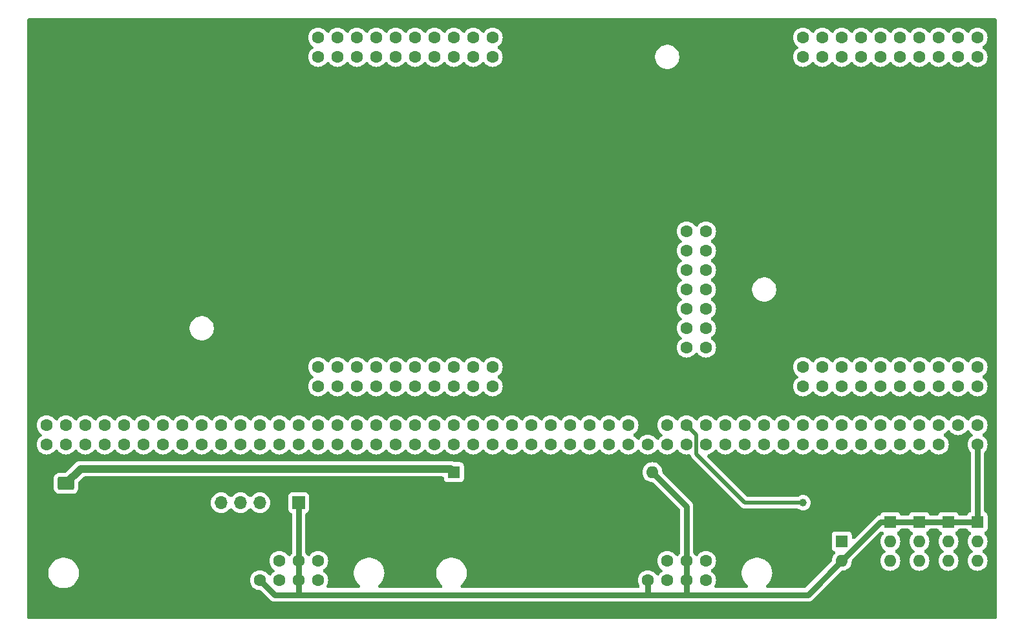
<source format=gtl>
%TF.GenerationSoftware,KiCad,Pcbnew,8.0.7*%
%TF.CreationDate,2025-04-14T19:46:08-06:00*%
%TF.ProjectId,shield_r0.2,73686965-6c64-45f7-9230-2e322e6b6963,rev?*%
%TF.SameCoordinates,Original*%
%TF.FileFunction,Copper,L1,Top*%
%TF.FilePolarity,Positive*%
%FSLAX46Y46*%
G04 Gerber Fmt 4.6, Leading zero omitted, Abs format (unit mm)*
G04 Created by KiCad (PCBNEW 8.0.7) date 2025-04-14 19:46:08*
%MOMM*%
%LPD*%
G01*
G04 APERTURE LIST*
G04 Aperture macros list*
%AMRoundRect*
0 Rectangle with rounded corners*
0 $1 Rounding radius*
0 $2 $3 $4 $5 $6 $7 $8 $9 X,Y pos of 4 corners*
0 Add a 4 corners polygon primitive as box body*
4,1,4,$2,$3,$4,$5,$6,$7,$8,$9,$2,$3,0*
0 Add four circle primitives for the rounded corners*
1,1,$1+$1,$2,$3*
1,1,$1+$1,$4,$5*
1,1,$1+$1,$6,$7*
1,1,$1+$1,$8,$9*
0 Add four rect primitives between the rounded corners*
20,1,$1+$1,$2,$3,$4,$5,0*
20,1,$1+$1,$4,$5,$6,$7,0*
20,1,$1+$1,$6,$7,$8,$9,0*
20,1,$1+$1,$8,$9,$2,$3,0*%
G04 Aperture macros list end*
%TA.AperFunction,ComponentPad*%
%ADD10RoundRect,0.250000X-0.845000X0.620000X-0.845000X-0.620000X0.845000X-0.620000X0.845000X0.620000X0*%
%TD*%
%TA.AperFunction,ComponentPad*%
%ADD11O,2.190000X1.740000*%
%TD*%
%TA.AperFunction,ComponentPad*%
%ADD12O,1.600000X1.600000*%
%TD*%
%TA.AperFunction,ComponentPad*%
%ADD13R,1.600000X1.600000*%
%TD*%
%TA.AperFunction,ComponentPad*%
%ADD14C,1.600000*%
%TD*%
%TA.AperFunction,ComponentPad*%
%ADD15O,1.700000X1.700000*%
%TD*%
%TA.AperFunction,ComponentPad*%
%ADD16R,1.700000X1.700000*%
%TD*%
%TA.AperFunction,ViaPad*%
%ADD17C,1.000000*%
%TD*%
%TA.AperFunction,Conductor*%
%ADD18C,0.500000*%
%TD*%
%TA.AperFunction,Conductor*%
%ADD19C,1.000000*%
%TD*%
%TA.AperFunction,Conductor*%
%ADD20C,0.750000*%
%TD*%
G04 APERTURE END LIST*
D10*
%TO.P,J1,1,Pin_1*%
%TO.N,+12V*%
X5080000Y-60960000D03*
D11*
%TO.P,J1,2,Pin_2*%
%TO.N,GND*%
X5080000Y-63500000D03*
%TD*%
D12*
%TO.P,PS1,4,OUT-*%
%TO.N,GND*%
X81880000Y-63500000D03*
%TO.P,PS1,3,OUT+*%
%TO.N,+5V*%
X81880000Y-59500000D03*
%TO.P,PS1,2,IN-*%
%TO.N,GND*%
X55880000Y-63500000D03*
D13*
%TO.P,PS1,1,IN+*%
%TO.N,+12V*%
X55880000Y-59500000D03*
%TD*%
D12*
%TO.P,SERVO1,3,Pin_3*%
%TO.N,GND*%
X106680000Y-73660000D03*
%TO.P,SERVO1,2,Pin_2*%
%TO.N,+5V*%
X106680000Y-71120000D03*
D13*
%TO.P,SERVO1,1,Pin_1*%
%TO.N,/SERVO1*%
X106680000Y-68580000D03*
%TD*%
D14*
%TO.P,U1,*%
%TO.N,*%
X38100000Y-2540000D03*
X38100000Y-5080000D03*
X38100000Y-45720000D03*
X38100000Y-48260000D03*
X40640000Y-2540000D03*
X40640000Y-5080000D03*
X40640000Y-45720000D03*
X40640000Y-48260000D03*
X43180000Y-2540000D03*
X43180000Y-5080000D03*
X43180000Y-45720000D03*
X43180000Y-48260000D03*
X45720000Y-2540000D03*
X45720000Y-5080000D03*
X45720000Y-45720000D03*
X45720000Y-48260000D03*
X48260000Y-2540000D03*
X48260000Y-5080000D03*
X48260000Y-45720000D03*
X48260000Y-48260000D03*
X50800000Y-2540000D03*
X50800000Y-5080000D03*
X50800000Y-45720000D03*
X50800000Y-48260000D03*
X53340000Y-2540000D03*
X53340000Y-5080000D03*
X53340000Y-45720000D03*
X53340000Y-48260000D03*
X55880000Y-2540000D03*
X55880000Y-5080000D03*
X55880000Y-45720000D03*
X55880000Y-48260000D03*
X58420000Y-2540000D03*
X58420000Y-5080000D03*
X58420000Y-45720000D03*
X58420000Y-48260000D03*
X60960000Y-2540000D03*
X60960000Y-5080000D03*
X60960000Y-45720000D03*
X60960000Y-48260000D03*
X86360000Y-27940000D03*
X86360000Y-30480000D03*
X86360000Y-33020000D03*
X86360000Y-35560000D03*
X86360000Y-38100000D03*
X86360000Y-40640000D03*
X86360000Y-43180000D03*
X88900000Y-27940000D03*
X88900000Y-30480000D03*
X88900000Y-33020000D03*
X88900000Y-35560000D03*
X88900000Y-38100000D03*
X88900000Y-40640000D03*
X88900000Y-43180000D03*
X101600000Y-2540000D03*
X101600000Y-5080000D03*
X101600000Y-45720000D03*
X101600000Y-48260000D03*
X104140000Y-2540000D03*
X104140000Y-5080000D03*
X104140000Y-45720000D03*
X104140000Y-48260000D03*
X106680000Y-2540000D03*
X106680000Y-5080000D03*
X106680000Y-45720000D03*
X106680000Y-48260000D03*
X109220000Y-2540000D03*
X109220000Y-5080000D03*
X109220000Y-45720000D03*
X109220000Y-48260000D03*
X111760000Y-2540000D03*
X111760000Y-5080000D03*
X111760000Y-45720000D03*
X111760000Y-48260000D03*
X114300000Y-2540000D03*
X114300000Y-5080000D03*
X114300000Y-45720000D03*
X114300000Y-48260000D03*
X116840000Y-2540000D03*
X116840000Y-5080000D03*
X116840000Y-45720000D03*
X116840000Y-48260000D03*
X119380000Y-2540000D03*
X119380000Y-5080000D03*
X119380000Y-45720000D03*
X119380000Y-48260000D03*
X121920000Y-2540000D03*
X121920000Y-5080000D03*
X121920000Y-45720000D03*
X121920000Y-48260000D03*
X124460000Y-2540000D03*
X124460000Y-5080000D03*
X124460000Y-45720000D03*
X124460000Y-48260000D03*
%TO.P,U1,1,3V3*%
%TO.N,+3.3V*%
X124460000Y-53340000D03*
%TO.P,U1,2,5V*%
%TO.N,+5V*%
X124460000Y-55880000D03*
%TO.P,U1,3*%
%TO.N,N/C*%
X121920000Y-53340000D03*
%TO.P,U1,4,GND*%
%TO.N,GND*%
X121920000Y-55880000D03*
%TO.P,U1,5*%
%TO.N,N/C*%
X119380000Y-53340000D03*
%TO.P,U1,6,PA2*%
%TO.N,/ECHO1*%
X119380000Y-55880000D03*
%TO.P,U1,7*%
%TO.N,N/C*%
X116840000Y-53340000D03*
%TO.P,U1,8,PA3*%
%TO.N,/TRIG1*%
X116840000Y-55880000D03*
%TO.P,U1,9*%
%TO.N,N/C*%
X114300000Y-53340000D03*
%TO.P,U1,10,PA4*%
%TO.N,/ECHO2*%
X114300000Y-55880000D03*
%TO.P,U1,11*%
%TO.N,N/C*%
X111760000Y-53340000D03*
%TO.P,U1,12,PA5*%
%TO.N,/TRIG2*%
X111760000Y-55880000D03*
%TO.P,U1,13*%
%TO.N,N/C*%
X109220000Y-53340000D03*
%TO.P,U1,14*%
X109220000Y-55880000D03*
%TO.P,U1,15*%
X106680000Y-53340000D03*
%TO.P,U1,16*%
X106680000Y-55880000D03*
%TO.P,U1,17*%
X104140000Y-53340000D03*
%TO.P,U1,18*%
X104140000Y-55880000D03*
%TO.P,U1,19*%
X101600000Y-53340000D03*
%TO.P,U1,20*%
X101600000Y-55880000D03*
%TO.P,U1,21*%
X99060000Y-53340000D03*
%TO.P,U1,22*%
X99060000Y-55880000D03*
%TO.P,U1,23*%
X96520000Y-53340000D03*
%TO.P,U1,24*%
X96520000Y-55880000D03*
%TO.P,U1,25,PA6*%
%TO.N,/ECHO3*%
X93980000Y-53340000D03*
%TO.P,U1,26*%
%TO.N,N/C*%
X93980000Y-55880000D03*
%TO.P,U1,27,PA7*%
%TO.N,/TRIG3*%
X91440000Y-53340000D03*
%TO.P,U1,28*%
%TO.N,N/C*%
X91440000Y-55880000D03*
%TO.P,U1,29*%
X88900000Y-53340000D03*
%TO.P,U1,30*%
X88900000Y-55880000D03*
%TO.P,U1,31,PG0*%
%TO.N,/SERVO1*%
X86360000Y-53340000D03*
%TO.P,U1,32*%
%TO.N,N/C*%
X86360000Y-55880000D03*
%TO.P,U1,33*%
X83820000Y-53340000D03*
%TO.P,U1,34*%
X83820000Y-55880000D03*
%TO.P,U1,35,GND*%
%TO.N,GND*%
X81280000Y-53340000D03*
%TO.P,U1,36*%
%TO.N,N/C*%
X81280000Y-55880000D03*
%TO.P,U1,37*%
X78740000Y-53340000D03*
%TO.P,U1,38*%
X78740000Y-55880000D03*
%TO.P,U1,39*%
X76200000Y-53340000D03*
%TO.P,U1,40*%
X76200000Y-55880000D03*
%TO.P,U1,41*%
X73660000Y-53340000D03*
%TO.P,U1,42*%
X73660000Y-55880000D03*
%TO.P,U1,43*%
X71120000Y-53340000D03*
%TO.P,U1,44*%
X71120000Y-55880000D03*
%TO.P,U1,45*%
X68580000Y-53340000D03*
%TO.P,U1,46*%
X68580000Y-55880000D03*
%TO.P,U1,47*%
X66040000Y-53340000D03*
%TO.P,U1,48,PD1*%
%TO.N,/TRIG4*%
X66040000Y-55880000D03*
%TO.P,U1,49*%
%TO.N,N/C*%
X63500000Y-53340000D03*
%TO.P,U1,50,PD0*%
%TO.N,/ECHO4*%
X63500000Y-55880000D03*
%TO.P,U1,51*%
%TO.N,N/C*%
X60960000Y-53340000D03*
%TO.P,U1,52*%
X60960000Y-55880000D03*
%TO.P,U1,53*%
X58420000Y-53340000D03*
%TO.P,U1,54*%
X58420000Y-55880000D03*
%TO.P,U1,55*%
X55880000Y-53340000D03*
%TO.P,U1,56*%
X55880000Y-55880000D03*
%TO.P,U1,57*%
X53340000Y-53340000D03*
%TO.P,U1,58*%
X53340000Y-55880000D03*
%TO.P,U1,59*%
X50800000Y-53340000D03*
%TO.P,U1,60*%
X50800000Y-55880000D03*
%TO.P,U1,61*%
X48260000Y-53340000D03*
%TO.P,U1,62*%
X48260000Y-55880000D03*
%TO.P,U1,63*%
X45720000Y-53340000D03*
%TO.P,U1,64*%
X45720000Y-55880000D03*
%TO.P,U1,65*%
X43180000Y-53340000D03*
%TO.P,U1,66,PF0*%
%TO.N,/RPWM1*%
X43180000Y-55880000D03*
%TO.P,U1,67*%
%TO.N,N/C*%
X40640000Y-53340000D03*
%TO.P,U1,68,PF1*%
%TO.N,/LPWM1*%
X40640000Y-55880000D03*
%TO.P,U1,69*%
%TO.N,N/C*%
X38100000Y-53340000D03*
%TO.P,U1,70,PF2*%
%TO.N,/RPWM2*%
X38100000Y-55880000D03*
%TO.P,U1,71*%
%TO.N,N/C*%
X35560000Y-53340000D03*
%TO.P,U1,72,PF3*%
%TO.N,/LPWM2*%
X35560000Y-55880000D03*
%TO.P,U1,73*%
%TO.N,N/C*%
X33020000Y-53340000D03*
%TO.P,U1,74,PA0*%
%TO.N,/RX0*%
X33020000Y-55880000D03*
%TO.P,U1,75*%
%TO.N,N/C*%
X30480000Y-53340000D03*
%TO.P,U1,76,PA1*%
%TO.N,/TX0*%
X30480000Y-55880000D03*
%TO.P,U1,77*%
%TO.N,N/C*%
X27940000Y-53340000D03*
%TO.P,U1,78*%
X27940000Y-55880000D03*
%TO.P,U1,79*%
X25400000Y-53340000D03*
%TO.P,U1,80*%
X25400000Y-55880000D03*
%TO.P,U1,81*%
X22860000Y-53340000D03*
%TO.P,U1,82*%
X22860000Y-55880000D03*
%TO.P,U1,83*%
X20320000Y-53340000D03*
%TO.P,U1,84*%
X20320000Y-55880000D03*
%TO.P,U1,85*%
X17780000Y-53340000D03*
%TO.P,U1,86*%
X17780000Y-55880000D03*
%TO.P,U1,87*%
X15240000Y-53340000D03*
%TO.P,U1,88*%
X15240000Y-55880000D03*
%TO.P,U1,89*%
X12700000Y-53340000D03*
%TO.P,U1,90*%
X12700000Y-55880000D03*
%TO.P,U1,91*%
X10160000Y-53340000D03*
%TO.P,U1,92*%
X10160000Y-55880000D03*
%TO.P,U1,93*%
X7620000Y-53340000D03*
%TO.P,U1,94*%
X7620000Y-55880000D03*
%TO.P,U1,95*%
X5080000Y-53340000D03*
%TO.P,U1,96*%
X5080000Y-55880000D03*
%TO.P,U1,97*%
X2540000Y-53340000D03*
%TO.P,U1,98*%
X2540000Y-55880000D03*
%TD*%
D13*
%TO.P,SEN2,1,Pin_1*%
%TO.N,+5V*%
X120650000Y-66040000D03*
D12*
%TO.P,SEN2,2,Pin_2*%
%TO.N,/TRIG2*%
X120650000Y-68580000D03*
%TO.P,SEN2,3,Pin_3*%
%TO.N,/ECHO2*%
X120650000Y-71120000D03*
%TO.P,SEN2,4,Pin_4*%
%TO.N,GND*%
X120650000Y-73660000D03*
%TD*%
D13*
%TO.P,SEN4,1,Pin_1*%
%TO.N,+5V*%
X113030000Y-66040000D03*
D12*
%TO.P,SEN4,2,Pin_2*%
%TO.N,/TRIG4*%
X113030000Y-68580000D03*
%TO.P,SEN4,3,Pin_3*%
%TO.N,/ECHO4*%
X113030000Y-71120000D03*
%TO.P,SEN4,4,Pin_4*%
%TO.N,GND*%
X113030000Y-73660000D03*
%TD*%
D13*
%TO.P,SEN1,1,Pin_1*%
%TO.N,+5V*%
X124460000Y-66040000D03*
D12*
%TO.P,SEN1,2,Pin_2*%
%TO.N,/TRIG1*%
X124460000Y-68580000D03*
%TO.P,SEN1,3,Pin_3*%
%TO.N,/ECHO1*%
X124460000Y-71120000D03*
%TO.P,SEN1,4,Pin_4*%
%TO.N,GND*%
X124460000Y-73660000D03*
%TD*%
D13*
%TO.P,SEN3,1,Pin_1*%
%TO.N,+5V*%
X116840000Y-66040000D03*
D12*
%TO.P,SEN3,2,Pin_2*%
%TO.N,/TRIG3*%
X116840000Y-68580000D03*
%TO.P,SEN3,3,Pin_3*%
%TO.N,/ECHO3*%
X116840000Y-71120000D03*
%TO.P,SEN3,4,Pin_4*%
%TO.N,GND*%
X116840000Y-73660000D03*
%TD*%
D15*
%TO.P,BT1,5,Pin_5*%
%TO.N,unconnected-(BT1-Pin_5-Pad5)*%
X25400000Y-63500000D03*
%TO.P,BT1,4,Pin_4*%
%TO.N,/TX0*%
X27940000Y-63500000D03*
%TO.P,BT1,3,Pin_3*%
%TO.N,/RX0*%
X30480000Y-63500000D03*
%TO.P,BT1,2,Pin_2*%
%TO.N,GND*%
X33020000Y-63500000D03*
D16*
%TO.P,BT1,1,Pin_1*%
%TO.N,+5V*%
X35560000Y-63500000D03*
%TD*%
D14*
%TO.P,IBT1,1,Pin_1*%
%TO.N,/RPWM1*%
X88900000Y-73660000D03*
%TO.P,IBT1,2,Pin_2*%
%TO.N,/LPWM1*%
X88900000Y-71120000D03*
%TO.P,IBT1,3,Pin_3*%
%TO.N,+5V*%
X86360000Y-73660000D03*
%TO.P,IBT1,4,Pin_4*%
X86360000Y-71120000D03*
%TO.P,IBT1,5,Pin_5*%
%TO.N,unconnected-(IBT1-Pin_5-Pad5)*%
X83820000Y-73660000D03*
%TO.P,IBT1,6,Pin_6*%
%TO.N,unconnected-(IBT1-Pin_6-Pad6)*%
X83820000Y-71120000D03*
%TO.P,IBT1,7,Pin_7*%
%TO.N,+5V*%
X81280000Y-73660000D03*
%TO.P,IBT1,8,Pin_8*%
%TO.N,GND*%
X81280000Y-71120000D03*
%TD*%
%TO.P,IBT2,1,Pin_1*%
%TO.N,/RPWM2*%
X38100000Y-73660000D03*
%TO.P,IBT2,2,Pin_2*%
%TO.N,/LPWM2*%
X38100000Y-71120000D03*
%TO.P,IBT2,3,Pin_3*%
%TO.N,+5V*%
X35560000Y-73660000D03*
%TO.P,IBT2,4,Pin_4*%
X35560000Y-71120000D03*
%TO.P,IBT2,5,Pin_5*%
%TO.N,unconnected-(IBT2-Pin_5-Pad5)*%
X33020000Y-73660000D03*
%TO.P,IBT2,6,Pin_6*%
%TO.N,unconnected-(IBT2-Pin_6-Pad6)*%
X33020000Y-71120000D03*
%TO.P,IBT2,7,Pin_7*%
%TO.N,+5V*%
X30480000Y-73660000D03*
%TO.P,IBT2,8,Pin_8*%
%TO.N,GND*%
X30480000Y-71120000D03*
%TD*%
D17*
%TO.N,/SERVO1*%
X101600000Y-63500000D03*
%TD*%
D18*
%TO.N,/SERVO1*%
X93980000Y-63500000D02*
X101600000Y-63500000D01*
X87650000Y-57170000D02*
X93980000Y-63500000D01*
X87650000Y-54630000D02*
X87650000Y-57170000D01*
X86360000Y-53340000D02*
X87650000Y-54630000D01*
D19*
%TO.N,GND*%
X53340000Y-60960000D02*
X55880000Y-63500000D01*
X7620000Y-63500000D02*
X10160000Y-60960000D01*
X10160000Y-60960000D02*
X53340000Y-60960000D01*
X5080000Y-63500000D02*
X7620000Y-63500000D01*
%TO.N,+12V*%
X55435000Y-59055000D02*
X55880000Y-59500000D01*
X6985000Y-59055000D02*
X55435000Y-59055000D01*
X5080000Y-60960000D02*
X6985000Y-59055000D01*
D20*
%TO.N,+5V*%
X81880000Y-59500000D02*
X86360000Y-63980000D01*
X86360000Y-63980000D02*
X86360000Y-71120000D01*
D18*
%TO.N,GND*%
X81280000Y-64100000D02*
X81880000Y-63500000D01*
X81280000Y-71120000D02*
X81280000Y-64100000D01*
X33020000Y-63500000D02*
X33020000Y-66040000D01*
X30480000Y-68580000D02*
X30480000Y-71120000D01*
X33020000Y-66040000D02*
X30480000Y-68580000D01*
D20*
%TO.N,+5V*%
X35560000Y-63500000D02*
X35560000Y-71120000D01*
X35560000Y-73660000D02*
X35560000Y-75565000D01*
X35560000Y-75565000D02*
X81280000Y-75565000D01*
X32385000Y-75565000D02*
X35560000Y-75565000D01*
X35560000Y-71120000D02*
X35560000Y-73660000D01*
X30480000Y-73660000D02*
X32385000Y-75565000D01*
X81280000Y-75565000D02*
X81280000Y-73660000D01*
X86360000Y-75565000D02*
X81280000Y-75565000D01*
X86360000Y-73660000D02*
X86360000Y-75565000D01*
X102235000Y-75565000D02*
X86360000Y-75565000D01*
X86360000Y-71120000D02*
X86360000Y-73660000D01*
X106680000Y-71120000D02*
X102235000Y-75565000D01*
D18*
%TO.N,GND*%
X106680000Y-73660000D02*
X113030000Y-73660000D01*
X116840000Y-73660000D02*
X113030000Y-73660000D01*
X120650000Y-73660000D02*
X116840000Y-73660000D01*
X124460000Y-73660000D02*
X120650000Y-73660000D01*
D20*
%TO.N,+5V*%
X124460000Y-66040000D02*
X120650000Y-66040000D01*
X113030000Y-66040000D02*
X111760000Y-66040000D01*
X111760000Y-66040000D02*
X106680000Y-71120000D01*
X120650000Y-66040000D02*
X116840000Y-66040000D01*
X124460000Y-55880000D02*
X124460000Y-66040000D01*
X116840000Y-66040000D02*
X113030000Y-66040000D01*
%TD*%
%TA.AperFunction,Conductor*%
%TO.N,GND*%
G36*
X126846288Y-18954D02*
G01*
X126927070Y-72930D01*
X126981046Y-153712D01*
X127000000Y-249000D01*
X127000000Y-78491000D01*
X126981046Y-78586288D01*
X126927070Y-78667070D01*
X126846288Y-78721046D01*
X126751000Y-78740000D01*
X249000Y-78740000D01*
X153712Y-78721046D01*
X72930Y-78667070D01*
X18954Y-78586288D01*
X0Y-78491000D01*
X0Y-72567139D01*
X2767548Y-72567139D01*
X2767548Y-72852861D01*
X2808210Y-73135674D01*
X2888707Y-73409821D01*
X2888708Y-73409824D01*
X2888709Y-73409826D01*
X2888710Y-73409829D01*
X3007398Y-73669719D01*
X3161874Y-73910088D01*
X3309024Y-74079908D01*
X3348980Y-74126020D01*
X3348985Y-74126024D01*
X3564911Y-74313125D01*
X3564913Y-74313126D01*
X3564914Y-74313127D01*
X3735468Y-74422736D01*
X3805280Y-74467601D01*
X3954588Y-74535788D01*
X4065179Y-74586293D01*
X4339326Y-74666790D01*
X4622139Y-74707452D01*
X4907857Y-74707452D01*
X4907861Y-74707452D01*
X5190674Y-74666790D01*
X5464821Y-74586293D01*
X5724722Y-74467600D01*
X5965086Y-74313127D01*
X6181020Y-74126020D01*
X6368127Y-73910086D01*
X6522600Y-73669722D01*
X6641293Y-73409821D01*
X6721790Y-73135674D01*
X6762452Y-72852861D01*
X6765000Y-72710000D01*
X6762452Y-72567139D01*
X6721790Y-72284326D01*
X6641293Y-72010179D01*
X6617981Y-71959134D01*
X6522601Y-71750280D01*
X6368125Y-71509911D01*
X6181024Y-71293985D01*
X6181020Y-71293980D01*
X6068830Y-71196767D01*
X5965088Y-71106874D01*
X5724719Y-70952398D01*
X5464829Y-70833710D01*
X5464826Y-70833709D01*
X5464824Y-70833708D01*
X5464821Y-70833707D01*
X5190674Y-70753210D01*
X4907861Y-70712548D01*
X4907857Y-70712548D01*
X4622143Y-70712548D01*
X4622139Y-70712548D01*
X4339326Y-70753210D01*
X4065179Y-70833707D01*
X4065177Y-70833707D01*
X4065173Y-70833709D01*
X4065170Y-70833710D01*
X3805280Y-70952398D01*
X3564911Y-71106874D01*
X3348985Y-71293975D01*
X3348975Y-71293985D01*
X3161874Y-71509911D01*
X3007398Y-71750280D01*
X2888710Y-72010170D01*
X2888709Y-72010173D01*
X2888707Y-72010177D01*
X2888707Y-72010179D01*
X2808210Y-72284326D01*
X2767548Y-72567139D01*
X0Y-72567139D01*
X0Y-63499994D01*
X24044341Y-63499994D01*
X24044341Y-63500005D01*
X24064935Y-63735401D01*
X24126096Y-63963660D01*
X24225965Y-64177830D01*
X24336654Y-64335911D01*
X24361505Y-64371401D01*
X24528599Y-64538495D01*
X24722170Y-64674035D01*
X24936337Y-64773903D01*
X25164592Y-64835063D01*
X25164595Y-64835063D01*
X25164598Y-64835064D01*
X25399995Y-64855659D01*
X25400000Y-64855659D01*
X25400005Y-64855659D01*
X25635401Y-64835064D01*
X25635403Y-64835063D01*
X25635408Y-64835063D01*
X25863663Y-64773903D01*
X26077830Y-64674035D01*
X26271401Y-64538495D01*
X26438495Y-64371401D01*
X26466032Y-64332074D01*
X26536211Y-64264891D01*
X26626760Y-64229678D01*
X26723892Y-64231797D01*
X26812819Y-64270925D01*
X26873967Y-64332073D01*
X26901505Y-64371401D01*
X27068599Y-64538495D01*
X27262170Y-64674035D01*
X27476337Y-64773903D01*
X27704592Y-64835063D01*
X27704595Y-64835063D01*
X27704598Y-64835064D01*
X27939995Y-64855659D01*
X27940000Y-64855659D01*
X27940005Y-64855659D01*
X28175401Y-64835064D01*
X28175403Y-64835063D01*
X28175408Y-64835063D01*
X28403663Y-64773903D01*
X28617830Y-64674035D01*
X28811401Y-64538495D01*
X28978495Y-64371401D01*
X29006032Y-64332074D01*
X29076211Y-64264891D01*
X29166760Y-64229678D01*
X29263892Y-64231797D01*
X29352819Y-64270925D01*
X29413967Y-64332073D01*
X29441505Y-64371401D01*
X29608599Y-64538495D01*
X29802170Y-64674035D01*
X30016337Y-64773903D01*
X30244592Y-64835063D01*
X30244595Y-64835063D01*
X30244598Y-64835064D01*
X30479995Y-64855659D01*
X30480000Y-64855659D01*
X30480005Y-64855659D01*
X30715401Y-64835064D01*
X30715403Y-64835063D01*
X30715408Y-64835063D01*
X30943663Y-64773903D01*
X31157830Y-64674035D01*
X31351401Y-64538495D01*
X31518495Y-64371401D01*
X31654035Y-64177830D01*
X31753903Y-63963663D01*
X31815063Y-63735408D01*
X31815064Y-63735401D01*
X31835659Y-63500005D01*
X31835659Y-63499994D01*
X31815064Y-63264598D01*
X31815063Y-63264595D01*
X31815063Y-63264592D01*
X31753903Y-63036337D01*
X31654035Y-62822171D01*
X31630890Y-62789117D01*
X31563574Y-62692979D01*
X31518495Y-62628599D01*
X31351401Y-62461505D01*
X31157830Y-62325965D01*
X30943663Y-62226097D01*
X30943660Y-62226096D01*
X30715401Y-62164935D01*
X30480005Y-62144341D01*
X30479995Y-62144341D01*
X30244598Y-62164935D01*
X30016335Y-62226097D01*
X30016333Y-62226098D01*
X29802177Y-62325961D01*
X29802169Y-62325965D01*
X29608600Y-62461504D01*
X29441501Y-62628603D01*
X29413968Y-62667925D01*
X29343787Y-62735109D01*
X29253237Y-62770321D01*
X29156106Y-62768201D01*
X29067179Y-62729072D01*
X29006032Y-62667925D01*
X28978498Y-62628603D01*
X28978497Y-62628602D01*
X28978495Y-62628599D01*
X28811401Y-62461505D01*
X28617830Y-62325965D01*
X28403663Y-62226097D01*
X28403660Y-62226096D01*
X28175401Y-62164935D01*
X27940005Y-62144341D01*
X27939995Y-62144341D01*
X27704598Y-62164935D01*
X27476335Y-62226097D01*
X27476333Y-62226098D01*
X27262177Y-62325961D01*
X27262169Y-62325965D01*
X27068600Y-62461504D01*
X26901501Y-62628603D01*
X26873968Y-62667925D01*
X26803787Y-62735109D01*
X26713237Y-62770321D01*
X26616106Y-62768201D01*
X26527179Y-62729072D01*
X26466032Y-62667925D01*
X26438498Y-62628603D01*
X26438497Y-62628602D01*
X26438495Y-62628599D01*
X26271401Y-62461505D01*
X26077830Y-62325965D01*
X25863663Y-62226097D01*
X25863660Y-62226096D01*
X25635401Y-62164935D01*
X25400005Y-62144341D01*
X25399995Y-62144341D01*
X25164598Y-62164935D01*
X24936335Y-62226097D01*
X24936333Y-62226098D01*
X24722177Y-62325961D01*
X24722169Y-62325965D01*
X24528600Y-62461504D01*
X24361504Y-62628600D01*
X24225965Y-62822169D01*
X24225961Y-62822177D01*
X24126098Y-63036333D01*
X24126097Y-63036335D01*
X24064935Y-63264598D01*
X24044341Y-63499994D01*
X0Y-63499994D01*
X0Y-60289988D01*
X3484500Y-60289988D01*
X3484500Y-61630006D01*
X3495001Y-61732800D01*
X3550185Y-61899331D01*
X3550186Y-61899334D01*
X3642288Y-62048656D01*
X3766344Y-62172712D01*
X3915666Y-62264814D01*
X3915669Y-62264815D01*
X3915667Y-62264815D01*
X4079310Y-62319040D01*
X4082203Y-62319999D01*
X4184991Y-62330500D01*
X5975008Y-62330499D01*
X6077797Y-62319999D01*
X6244334Y-62264814D01*
X6393656Y-62172712D01*
X6517712Y-62048656D01*
X6609814Y-61899334D01*
X6664999Y-61732797D01*
X6675500Y-61630009D01*
X6675499Y-60882557D01*
X6694453Y-60787270D01*
X6748426Y-60706492D01*
X7326490Y-60128430D01*
X7407271Y-60074454D01*
X7502559Y-60055500D01*
X54330501Y-60055500D01*
X54425789Y-60074454D01*
X54506571Y-60128430D01*
X54560547Y-60209212D01*
X54579501Y-60304500D01*
X54579501Y-60347872D01*
X54581567Y-60367093D01*
X54585908Y-60407480D01*
X54585909Y-60407483D01*
X54636204Y-60542331D01*
X54722454Y-60657546D01*
X54837669Y-60743796D01*
X54972517Y-60794091D01*
X55032127Y-60800500D01*
X56727872Y-60800499D01*
X56787483Y-60794091D01*
X56922331Y-60743796D01*
X57037546Y-60657546D01*
X57123796Y-60542331D01*
X57174091Y-60407483D01*
X57180500Y-60347873D01*
X57180499Y-58652128D01*
X57174091Y-58592517D01*
X57123796Y-58457669D01*
X57037546Y-58342454D01*
X56922331Y-58256204D01*
X56810155Y-58214365D01*
X56787481Y-58205908D01*
X56727876Y-58199500D01*
X56727873Y-58199500D01*
X56029530Y-58199500D01*
X55934242Y-58180546D01*
X55912153Y-58170099D01*
X55908912Y-58168367D01*
X55871203Y-58152747D01*
X55780165Y-58115038D01*
X55726836Y-58092949D01*
X55726833Y-58092948D01*
X55630189Y-58073724D01*
X55630188Y-58073724D01*
X55533541Y-58054500D01*
X6886459Y-58054500D01*
X6789812Y-58073724D01*
X6789810Y-58073724D01*
X6693165Y-58092948D01*
X6639830Y-58115039D01*
X6511088Y-58168366D01*
X6511084Y-58168368D01*
X6347219Y-58277860D01*
X6347216Y-58277862D01*
X6207860Y-58417217D01*
X6207861Y-58417218D01*
X6207858Y-58417221D01*
X5108508Y-59516570D01*
X5027726Y-59570546D01*
X4932438Y-59589500D01*
X4184993Y-59589500D01*
X4082199Y-59600001D01*
X3915667Y-59655185D01*
X3766346Y-59747286D01*
X3642286Y-59871346D01*
X3550184Y-60020668D01*
X3495002Y-60187197D01*
X3495001Y-60187204D01*
X3484500Y-60289988D01*
X0Y-60289988D01*
X0Y-53339994D01*
X1234532Y-53339994D01*
X1234532Y-53340005D01*
X1254363Y-53566679D01*
X1254365Y-53566694D01*
X1313261Y-53786496D01*
X1313262Y-53786499D01*
X1409428Y-53992727D01*
X1409436Y-53992741D01*
X1539949Y-54179134D01*
X1539953Y-54179139D01*
X1700861Y-54340047D01*
X1700864Y-54340049D01*
X1700865Y-54340050D01*
X1795096Y-54406031D01*
X1862280Y-54476212D01*
X1897493Y-54566761D01*
X1895374Y-54663893D01*
X1856245Y-54752820D01*
X1795096Y-54813969D01*
X1700865Y-54879949D01*
X1539949Y-55040865D01*
X1409436Y-55227258D01*
X1409428Y-55227272D01*
X1313262Y-55433500D01*
X1313261Y-55433503D01*
X1254365Y-55653305D01*
X1254363Y-55653320D01*
X1234532Y-55879994D01*
X1234532Y-55880005D01*
X1254363Y-56106679D01*
X1254365Y-56106694D01*
X1313261Y-56326496D01*
X1313262Y-56326499D01*
X1409428Y-56532727D01*
X1409436Y-56532741D01*
X1539949Y-56719134D01*
X1539953Y-56719139D01*
X1700861Y-56880047D01*
X1700864Y-56880049D01*
X1700865Y-56880050D01*
X1887258Y-57010563D01*
X1887262Y-57010565D01*
X1887266Y-57010568D01*
X2093504Y-57106739D01*
X2313308Y-57165635D01*
X2332984Y-57167356D01*
X2539994Y-57185468D01*
X2540000Y-57185468D01*
X2540006Y-57185468D01*
X2729773Y-57168865D01*
X2766692Y-57165635D01*
X2986496Y-57106739D01*
X3192734Y-57010568D01*
X3379139Y-56880047D01*
X3540047Y-56719139D01*
X3606031Y-56624902D01*
X3676211Y-56557719D01*
X3766760Y-56522506D01*
X3863892Y-56524625D01*
X3952819Y-56563753D01*
X4013968Y-56624902D01*
X4079953Y-56719139D01*
X4240861Y-56880047D01*
X4240864Y-56880049D01*
X4240865Y-56880050D01*
X4427258Y-57010563D01*
X4427262Y-57010565D01*
X4427266Y-57010568D01*
X4633504Y-57106739D01*
X4853308Y-57165635D01*
X4872984Y-57167356D01*
X5079994Y-57185468D01*
X5080000Y-57185468D01*
X5080006Y-57185468D01*
X5269773Y-57168865D01*
X5306692Y-57165635D01*
X5526496Y-57106739D01*
X5732734Y-57010568D01*
X5919139Y-56880047D01*
X6080047Y-56719139D01*
X6146031Y-56624902D01*
X6216211Y-56557719D01*
X6306760Y-56522506D01*
X6403892Y-56524625D01*
X6492819Y-56563753D01*
X6553968Y-56624902D01*
X6619953Y-56719139D01*
X6780861Y-56880047D01*
X6780864Y-56880049D01*
X6780865Y-56880050D01*
X6967258Y-57010563D01*
X6967262Y-57010565D01*
X6967266Y-57010568D01*
X7173504Y-57106739D01*
X7393308Y-57165635D01*
X7412984Y-57167356D01*
X7619994Y-57185468D01*
X7620000Y-57185468D01*
X7620006Y-57185468D01*
X7809773Y-57168865D01*
X7846692Y-57165635D01*
X8066496Y-57106739D01*
X8272734Y-57010568D01*
X8459139Y-56880047D01*
X8620047Y-56719139D01*
X8686031Y-56624902D01*
X8756211Y-56557719D01*
X8846760Y-56522506D01*
X8943892Y-56524625D01*
X9032819Y-56563753D01*
X9093968Y-56624902D01*
X9159953Y-56719139D01*
X9320861Y-56880047D01*
X9320864Y-56880049D01*
X9320865Y-56880050D01*
X9507258Y-57010563D01*
X9507262Y-57010565D01*
X9507266Y-57010568D01*
X9713504Y-57106739D01*
X9933308Y-57165635D01*
X9952984Y-57167356D01*
X10159994Y-57185468D01*
X10160000Y-57185468D01*
X10160006Y-57185468D01*
X10349773Y-57168865D01*
X10386692Y-57165635D01*
X10606496Y-57106739D01*
X10812734Y-57010568D01*
X10999139Y-56880047D01*
X11160047Y-56719139D01*
X11226031Y-56624902D01*
X11296211Y-56557719D01*
X11386760Y-56522506D01*
X11483892Y-56524625D01*
X11572819Y-56563753D01*
X11633968Y-56624902D01*
X11699953Y-56719139D01*
X11860861Y-56880047D01*
X11860864Y-56880049D01*
X11860865Y-56880050D01*
X12047258Y-57010563D01*
X12047262Y-57010565D01*
X12047266Y-57010568D01*
X12253504Y-57106739D01*
X12473308Y-57165635D01*
X12492984Y-57167356D01*
X12699994Y-57185468D01*
X12700000Y-57185468D01*
X12700006Y-57185468D01*
X12889773Y-57168865D01*
X12926692Y-57165635D01*
X13146496Y-57106739D01*
X13352734Y-57010568D01*
X13539139Y-56880047D01*
X13700047Y-56719139D01*
X13766031Y-56624902D01*
X13836211Y-56557719D01*
X13926760Y-56522506D01*
X14023892Y-56524625D01*
X14112819Y-56563753D01*
X14173968Y-56624902D01*
X14239953Y-56719139D01*
X14400861Y-56880047D01*
X14400864Y-56880049D01*
X14400865Y-56880050D01*
X14587258Y-57010563D01*
X14587262Y-57010565D01*
X14587266Y-57010568D01*
X14793504Y-57106739D01*
X15013308Y-57165635D01*
X15032984Y-57167356D01*
X15239994Y-57185468D01*
X15240000Y-57185468D01*
X15240006Y-57185468D01*
X15429773Y-57168865D01*
X15466692Y-57165635D01*
X15686496Y-57106739D01*
X15892734Y-57010568D01*
X16079139Y-56880047D01*
X16240047Y-56719139D01*
X16306031Y-56624902D01*
X16376211Y-56557719D01*
X16466760Y-56522506D01*
X16563892Y-56524625D01*
X16652819Y-56563753D01*
X16713968Y-56624902D01*
X16779953Y-56719139D01*
X16940861Y-56880047D01*
X16940864Y-56880049D01*
X16940865Y-56880050D01*
X17127258Y-57010563D01*
X17127262Y-57010565D01*
X17127266Y-57010568D01*
X17333504Y-57106739D01*
X17553308Y-57165635D01*
X17572984Y-57167356D01*
X17779994Y-57185468D01*
X17780000Y-57185468D01*
X17780006Y-57185468D01*
X17969773Y-57168865D01*
X18006692Y-57165635D01*
X18226496Y-57106739D01*
X18432734Y-57010568D01*
X18619139Y-56880047D01*
X18780047Y-56719139D01*
X18846031Y-56624902D01*
X18916211Y-56557719D01*
X19006760Y-56522506D01*
X19103892Y-56524625D01*
X19192819Y-56563753D01*
X19253968Y-56624902D01*
X19319953Y-56719139D01*
X19480861Y-56880047D01*
X19480864Y-56880049D01*
X19480865Y-56880050D01*
X19667258Y-57010563D01*
X19667262Y-57010565D01*
X19667266Y-57010568D01*
X19873504Y-57106739D01*
X20093308Y-57165635D01*
X20112984Y-57167356D01*
X20319994Y-57185468D01*
X20320000Y-57185468D01*
X20320006Y-57185468D01*
X20509773Y-57168865D01*
X20546692Y-57165635D01*
X20766496Y-57106739D01*
X20972734Y-57010568D01*
X21159139Y-56880047D01*
X21320047Y-56719139D01*
X21386031Y-56624902D01*
X21456211Y-56557719D01*
X21546760Y-56522506D01*
X21643892Y-56524625D01*
X21732819Y-56563753D01*
X21793968Y-56624902D01*
X21859953Y-56719139D01*
X22020861Y-56880047D01*
X22020864Y-56880049D01*
X22020865Y-56880050D01*
X22207258Y-57010563D01*
X22207262Y-57010565D01*
X22207266Y-57010568D01*
X22413504Y-57106739D01*
X22633308Y-57165635D01*
X22652984Y-57167356D01*
X22859994Y-57185468D01*
X22860000Y-57185468D01*
X22860006Y-57185468D01*
X23049773Y-57168865D01*
X23086692Y-57165635D01*
X23306496Y-57106739D01*
X23512734Y-57010568D01*
X23699139Y-56880047D01*
X23860047Y-56719139D01*
X23926031Y-56624902D01*
X23996211Y-56557719D01*
X24086760Y-56522506D01*
X24183892Y-56524625D01*
X24272819Y-56563753D01*
X24333968Y-56624902D01*
X24399953Y-56719139D01*
X24560861Y-56880047D01*
X24560864Y-56880049D01*
X24560865Y-56880050D01*
X24747258Y-57010563D01*
X24747262Y-57010565D01*
X24747266Y-57010568D01*
X24953504Y-57106739D01*
X25173308Y-57165635D01*
X25192984Y-57167356D01*
X25399994Y-57185468D01*
X25400000Y-57185468D01*
X25400006Y-57185468D01*
X25589773Y-57168865D01*
X25626692Y-57165635D01*
X25846496Y-57106739D01*
X26052734Y-57010568D01*
X26239139Y-56880047D01*
X26400047Y-56719139D01*
X26466031Y-56624902D01*
X26536211Y-56557719D01*
X26626760Y-56522506D01*
X26723892Y-56524625D01*
X26812819Y-56563753D01*
X26873968Y-56624902D01*
X26939953Y-56719139D01*
X27100861Y-56880047D01*
X27100864Y-56880049D01*
X27100865Y-56880050D01*
X27287258Y-57010563D01*
X27287262Y-57010565D01*
X27287266Y-57010568D01*
X27493504Y-57106739D01*
X27713308Y-57165635D01*
X27732984Y-57167356D01*
X27939994Y-57185468D01*
X27940000Y-57185468D01*
X27940006Y-57185468D01*
X28129773Y-57168865D01*
X28166692Y-57165635D01*
X28386496Y-57106739D01*
X28592734Y-57010568D01*
X28779139Y-56880047D01*
X28940047Y-56719139D01*
X29006031Y-56624902D01*
X29076211Y-56557719D01*
X29166760Y-56522506D01*
X29263892Y-56524625D01*
X29352819Y-56563753D01*
X29413968Y-56624902D01*
X29479953Y-56719139D01*
X29640861Y-56880047D01*
X29640864Y-56880049D01*
X29640865Y-56880050D01*
X29827258Y-57010563D01*
X29827262Y-57010565D01*
X29827266Y-57010568D01*
X30033504Y-57106739D01*
X30253308Y-57165635D01*
X30272984Y-57167356D01*
X30479994Y-57185468D01*
X30480000Y-57185468D01*
X30480006Y-57185468D01*
X30669773Y-57168865D01*
X30706692Y-57165635D01*
X30926496Y-57106739D01*
X31132734Y-57010568D01*
X31319139Y-56880047D01*
X31480047Y-56719139D01*
X31546031Y-56624902D01*
X31616211Y-56557719D01*
X31706760Y-56522506D01*
X31803892Y-56524625D01*
X31892819Y-56563753D01*
X31953968Y-56624902D01*
X32019953Y-56719139D01*
X32180861Y-56880047D01*
X32180864Y-56880049D01*
X32180865Y-56880050D01*
X32367258Y-57010563D01*
X32367262Y-57010565D01*
X32367266Y-57010568D01*
X32573504Y-57106739D01*
X32793308Y-57165635D01*
X32812984Y-57167356D01*
X33019994Y-57185468D01*
X33020000Y-57185468D01*
X33020006Y-57185468D01*
X33209773Y-57168865D01*
X33246692Y-57165635D01*
X33466496Y-57106739D01*
X33672734Y-57010568D01*
X33859139Y-56880047D01*
X34020047Y-56719139D01*
X34086031Y-56624902D01*
X34156211Y-56557719D01*
X34246760Y-56522506D01*
X34343892Y-56524625D01*
X34432819Y-56563753D01*
X34493968Y-56624902D01*
X34559953Y-56719139D01*
X34720861Y-56880047D01*
X34720864Y-56880049D01*
X34720865Y-56880050D01*
X34907258Y-57010563D01*
X34907262Y-57010565D01*
X34907266Y-57010568D01*
X35113504Y-57106739D01*
X35333308Y-57165635D01*
X35352984Y-57167356D01*
X35559994Y-57185468D01*
X35560000Y-57185468D01*
X35560006Y-57185468D01*
X35749773Y-57168865D01*
X35786692Y-57165635D01*
X36006496Y-57106739D01*
X36212734Y-57010568D01*
X36399139Y-56880047D01*
X36560047Y-56719139D01*
X36626031Y-56624902D01*
X36696211Y-56557719D01*
X36786760Y-56522506D01*
X36883892Y-56524625D01*
X36972819Y-56563753D01*
X37033968Y-56624902D01*
X37099953Y-56719139D01*
X37260861Y-56880047D01*
X37260864Y-56880049D01*
X37260865Y-56880050D01*
X37447258Y-57010563D01*
X37447262Y-57010565D01*
X37447266Y-57010568D01*
X37653504Y-57106739D01*
X37873308Y-57165635D01*
X37892984Y-57167356D01*
X38099994Y-57185468D01*
X38100000Y-57185468D01*
X38100006Y-57185468D01*
X38289773Y-57168865D01*
X38326692Y-57165635D01*
X38546496Y-57106739D01*
X38752734Y-57010568D01*
X38939139Y-56880047D01*
X39100047Y-56719139D01*
X39166031Y-56624902D01*
X39236211Y-56557719D01*
X39326760Y-56522506D01*
X39423892Y-56524625D01*
X39512819Y-56563753D01*
X39573968Y-56624902D01*
X39639953Y-56719139D01*
X39800861Y-56880047D01*
X39800864Y-56880049D01*
X39800865Y-56880050D01*
X39987258Y-57010563D01*
X39987262Y-57010565D01*
X39987266Y-57010568D01*
X40193504Y-57106739D01*
X40413308Y-57165635D01*
X40432984Y-57167356D01*
X40639994Y-57185468D01*
X40640000Y-57185468D01*
X40640006Y-57185468D01*
X40829773Y-57168865D01*
X40866692Y-57165635D01*
X41086496Y-57106739D01*
X41292734Y-57010568D01*
X41479139Y-56880047D01*
X41640047Y-56719139D01*
X41706031Y-56624902D01*
X41776211Y-56557719D01*
X41866760Y-56522506D01*
X41963892Y-56524625D01*
X42052819Y-56563753D01*
X42113968Y-56624902D01*
X42179953Y-56719139D01*
X42340861Y-56880047D01*
X42340864Y-56880049D01*
X42340865Y-56880050D01*
X42527258Y-57010563D01*
X42527262Y-57010565D01*
X42527266Y-57010568D01*
X42733504Y-57106739D01*
X42953308Y-57165635D01*
X42972984Y-57167356D01*
X43179994Y-57185468D01*
X43180000Y-57185468D01*
X43180006Y-57185468D01*
X43369773Y-57168865D01*
X43406692Y-57165635D01*
X43626496Y-57106739D01*
X43832734Y-57010568D01*
X44019139Y-56880047D01*
X44180047Y-56719139D01*
X44246031Y-56624902D01*
X44316211Y-56557719D01*
X44406760Y-56522506D01*
X44503892Y-56524625D01*
X44592819Y-56563753D01*
X44653968Y-56624902D01*
X44719953Y-56719139D01*
X44880861Y-56880047D01*
X44880864Y-56880049D01*
X44880865Y-56880050D01*
X45067258Y-57010563D01*
X45067262Y-57010565D01*
X45067266Y-57010568D01*
X45273504Y-57106739D01*
X45493308Y-57165635D01*
X45512984Y-57167356D01*
X45719994Y-57185468D01*
X45720000Y-57185468D01*
X45720006Y-57185468D01*
X45909773Y-57168865D01*
X45946692Y-57165635D01*
X46166496Y-57106739D01*
X46372734Y-57010568D01*
X46559139Y-56880047D01*
X46720047Y-56719139D01*
X46786031Y-56624902D01*
X46856211Y-56557719D01*
X46946760Y-56522506D01*
X47043892Y-56524625D01*
X47132819Y-56563753D01*
X47193968Y-56624902D01*
X47259953Y-56719139D01*
X47420861Y-56880047D01*
X47420864Y-56880049D01*
X47420865Y-56880050D01*
X47607258Y-57010563D01*
X47607262Y-57010565D01*
X47607266Y-57010568D01*
X47813504Y-57106739D01*
X48033308Y-57165635D01*
X48052984Y-57167356D01*
X48259994Y-57185468D01*
X48260000Y-57185468D01*
X48260006Y-57185468D01*
X48449773Y-57168865D01*
X48486692Y-57165635D01*
X48706496Y-57106739D01*
X48912734Y-57010568D01*
X49099139Y-56880047D01*
X49260047Y-56719139D01*
X49326031Y-56624902D01*
X49396211Y-56557719D01*
X49486760Y-56522506D01*
X49583892Y-56524625D01*
X49672819Y-56563753D01*
X49733968Y-56624902D01*
X49799953Y-56719139D01*
X49960861Y-56880047D01*
X49960864Y-56880049D01*
X49960865Y-56880050D01*
X50147258Y-57010563D01*
X50147262Y-57010565D01*
X50147266Y-57010568D01*
X50353504Y-57106739D01*
X50573308Y-57165635D01*
X50592984Y-57167356D01*
X50799994Y-57185468D01*
X50800000Y-57185468D01*
X50800006Y-57185468D01*
X50989773Y-57168865D01*
X51026692Y-57165635D01*
X51246496Y-57106739D01*
X51452734Y-57010568D01*
X51639139Y-56880047D01*
X51800047Y-56719139D01*
X51866031Y-56624902D01*
X51936211Y-56557719D01*
X52026760Y-56522506D01*
X52123892Y-56524625D01*
X52212819Y-56563753D01*
X52273968Y-56624902D01*
X52339953Y-56719139D01*
X52500861Y-56880047D01*
X52500864Y-56880049D01*
X52500865Y-56880050D01*
X52687258Y-57010563D01*
X52687262Y-57010565D01*
X52687266Y-57010568D01*
X52893504Y-57106739D01*
X53113308Y-57165635D01*
X53132984Y-57167356D01*
X53339994Y-57185468D01*
X53340000Y-57185468D01*
X53340006Y-57185468D01*
X53529773Y-57168865D01*
X53566692Y-57165635D01*
X53786496Y-57106739D01*
X53992734Y-57010568D01*
X54179139Y-56880047D01*
X54340047Y-56719139D01*
X54406031Y-56624902D01*
X54476211Y-56557719D01*
X54566760Y-56522506D01*
X54663892Y-56524625D01*
X54752819Y-56563753D01*
X54813968Y-56624902D01*
X54879953Y-56719139D01*
X55040861Y-56880047D01*
X55040864Y-56880049D01*
X55040865Y-56880050D01*
X55227258Y-57010563D01*
X55227262Y-57010565D01*
X55227266Y-57010568D01*
X55433504Y-57106739D01*
X55653308Y-57165635D01*
X55672984Y-57167356D01*
X55879994Y-57185468D01*
X55880000Y-57185468D01*
X55880006Y-57185468D01*
X56069773Y-57168865D01*
X56106692Y-57165635D01*
X56326496Y-57106739D01*
X56532734Y-57010568D01*
X56719139Y-56880047D01*
X56880047Y-56719139D01*
X56946031Y-56624902D01*
X57016211Y-56557719D01*
X57106760Y-56522506D01*
X57203892Y-56524625D01*
X57292819Y-56563753D01*
X57353968Y-56624902D01*
X57419953Y-56719139D01*
X57580861Y-56880047D01*
X57580864Y-56880049D01*
X57580865Y-56880050D01*
X57767258Y-57010563D01*
X57767262Y-57010565D01*
X57767266Y-57010568D01*
X57973504Y-57106739D01*
X58193308Y-57165635D01*
X58212984Y-57167356D01*
X58419994Y-57185468D01*
X58420000Y-57185468D01*
X58420006Y-57185468D01*
X58609773Y-57168865D01*
X58646692Y-57165635D01*
X58866496Y-57106739D01*
X59072734Y-57010568D01*
X59259139Y-56880047D01*
X59420047Y-56719139D01*
X59486031Y-56624902D01*
X59556211Y-56557719D01*
X59646760Y-56522506D01*
X59743892Y-56524625D01*
X59832819Y-56563753D01*
X59893968Y-56624902D01*
X59959953Y-56719139D01*
X60120861Y-56880047D01*
X60120864Y-56880049D01*
X60120865Y-56880050D01*
X60307258Y-57010563D01*
X60307262Y-57010565D01*
X60307266Y-57010568D01*
X60513504Y-57106739D01*
X60733308Y-57165635D01*
X60752984Y-57167356D01*
X60959994Y-57185468D01*
X60960000Y-57185468D01*
X60960006Y-57185468D01*
X61149773Y-57168865D01*
X61186692Y-57165635D01*
X61406496Y-57106739D01*
X61612734Y-57010568D01*
X61799139Y-56880047D01*
X61960047Y-56719139D01*
X62026031Y-56624902D01*
X62096211Y-56557719D01*
X62186760Y-56522506D01*
X62283892Y-56524625D01*
X62372819Y-56563753D01*
X62433968Y-56624902D01*
X62499953Y-56719139D01*
X62660861Y-56880047D01*
X62660864Y-56880049D01*
X62660865Y-56880050D01*
X62847258Y-57010563D01*
X62847262Y-57010565D01*
X62847266Y-57010568D01*
X63053504Y-57106739D01*
X63273308Y-57165635D01*
X63292984Y-57167356D01*
X63499994Y-57185468D01*
X63500000Y-57185468D01*
X63500006Y-57185468D01*
X63689773Y-57168865D01*
X63726692Y-57165635D01*
X63946496Y-57106739D01*
X64152734Y-57010568D01*
X64339139Y-56880047D01*
X64500047Y-56719139D01*
X64566031Y-56624902D01*
X64636211Y-56557719D01*
X64726760Y-56522506D01*
X64823892Y-56524625D01*
X64912819Y-56563753D01*
X64973968Y-56624902D01*
X65039953Y-56719139D01*
X65200861Y-56880047D01*
X65200864Y-56880049D01*
X65200865Y-56880050D01*
X65387258Y-57010563D01*
X65387262Y-57010565D01*
X65387266Y-57010568D01*
X65593504Y-57106739D01*
X65813308Y-57165635D01*
X65832984Y-57167356D01*
X66039994Y-57185468D01*
X66040000Y-57185468D01*
X66040006Y-57185468D01*
X66229773Y-57168865D01*
X66266692Y-57165635D01*
X66486496Y-57106739D01*
X66692734Y-57010568D01*
X66879139Y-56880047D01*
X67040047Y-56719139D01*
X67106031Y-56624902D01*
X67176211Y-56557719D01*
X67266760Y-56522506D01*
X67363892Y-56524625D01*
X67452819Y-56563753D01*
X67513968Y-56624902D01*
X67579953Y-56719139D01*
X67740861Y-56880047D01*
X67740864Y-56880049D01*
X67740865Y-56880050D01*
X67927258Y-57010563D01*
X67927262Y-57010565D01*
X67927266Y-57010568D01*
X68133504Y-57106739D01*
X68353308Y-57165635D01*
X68372984Y-57167356D01*
X68579994Y-57185468D01*
X68580000Y-57185468D01*
X68580006Y-57185468D01*
X68769773Y-57168865D01*
X68806692Y-57165635D01*
X69026496Y-57106739D01*
X69232734Y-57010568D01*
X69419139Y-56880047D01*
X69580047Y-56719139D01*
X69646031Y-56624902D01*
X69716211Y-56557719D01*
X69806760Y-56522506D01*
X69903892Y-56524625D01*
X69992819Y-56563753D01*
X70053968Y-56624902D01*
X70119953Y-56719139D01*
X70280861Y-56880047D01*
X70280864Y-56880049D01*
X70280865Y-56880050D01*
X70467258Y-57010563D01*
X70467262Y-57010565D01*
X70467266Y-57010568D01*
X70673504Y-57106739D01*
X70893308Y-57165635D01*
X70912984Y-57167356D01*
X71119994Y-57185468D01*
X71120000Y-57185468D01*
X71120006Y-57185468D01*
X71309773Y-57168865D01*
X71346692Y-57165635D01*
X71566496Y-57106739D01*
X71772734Y-57010568D01*
X71959139Y-56880047D01*
X72120047Y-56719139D01*
X72186031Y-56624902D01*
X72256211Y-56557719D01*
X72346760Y-56522506D01*
X72443892Y-56524625D01*
X72532819Y-56563753D01*
X72593968Y-56624902D01*
X72659953Y-56719139D01*
X72820861Y-56880047D01*
X72820864Y-56880049D01*
X72820865Y-56880050D01*
X73007258Y-57010563D01*
X73007262Y-57010565D01*
X73007266Y-57010568D01*
X73213504Y-57106739D01*
X73433308Y-57165635D01*
X73452984Y-57167356D01*
X73659994Y-57185468D01*
X73660000Y-57185468D01*
X73660006Y-57185468D01*
X73849773Y-57168865D01*
X73886692Y-57165635D01*
X74106496Y-57106739D01*
X74312734Y-57010568D01*
X74499139Y-56880047D01*
X74660047Y-56719139D01*
X74726031Y-56624902D01*
X74796211Y-56557719D01*
X74886760Y-56522506D01*
X74983892Y-56524625D01*
X75072819Y-56563753D01*
X75133968Y-56624902D01*
X75199953Y-56719139D01*
X75360861Y-56880047D01*
X75360864Y-56880049D01*
X75360865Y-56880050D01*
X75547258Y-57010563D01*
X75547262Y-57010565D01*
X75547266Y-57010568D01*
X75753504Y-57106739D01*
X75973308Y-57165635D01*
X75992984Y-57167356D01*
X76199994Y-57185468D01*
X76200000Y-57185468D01*
X76200006Y-57185468D01*
X76389773Y-57168865D01*
X76426692Y-57165635D01*
X76646496Y-57106739D01*
X76852734Y-57010568D01*
X77039139Y-56880047D01*
X77200047Y-56719139D01*
X77266031Y-56624902D01*
X77336211Y-56557719D01*
X77426760Y-56522506D01*
X77523892Y-56524625D01*
X77612819Y-56563753D01*
X77673968Y-56624902D01*
X77739953Y-56719139D01*
X77900861Y-56880047D01*
X77900864Y-56880049D01*
X77900865Y-56880050D01*
X78087258Y-57010563D01*
X78087262Y-57010565D01*
X78087266Y-57010568D01*
X78293504Y-57106739D01*
X78513308Y-57165635D01*
X78532984Y-57167356D01*
X78739994Y-57185468D01*
X78740000Y-57185468D01*
X78740006Y-57185468D01*
X78929773Y-57168865D01*
X78966692Y-57165635D01*
X79186496Y-57106739D01*
X79392734Y-57010568D01*
X79579139Y-56880047D01*
X79740047Y-56719139D01*
X79806031Y-56624902D01*
X79876211Y-56557719D01*
X79966760Y-56522506D01*
X80063892Y-56524625D01*
X80152819Y-56563753D01*
X80213968Y-56624902D01*
X80279953Y-56719139D01*
X80440861Y-56880047D01*
X80440864Y-56880049D01*
X80440865Y-56880050D01*
X80627258Y-57010563D01*
X80627262Y-57010565D01*
X80627266Y-57010568D01*
X80833504Y-57106739D01*
X81053308Y-57165635D01*
X81072984Y-57167356D01*
X81279994Y-57185468D01*
X81280000Y-57185468D01*
X81280006Y-57185468D01*
X81469773Y-57168865D01*
X81506692Y-57165635D01*
X81726496Y-57106739D01*
X81932734Y-57010568D01*
X82119139Y-56880047D01*
X82280047Y-56719139D01*
X82346031Y-56624902D01*
X82416211Y-56557719D01*
X82506760Y-56522506D01*
X82603892Y-56524625D01*
X82692819Y-56563753D01*
X82753968Y-56624902D01*
X82819953Y-56719139D01*
X82980861Y-56880047D01*
X82980864Y-56880049D01*
X82980865Y-56880050D01*
X83167258Y-57010563D01*
X83167262Y-57010565D01*
X83167266Y-57010568D01*
X83373504Y-57106739D01*
X83593308Y-57165635D01*
X83612984Y-57167356D01*
X83819994Y-57185468D01*
X83820000Y-57185468D01*
X83820006Y-57185468D01*
X84009773Y-57168865D01*
X84046692Y-57165635D01*
X84266496Y-57106739D01*
X84472734Y-57010568D01*
X84659139Y-56880047D01*
X84820047Y-56719139D01*
X84886031Y-56624902D01*
X84956211Y-56557719D01*
X85046760Y-56522506D01*
X85143892Y-56524625D01*
X85232819Y-56563753D01*
X85293968Y-56624902D01*
X85359953Y-56719139D01*
X85520861Y-56880047D01*
X85520864Y-56880049D01*
X85520865Y-56880050D01*
X85707258Y-57010563D01*
X85707262Y-57010565D01*
X85707266Y-57010568D01*
X85913504Y-57106739D01*
X86133308Y-57165635D01*
X86152984Y-57167356D01*
X86359994Y-57185468D01*
X86360000Y-57185468D01*
X86360006Y-57185468D01*
X86549773Y-57168865D01*
X86586692Y-57165635D01*
X86612093Y-57158828D01*
X86709037Y-57152474D01*
X86801036Y-57183703D01*
X86874082Y-57247761D01*
X86917053Y-57334896D01*
X86920753Y-57350764D01*
X86928341Y-57388911D01*
X86928342Y-57388913D01*
X86984916Y-57525495D01*
X87017813Y-57574729D01*
X87067048Y-57648416D01*
X93501584Y-64082952D01*
X93575270Y-64132186D01*
X93624505Y-64165084D01*
X93761087Y-64221658D01*
X93906080Y-64250499D01*
X93906081Y-64250500D01*
X93906082Y-64250500D01*
X93906083Y-64250500D01*
X94053918Y-64250500D01*
X100848296Y-64250500D01*
X100943584Y-64269454D01*
X101006260Y-64307021D01*
X101041460Y-64335909D01*
X101215266Y-64428811D01*
X101215270Y-64428812D01*
X101215273Y-64428814D01*
X101403868Y-64486024D01*
X101600000Y-64505341D01*
X101796132Y-64486024D01*
X101984727Y-64428814D01*
X102042614Y-64397873D01*
X102115085Y-64359136D01*
X102158538Y-64335910D01*
X102310883Y-64210883D01*
X102435910Y-64058538D01*
X102459136Y-64015085D01*
X102528811Y-63884733D01*
X102528811Y-63884731D01*
X102528814Y-63884727D01*
X102586024Y-63696132D01*
X102605341Y-63500000D01*
X102586024Y-63303868D01*
X102528814Y-63115273D01*
X102528812Y-63115270D01*
X102528811Y-63115266D01*
X102435911Y-62941463D01*
X102400955Y-62898870D01*
X102310883Y-62789117D01*
X102158538Y-62664090D01*
X102158539Y-62664090D01*
X102158536Y-62664088D01*
X101984733Y-62571188D01*
X101984725Y-62571185D01*
X101796131Y-62513975D01*
X101600000Y-62494659D01*
X101403868Y-62513975D01*
X101215274Y-62571185D01*
X101215266Y-62571188D01*
X101041460Y-62664090D01*
X101006260Y-62692979D01*
X100920577Y-62738778D01*
X100848296Y-62749500D01*
X94394008Y-62749500D01*
X94298720Y-62730546D01*
X94217938Y-62676570D01*
X89100655Y-57559287D01*
X89046679Y-57478505D01*
X89027725Y-57383217D01*
X89046679Y-57287929D01*
X89100655Y-57207147D01*
X89181437Y-57153171D01*
X89212272Y-57142703D01*
X89346496Y-57106739D01*
X89552734Y-57010568D01*
X89739139Y-56880047D01*
X89900047Y-56719139D01*
X89966031Y-56624902D01*
X90036211Y-56557719D01*
X90126760Y-56522506D01*
X90223892Y-56524625D01*
X90312819Y-56563753D01*
X90373968Y-56624902D01*
X90439953Y-56719139D01*
X90600861Y-56880047D01*
X90600864Y-56880049D01*
X90600865Y-56880050D01*
X90787258Y-57010563D01*
X90787262Y-57010565D01*
X90787266Y-57010568D01*
X90993504Y-57106739D01*
X91213308Y-57165635D01*
X91232984Y-57167356D01*
X91439994Y-57185468D01*
X91440000Y-57185468D01*
X91440006Y-57185468D01*
X91629773Y-57168865D01*
X91666692Y-57165635D01*
X91886496Y-57106739D01*
X92092734Y-57010568D01*
X92279139Y-56880047D01*
X92440047Y-56719139D01*
X92506031Y-56624902D01*
X92576211Y-56557719D01*
X92666760Y-56522506D01*
X92763892Y-56524625D01*
X92852819Y-56563753D01*
X92913968Y-56624902D01*
X92979953Y-56719139D01*
X93140861Y-56880047D01*
X93140864Y-56880049D01*
X93140865Y-56880050D01*
X93327258Y-57010563D01*
X93327262Y-57010565D01*
X93327266Y-57010568D01*
X93533504Y-57106739D01*
X93753308Y-57165635D01*
X93772984Y-57167356D01*
X93979994Y-57185468D01*
X93980000Y-57185468D01*
X93980006Y-57185468D01*
X94169773Y-57168865D01*
X94206692Y-57165635D01*
X94426496Y-57106739D01*
X94632734Y-57010568D01*
X94819139Y-56880047D01*
X94980047Y-56719139D01*
X95046031Y-56624902D01*
X95116211Y-56557719D01*
X95206760Y-56522506D01*
X95303892Y-56524625D01*
X95392819Y-56563753D01*
X95453968Y-56624902D01*
X95519953Y-56719139D01*
X95680861Y-56880047D01*
X95680864Y-56880049D01*
X95680865Y-56880050D01*
X95867258Y-57010563D01*
X95867262Y-57010565D01*
X95867266Y-57010568D01*
X96073504Y-57106739D01*
X96293308Y-57165635D01*
X96312984Y-57167356D01*
X96519994Y-57185468D01*
X96520000Y-57185468D01*
X96520006Y-57185468D01*
X96709773Y-57168865D01*
X96746692Y-57165635D01*
X96966496Y-57106739D01*
X97172734Y-57010568D01*
X97359139Y-56880047D01*
X97520047Y-56719139D01*
X97586031Y-56624902D01*
X97656211Y-56557719D01*
X97746760Y-56522506D01*
X97843892Y-56524625D01*
X97932819Y-56563753D01*
X97993968Y-56624902D01*
X98059953Y-56719139D01*
X98220861Y-56880047D01*
X98220864Y-56880049D01*
X98220865Y-56880050D01*
X98407258Y-57010563D01*
X98407262Y-57010565D01*
X98407266Y-57010568D01*
X98613504Y-57106739D01*
X98833308Y-57165635D01*
X98852984Y-57167356D01*
X99059994Y-57185468D01*
X99060000Y-57185468D01*
X99060006Y-57185468D01*
X99249773Y-57168865D01*
X99286692Y-57165635D01*
X99506496Y-57106739D01*
X99712734Y-57010568D01*
X99899139Y-56880047D01*
X100060047Y-56719139D01*
X100126031Y-56624902D01*
X100196211Y-56557719D01*
X100286760Y-56522506D01*
X100383892Y-56524625D01*
X100472819Y-56563753D01*
X100533968Y-56624902D01*
X100599953Y-56719139D01*
X100760861Y-56880047D01*
X100760864Y-56880049D01*
X100760865Y-56880050D01*
X100947258Y-57010563D01*
X100947262Y-57010565D01*
X100947266Y-57010568D01*
X101153504Y-57106739D01*
X101373308Y-57165635D01*
X101392984Y-57167356D01*
X101599994Y-57185468D01*
X101600000Y-57185468D01*
X101600006Y-57185468D01*
X101789773Y-57168865D01*
X101826692Y-57165635D01*
X102046496Y-57106739D01*
X102252734Y-57010568D01*
X102439139Y-56880047D01*
X102600047Y-56719139D01*
X102666031Y-56624902D01*
X102736211Y-56557719D01*
X102826760Y-56522506D01*
X102923892Y-56524625D01*
X103012819Y-56563753D01*
X103073968Y-56624902D01*
X103139953Y-56719139D01*
X103300861Y-56880047D01*
X103300864Y-56880049D01*
X103300865Y-56880050D01*
X103487258Y-57010563D01*
X103487262Y-57010565D01*
X103487266Y-57010568D01*
X103693504Y-57106739D01*
X103913308Y-57165635D01*
X103932984Y-57167356D01*
X104139994Y-57185468D01*
X104140000Y-57185468D01*
X104140006Y-57185468D01*
X104329773Y-57168865D01*
X104366692Y-57165635D01*
X104586496Y-57106739D01*
X104792734Y-57010568D01*
X104979139Y-56880047D01*
X105140047Y-56719139D01*
X105206031Y-56624902D01*
X105276211Y-56557719D01*
X105366760Y-56522506D01*
X105463892Y-56524625D01*
X105552819Y-56563753D01*
X105613968Y-56624902D01*
X105679953Y-56719139D01*
X105840861Y-56880047D01*
X105840864Y-56880049D01*
X105840865Y-56880050D01*
X106027258Y-57010563D01*
X106027262Y-57010565D01*
X106027266Y-57010568D01*
X106233504Y-57106739D01*
X106453308Y-57165635D01*
X106472984Y-57167356D01*
X106679994Y-57185468D01*
X106680000Y-57185468D01*
X106680006Y-57185468D01*
X106869773Y-57168865D01*
X106906692Y-57165635D01*
X107126496Y-57106739D01*
X107332734Y-57010568D01*
X107519139Y-56880047D01*
X107680047Y-56719139D01*
X107746031Y-56624902D01*
X107816211Y-56557719D01*
X107906760Y-56522506D01*
X108003892Y-56524625D01*
X108092819Y-56563753D01*
X108153968Y-56624902D01*
X108219953Y-56719139D01*
X108380861Y-56880047D01*
X108380864Y-56880049D01*
X108380865Y-56880050D01*
X108567258Y-57010563D01*
X108567262Y-57010565D01*
X108567266Y-57010568D01*
X108773504Y-57106739D01*
X108993308Y-57165635D01*
X109012984Y-57167356D01*
X109219994Y-57185468D01*
X109220000Y-57185468D01*
X109220006Y-57185468D01*
X109409773Y-57168865D01*
X109446692Y-57165635D01*
X109666496Y-57106739D01*
X109872734Y-57010568D01*
X110059139Y-56880047D01*
X110220047Y-56719139D01*
X110286031Y-56624902D01*
X110356211Y-56557719D01*
X110446760Y-56522506D01*
X110543892Y-56524625D01*
X110632819Y-56563753D01*
X110693968Y-56624902D01*
X110759953Y-56719139D01*
X110920861Y-56880047D01*
X110920864Y-56880049D01*
X110920865Y-56880050D01*
X111107258Y-57010563D01*
X111107262Y-57010565D01*
X111107266Y-57010568D01*
X111313504Y-57106739D01*
X111533308Y-57165635D01*
X111552984Y-57167356D01*
X111759994Y-57185468D01*
X111760000Y-57185468D01*
X111760006Y-57185468D01*
X111949773Y-57168865D01*
X111986692Y-57165635D01*
X112206496Y-57106739D01*
X112412734Y-57010568D01*
X112599139Y-56880047D01*
X112760047Y-56719139D01*
X112826031Y-56624902D01*
X112896211Y-56557719D01*
X112986760Y-56522506D01*
X113083892Y-56524625D01*
X113172819Y-56563753D01*
X113233968Y-56624902D01*
X113299953Y-56719139D01*
X113460861Y-56880047D01*
X113460864Y-56880049D01*
X113460865Y-56880050D01*
X113647258Y-57010563D01*
X113647262Y-57010565D01*
X113647266Y-57010568D01*
X113853504Y-57106739D01*
X114073308Y-57165635D01*
X114092984Y-57167356D01*
X114299994Y-57185468D01*
X114300000Y-57185468D01*
X114300006Y-57185468D01*
X114489773Y-57168865D01*
X114526692Y-57165635D01*
X114746496Y-57106739D01*
X114952734Y-57010568D01*
X115139139Y-56880047D01*
X115300047Y-56719139D01*
X115366031Y-56624902D01*
X115436211Y-56557719D01*
X115526760Y-56522506D01*
X115623892Y-56524625D01*
X115712819Y-56563753D01*
X115773968Y-56624902D01*
X115839953Y-56719139D01*
X116000861Y-56880047D01*
X116000864Y-56880049D01*
X116000865Y-56880050D01*
X116187258Y-57010563D01*
X116187262Y-57010565D01*
X116187266Y-57010568D01*
X116393504Y-57106739D01*
X116613308Y-57165635D01*
X116632984Y-57167356D01*
X116839994Y-57185468D01*
X116840000Y-57185468D01*
X116840006Y-57185468D01*
X117029773Y-57168865D01*
X117066692Y-57165635D01*
X117286496Y-57106739D01*
X117492734Y-57010568D01*
X117679139Y-56880047D01*
X117840047Y-56719139D01*
X117906031Y-56624902D01*
X117976211Y-56557719D01*
X118066760Y-56522506D01*
X118163892Y-56524625D01*
X118252819Y-56563753D01*
X118313968Y-56624902D01*
X118379953Y-56719139D01*
X118540861Y-56880047D01*
X118540864Y-56880049D01*
X118540865Y-56880050D01*
X118727258Y-57010563D01*
X118727262Y-57010565D01*
X118727266Y-57010568D01*
X118933504Y-57106739D01*
X119153308Y-57165635D01*
X119172984Y-57167356D01*
X119379994Y-57185468D01*
X119380000Y-57185468D01*
X119380006Y-57185468D01*
X119569773Y-57168865D01*
X119606692Y-57165635D01*
X119826496Y-57106739D01*
X120032734Y-57010568D01*
X120219139Y-56880047D01*
X120380047Y-56719139D01*
X120510568Y-56532734D01*
X120606739Y-56326496D01*
X120665635Y-56106692D01*
X120685468Y-55880000D01*
X120685468Y-55879994D01*
X120665636Y-55653320D01*
X120665635Y-55653308D01*
X120606739Y-55433504D01*
X120510568Y-55227266D01*
X120510565Y-55227262D01*
X120510563Y-55227258D01*
X120380050Y-55040865D01*
X120380049Y-55040864D01*
X120380047Y-55040861D01*
X120219139Y-54879953D01*
X120219133Y-54879949D01*
X120190561Y-54859942D01*
X120124902Y-54813968D01*
X120057719Y-54743789D01*
X120022506Y-54653240D01*
X120024625Y-54556108D01*
X120063753Y-54467181D01*
X120124902Y-54406031D01*
X120219139Y-54340047D01*
X120380047Y-54179139D01*
X120446031Y-54084902D01*
X120516211Y-54017719D01*
X120606760Y-53982506D01*
X120703892Y-53984625D01*
X120792819Y-54023753D01*
X120853968Y-54084902D01*
X120919953Y-54179139D01*
X121080861Y-54340047D01*
X121080864Y-54340049D01*
X121080865Y-54340050D01*
X121267258Y-54470563D01*
X121267262Y-54470565D01*
X121267266Y-54470568D01*
X121267270Y-54470569D01*
X121267272Y-54470571D01*
X121391008Y-54528270D01*
X121473504Y-54566739D01*
X121693308Y-54625635D01*
X121712984Y-54627356D01*
X121919994Y-54645468D01*
X121920000Y-54645468D01*
X121920006Y-54645468D01*
X122099668Y-54629749D01*
X122146692Y-54625635D01*
X122366496Y-54566739D01*
X122572734Y-54470568D01*
X122759139Y-54340047D01*
X122920047Y-54179139D01*
X122986031Y-54084902D01*
X123056211Y-54017719D01*
X123146760Y-53982506D01*
X123243892Y-53984625D01*
X123332819Y-54023753D01*
X123393968Y-54084902D01*
X123459953Y-54179139D01*
X123620861Y-54340047D01*
X123620864Y-54340049D01*
X123620865Y-54340050D01*
X123715096Y-54406031D01*
X123782280Y-54476212D01*
X123817493Y-54566761D01*
X123815374Y-54663893D01*
X123776245Y-54752820D01*
X123715096Y-54813969D01*
X123620865Y-54879949D01*
X123459949Y-55040865D01*
X123329436Y-55227258D01*
X123329428Y-55227272D01*
X123233262Y-55433500D01*
X123233261Y-55433503D01*
X123174365Y-55653305D01*
X123174363Y-55653320D01*
X123154532Y-55879994D01*
X123154532Y-55880005D01*
X123174363Y-56106679D01*
X123174365Y-56106694D01*
X123233261Y-56326496D01*
X123233262Y-56326499D01*
X123329428Y-56532727D01*
X123329436Y-56532741D01*
X123459949Y-56719134D01*
X123459953Y-56719139D01*
X123511572Y-56770758D01*
X123565546Y-56851537D01*
X123584500Y-56946825D01*
X123584500Y-64561095D01*
X123565546Y-64656383D01*
X123511570Y-64737165D01*
X123430788Y-64791141D01*
X123422522Y-64794393D01*
X123417673Y-64796201D01*
X123417672Y-64796202D01*
X123302455Y-64882453D01*
X123302453Y-64882455D01*
X123216204Y-64997668D01*
X123216203Y-64997672D01*
X123214396Y-65002515D01*
X123163340Y-65085170D01*
X123084538Y-65141997D01*
X122989987Y-65164341D01*
X122981096Y-65164500D01*
X122128904Y-65164500D01*
X122033616Y-65145546D01*
X121952834Y-65091570D01*
X121898858Y-65010788D01*
X121895615Y-65002546D01*
X121893796Y-64997669D01*
X121807546Y-64882454D01*
X121692331Y-64796204D01*
X121612117Y-64766286D01*
X121557481Y-64745908D01*
X121497873Y-64739500D01*
X119802134Y-64739500D01*
X119802130Y-64739500D01*
X119802128Y-64739501D01*
X119789314Y-64740878D01*
X119742519Y-64745908D01*
X119742515Y-64745909D01*
X119607670Y-64796203D01*
X119492455Y-64882453D01*
X119492453Y-64882455D01*
X119406204Y-64997668D01*
X119406203Y-64997672D01*
X119404396Y-65002515D01*
X119353340Y-65085170D01*
X119274538Y-65141997D01*
X119179987Y-65164341D01*
X119171096Y-65164500D01*
X118318904Y-65164500D01*
X118223616Y-65145546D01*
X118142834Y-65091570D01*
X118088858Y-65010788D01*
X118085615Y-65002546D01*
X118083796Y-64997669D01*
X117997546Y-64882454D01*
X117882331Y-64796204D01*
X117802117Y-64766286D01*
X117747481Y-64745908D01*
X117687873Y-64739500D01*
X115992134Y-64739500D01*
X115992130Y-64739500D01*
X115992128Y-64739501D01*
X115979314Y-64740878D01*
X115932519Y-64745908D01*
X115932515Y-64745909D01*
X115797670Y-64796203D01*
X115682455Y-64882453D01*
X115682453Y-64882455D01*
X115596204Y-64997668D01*
X115596203Y-64997672D01*
X115594396Y-65002515D01*
X115543340Y-65085170D01*
X115464538Y-65141997D01*
X115369987Y-65164341D01*
X115361096Y-65164500D01*
X114508904Y-65164500D01*
X114413616Y-65145546D01*
X114332834Y-65091570D01*
X114278858Y-65010788D01*
X114275615Y-65002546D01*
X114273796Y-64997669D01*
X114187546Y-64882454D01*
X114072331Y-64796204D01*
X113992117Y-64766286D01*
X113937481Y-64745908D01*
X113877873Y-64739500D01*
X112182134Y-64739500D01*
X112182130Y-64739500D01*
X112182128Y-64739501D01*
X112169314Y-64740878D01*
X112122519Y-64745908D01*
X112122515Y-64745909D01*
X111987670Y-64796203D01*
X111935759Y-64835064D01*
X111872454Y-64882454D01*
X111820194Y-64952265D01*
X111786202Y-64997672D01*
X111776529Y-65023606D01*
X111725470Y-65106262D01*
X111646666Y-65163087D01*
X111591810Y-65180802D01*
X111504626Y-65198144D01*
X111504625Y-65198145D01*
X111345299Y-65264139D01*
X111345294Y-65264142D01*
X111201904Y-65359952D01*
X108405569Y-68156286D01*
X108324787Y-68210262D01*
X108229499Y-68229216D01*
X108134211Y-68210262D01*
X108053429Y-68156286D01*
X107999453Y-68075504D01*
X107980499Y-67980216D01*
X107980499Y-67732134D01*
X107980499Y-67732128D01*
X107974091Y-67672517D01*
X107923796Y-67537669D01*
X107837546Y-67422454D01*
X107722331Y-67336204D01*
X107604699Y-67292330D01*
X107587481Y-67285908D01*
X107527873Y-67279500D01*
X105832134Y-67279500D01*
X105832130Y-67279500D01*
X105832128Y-67279501D01*
X105820416Y-67280760D01*
X105772519Y-67285908D01*
X105772515Y-67285909D01*
X105637670Y-67336203D01*
X105522455Y-67422453D01*
X105522453Y-67422455D01*
X105436204Y-67537669D01*
X105385908Y-67672518D01*
X105379500Y-67732123D01*
X105379500Y-69427865D01*
X105379501Y-69427869D01*
X105385908Y-69487480D01*
X105385909Y-69487483D01*
X105436204Y-69622331D01*
X105522454Y-69737546D01*
X105637669Y-69823796D01*
X105638337Y-69824045D01*
X105639953Y-69825043D01*
X105653298Y-69832330D01*
X105652907Y-69833044D01*
X105720991Y-69875097D01*
X105777820Y-69953898D01*
X105800168Y-70048448D01*
X105784632Y-70144352D01*
X105733577Y-70227011D01*
X105727398Y-70233415D01*
X105679952Y-70280861D01*
X105549436Y-70467258D01*
X105549428Y-70467272D01*
X105453262Y-70673500D01*
X105453261Y-70673503D01*
X105394365Y-70893305D01*
X105394363Y-70893319D01*
X105375975Y-71103494D01*
X105348788Y-71196767D01*
X105303993Y-71257861D01*
X101945286Y-74616570D01*
X101864504Y-74670546D01*
X101769216Y-74689500D01*
X96998324Y-74689500D01*
X96903036Y-74670546D01*
X96822254Y-74616570D01*
X96768278Y-74535788D01*
X96749324Y-74440500D01*
X96768278Y-74345212D01*
X96822254Y-74264430D01*
X96835264Y-74252318D01*
X96864310Y-74227148D01*
X96981020Y-74126020D01*
X97168127Y-73910086D01*
X97322600Y-73669722D01*
X97441293Y-73409821D01*
X97521790Y-73135674D01*
X97562452Y-72852861D01*
X97565000Y-72710000D01*
X97562452Y-72567139D01*
X97521790Y-72284326D01*
X97441293Y-72010179D01*
X97417981Y-71959134D01*
X97322601Y-71750280D01*
X97168125Y-71509911D01*
X96981024Y-71293985D01*
X96981020Y-71293980D01*
X96868830Y-71196767D01*
X96765088Y-71106874D01*
X96524719Y-70952398D01*
X96264829Y-70833710D01*
X96264826Y-70833709D01*
X96264824Y-70833708D01*
X96264821Y-70833707D01*
X95990674Y-70753210D01*
X95707861Y-70712548D01*
X95707857Y-70712548D01*
X95422143Y-70712548D01*
X95422139Y-70712548D01*
X95139326Y-70753210D01*
X94865179Y-70833707D01*
X94865177Y-70833707D01*
X94865173Y-70833709D01*
X94865170Y-70833710D01*
X94605280Y-70952398D01*
X94364911Y-71106874D01*
X94148985Y-71293975D01*
X94148975Y-71293985D01*
X93961874Y-71509911D01*
X93807398Y-71750280D01*
X93688710Y-72010170D01*
X93688709Y-72010173D01*
X93688707Y-72010177D01*
X93688707Y-72010179D01*
X93608210Y-72284326D01*
X93567548Y-72567139D01*
X93567548Y-72852861D01*
X93608210Y-73135674D01*
X93688707Y-73409821D01*
X93688708Y-73409824D01*
X93688709Y-73409826D01*
X93688710Y-73409829D01*
X93807398Y-73669719D01*
X93961874Y-73910088D01*
X94109024Y-74079908D01*
X94148980Y-74126020D01*
X94148985Y-74126024D01*
X94294736Y-74252318D01*
X94354338Y-74329043D01*
X94380042Y-74422736D01*
X94367934Y-74519134D01*
X94319858Y-74603560D01*
X94243133Y-74663162D01*
X94149440Y-74688866D01*
X94131676Y-74689500D01*
X90244323Y-74689500D01*
X90149035Y-74670546D01*
X90068253Y-74616570D01*
X90014277Y-74535788D01*
X89995323Y-74440500D01*
X90014277Y-74345212D01*
X90028680Y-74316005D01*
X90030569Y-74312732D01*
X90058741Y-74252318D01*
X90126739Y-74106496D01*
X90185635Y-73886692D01*
X90190375Y-73832512D01*
X90205468Y-73660005D01*
X90205468Y-73659994D01*
X90185636Y-73433320D01*
X90185635Y-73433308D01*
X90126739Y-73213504D01*
X90030568Y-73007266D01*
X90030565Y-73007262D01*
X90030563Y-73007258D01*
X89900050Y-72820865D01*
X89900049Y-72820864D01*
X89900047Y-72820861D01*
X89739139Y-72659953D01*
X89739133Y-72659949D01*
X89710561Y-72639942D01*
X89644902Y-72593968D01*
X89577719Y-72523789D01*
X89542506Y-72433240D01*
X89544625Y-72336108D01*
X89583753Y-72247181D01*
X89644902Y-72186031D01*
X89739139Y-72120047D01*
X89900047Y-71959139D01*
X90030568Y-71772734D01*
X90126739Y-71566496D01*
X90185635Y-71346692D01*
X90205468Y-71120000D01*
X90205468Y-71119994D01*
X90185636Y-70893320D01*
X90185636Y-70893319D01*
X90185635Y-70893308D01*
X90126739Y-70673504D01*
X90030568Y-70467266D01*
X90030565Y-70467262D01*
X90030563Y-70467258D01*
X89900050Y-70280865D01*
X89900049Y-70280864D01*
X89900047Y-70280861D01*
X89739139Y-70119953D01*
X89739135Y-70119950D01*
X89739134Y-70119949D01*
X89552741Y-69989436D01*
X89552727Y-69989428D01*
X89346499Y-69893262D01*
X89346496Y-69893261D01*
X89126694Y-69834365D01*
X89126679Y-69834363D01*
X88900006Y-69814532D01*
X88899994Y-69814532D01*
X88673320Y-69834363D01*
X88673305Y-69834365D01*
X88453503Y-69893261D01*
X88453500Y-69893262D01*
X88247272Y-69989428D01*
X88247258Y-69989436D01*
X88060865Y-70119949D01*
X87899949Y-70280865D01*
X87833969Y-70375096D01*
X87763788Y-70442280D01*
X87673239Y-70477493D01*
X87576107Y-70475374D01*
X87487180Y-70436245D01*
X87426031Y-70375096D01*
X87360047Y-70280861D01*
X87308429Y-70229242D01*
X87254453Y-70148460D01*
X87235500Y-70053174D01*
X87235500Y-63893773D01*
X87233701Y-63884727D01*
X87201855Y-63724626D01*
X87135858Y-63565295D01*
X87040045Y-63421901D01*
X87040043Y-63421899D01*
X86918099Y-63299954D01*
X86918099Y-63299955D01*
X83256006Y-59637862D01*
X83202030Y-59557080D01*
X83184024Y-59483498D01*
X83165635Y-59273308D01*
X83106739Y-59053504D01*
X83010568Y-58847266D01*
X83010565Y-58847262D01*
X83010563Y-58847258D01*
X82880050Y-58660865D01*
X82880049Y-58660864D01*
X82880047Y-58660861D01*
X82719139Y-58499953D01*
X82719135Y-58499950D01*
X82719134Y-58499949D01*
X82532741Y-58369436D01*
X82532727Y-58369428D01*
X82326499Y-58273262D01*
X82326496Y-58273261D01*
X82106694Y-58214365D01*
X82106679Y-58214363D01*
X81880006Y-58194532D01*
X81879994Y-58194532D01*
X81653320Y-58214363D01*
X81653305Y-58214365D01*
X81433503Y-58273261D01*
X81433500Y-58273262D01*
X81227272Y-58369428D01*
X81227258Y-58369436D01*
X81040865Y-58499949D01*
X80879949Y-58660865D01*
X80749436Y-58847258D01*
X80749428Y-58847272D01*
X80653262Y-59053500D01*
X80653261Y-59053503D01*
X80594365Y-59273305D01*
X80594363Y-59273320D01*
X80574532Y-59499994D01*
X80574532Y-59500005D01*
X80594363Y-59726679D01*
X80594365Y-59726694D01*
X80653261Y-59946496D01*
X80653262Y-59946499D01*
X80749428Y-60152727D01*
X80749436Y-60152741D01*
X80879949Y-60339134D01*
X80879953Y-60339139D01*
X81040861Y-60500047D01*
X81040864Y-60500049D01*
X81040865Y-60500050D01*
X81227258Y-60630563D01*
X81227262Y-60630565D01*
X81227266Y-60630568D01*
X81433504Y-60726739D01*
X81653308Y-60785635D01*
X81863497Y-60804024D01*
X81956767Y-60831210D01*
X82017862Y-60876006D01*
X85411570Y-64269714D01*
X85465546Y-64350496D01*
X85484500Y-64445784D01*
X85484500Y-70053174D01*
X85465546Y-70148462D01*
X85411571Y-70229242D01*
X85359952Y-70280861D01*
X85293969Y-70375096D01*
X85223788Y-70442280D01*
X85133239Y-70477493D01*
X85036107Y-70475374D01*
X84947180Y-70436245D01*
X84886031Y-70375096D01*
X84820050Y-70280865D01*
X84820049Y-70280864D01*
X84820047Y-70280861D01*
X84659139Y-70119953D01*
X84659135Y-70119950D01*
X84659134Y-70119949D01*
X84472741Y-69989436D01*
X84472727Y-69989428D01*
X84266499Y-69893262D01*
X84266496Y-69893261D01*
X84046694Y-69834365D01*
X84046679Y-69834363D01*
X83820006Y-69814532D01*
X83819994Y-69814532D01*
X83593320Y-69834363D01*
X83593305Y-69834365D01*
X83373503Y-69893261D01*
X83373500Y-69893262D01*
X83167272Y-69989428D01*
X83167258Y-69989436D01*
X82980865Y-70119949D01*
X82819949Y-70280865D01*
X82689436Y-70467258D01*
X82689428Y-70467272D01*
X82593262Y-70673500D01*
X82593261Y-70673503D01*
X82534365Y-70893305D01*
X82534363Y-70893320D01*
X82514532Y-71119994D01*
X82514532Y-71120005D01*
X82534363Y-71346679D01*
X82534365Y-71346694D01*
X82593261Y-71566496D01*
X82593262Y-71566499D01*
X82689428Y-71772727D01*
X82689436Y-71772741D01*
X82819949Y-71959134D01*
X82819953Y-71959139D01*
X82980861Y-72120047D01*
X82980864Y-72120049D01*
X82980865Y-72120050D01*
X83075096Y-72186031D01*
X83142280Y-72256212D01*
X83177493Y-72346761D01*
X83175374Y-72443893D01*
X83136245Y-72532820D01*
X83075096Y-72593969D01*
X82980865Y-72659949D01*
X82819949Y-72820865D01*
X82753969Y-72915096D01*
X82683788Y-72982280D01*
X82593239Y-73017493D01*
X82496107Y-73015374D01*
X82407180Y-72976245D01*
X82346031Y-72915096D01*
X82280050Y-72820865D01*
X82280049Y-72820864D01*
X82280047Y-72820861D01*
X82119139Y-72659953D01*
X82119135Y-72659950D01*
X82119134Y-72659949D01*
X81932741Y-72529436D01*
X81932727Y-72529428D01*
X81726499Y-72433262D01*
X81726496Y-72433261D01*
X81506694Y-72374365D01*
X81506679Y-72374363D01*
X81280006Y-72354532D01*
X81279994Y-72354532D01*
X81053320Y-72374363D01*
X81053305Y-72374365D01*
X80833503Y-72433261D01*
X80833500Y-72433262D01*
X80627272Y-72529428D01*
X80627258Y-72529436D01*
X80440865Y-72659949D01*
X80279949Y-72820865D01*
X80149436Y-73007258D01*
X80149428Y-73007272D01*
X80053262Y-73213500D01*
X80053261Y-73213503D01*
X79994365Y-73433305D01*
X79994363Y-73433320D01*
X79974532Y-73659994D01*
X79974532Y-73660005D01*
X79994363Y-73886679D01*
X79994365Y-73886694D01*
X80053261Y-74106496D01*
X80053262Y-74106499D01*
X80149430Y-74312732D01*
X80151320Y-74316005D01*
X80152291Y-74318867D01*
X80154026Y-74322587D01*
X80153618Y-74322776D01*
X80182547Y-74408005D01*
X80176191Y-74504951D01*
X80133219Y-74592086D01*
X80060172Y-74656143D01*
X79968172Y-74687370D01*
X79935677Y-74689500D01*
X56998324Y-74689500D01*
X56903036Y-74670546D01*
X56822254Y-74616570D01*
X56768278Y-74535788D01*
X56749324Y-74440500D01*
X56768278Y-74345212D01*
X56822254Y-74264430D01*
X56835264Y-74252318D01*
X56864310Y-74227148D01*
X56981020Y-74126020D01*
X57168127Y-73910086D01*
X57322600Y-73669722D01*
X57441293Y-73409821D01*
X57521790Y-73135674D01*
X57562452Y-72852861D01*
X57565000Y-72710000D01*
X57562452Y-72567139D01*
X57521790Y-72284326D01*
X57441293Y-72010179D01*
X57417981Y-71959134D01*
X57322601Y-71750280D01*
X57168125Y-71509911D01*
X56981024Y-71293985D01*
X56981020Y-71293980D01*
X56868830Y-71196767D01*
X56765088Y-71106874D01*
X56524719Y-70952398D01*
X56264829Y-70833710D01*
X56264826Y-70833709D01*
X56264824Y-70833708D01*
X56264821Y-70833707D01*
X55990674Y-70753210D01*
X55707861Y-70712548D01*
X55707857Y-70712548D01*
X55422143Y-70712548D01*
X55422139Y-70712548D01*
X55139326Y-70753210D01*
X54865179Y-70833707D01*
X54865177Y-70833707D01*
X54865173Y-70833709D01*
X54865170Y-70833710D01*
X54605280Y-70952398D01*
X54364911Y-71106874D01*
X54148985Y-71293975D01*
X54148975Y-71293985D01*
X53961874Y-71509911D01*
X53807398Y-71750280D01*
X53688710Y-72010170D01*
X53688709Y-72010173D01*
X53688707Y-72010177D01*
X53688707Y-72010179D01*
X53608210Y-72284326D01*
X53567548Y-72567139D01*
X53567548Y-72852861D01*
X53608210Y-73135674D01*
X53688707Y-73409821D01*
X53688708Y-73409824D01*
X53688709Y-73409826D01*
X53688710Y-73409829D01*
X53807398Y-73669719D01*
X53961874Y-73910088D01*
X54109024Y-74079908D01*
X54148980Y-74126020D01*
X54148985Y-74126024D01*
X54294736Y-74252318D01*
X54354338Y-74329043D01*
X54380042Y-74422736D01*
X54367934Y-74519134D01*
X54319858Y-74603560D01*
X54243133Y-74663162D01*
X54149440Y-74688866D01*
X54131676Y-74689500D01*
X46198324Y-74689500D01*
X46103036Y-74670546D01*
X46022254Y-74616570D01*
X45968278Y-74535788D01*
X45949324Y-74440500D01*
X45968278Y-74345212D01*
X46022254Y-74264430D01*
X46035264Y-74252318D01*
X46064310Y-74227148D01*
X46181020Y-74126020D01*
X46368127Y-73910086D01*
X46522600Y-73669722D01*
X46641293Y-73409821D01*
X46721790Y-73135674D01*
X46762452Y-72852861D01*
X46765000Y-72710000D01*
X46762452Y-72567139D01*
X46721790Y-72284326D01*
X46641293Y-72010179D01*
X46617981Y-71959134D01*
X46522601Y-71750280D01*
X46368125Y-71509911D01*
X46181024Y-71293985D01*
X46181020Y-71293980D01*
X46068830Y-71196767D01*
X45965088Y-71106874D01*
X45724719Y-70952398D01*
X45464829Y-70833710D01*
X45464826Y-70833709D01*
X45464824Y-70833708D01*
X45464821Y-70833707D01*
X45190674Y-70753210D01*
X44907861Y-70712548D01*
X44907857Y-70712548D01*
X44622143Y-70712548D01*
X44622139Y-70712548D01*
X44339326Y-70753210D01*
X44065179Y-70833707D01*
X44065177Y-70833707D01*
X44065173Y-70833709D01*
X44065170Y-70833710D01*
X43805280Y-70952398D01*
X43564911Y-71106874D01*
X43348985Y-71293975D01*
X43348975Y-71293985D01*
X43161874Y-71509911D01*
X43007398Y-71750280D01*
X42888710Y-72010170D01*
X42888709Y-72010173D01*
X42888707Y-72010177D01*
X42888707Y-72010179D01*
X42808210Y-72284326D01*
X42767548Y-72567139D01*
X42767548Y-72852861D01*
X42808210Y-73135674D01*
X42888707Y-73409821D01*
X42888708Y-73409824D01*
X42888709Y-73409826D01*
X42888710Y-73409829D01*
X43007398Y-73669719D01*
X43161874Y-73910088D01*
X43309024Y-74079908D01*
X43348980Y-74126020D01*
X43348985Y-74126024D01*
X43494736Y-74252318D01*
X43554338Y-74329043D01*
X43580042Y-74422736D01*
X43567934Y-74519134D01*
X43519858Y-74603560D01*
X43443133Y-74663162D01*
X43349440Y-74688866D01*
X43331676Y-74689500D01*
X39444323Y-74689500D01*
X39349035Y-74670546D01*
X39268253Y-74616570D01*
X39214277Y-74535788D01*
X39195323Y-74440500D01*
X39214277Y-74345212D01*
X39228680Y-74316005D01*
X39230569Y-74312732D01*
X39258741Y-74252318D01*
X39326739Y-74106496D01*
X39385635Y-73886692D01*
X39390375Y-73832512D01*
X39405468Y-73660005D01*
X39405468Y-73659994D01*
X39385636Y-73433320D01*
X39385635Y-73433308D01*
X39326739Y-73213504D01*
X39230568Y-73007266D01*
X39230565Y-73007262D01*
X39230563Y-73007258D01*
X39100050Y-72820865D01*
X39100049Y-72820864D01*
X39100047Y-72820861D01*
X38939139Y-72659953D01*
X38939133Y-72659949D01*
X38910561Y-72639942D01*
X38844902Y-72593968D01*
X38777719Y-72523789D01*
X38742506Y-72433240D01*
X38744625Y-72336108D01*
X38783753Y-72247181D01*
X38844902Y-72186031D01*
X38939139Y-72120047D01*
X39100047Y-71959139D01*
X39230568Y-71772734D01*
X39326739Y-71566496D01*
X39385635Y-71346692D01*
X39405468Y-71120000D01*
X39405468Y-71119994D01*
X39385636Y-70893320D01*
X39385636Y-70893319D01*
X39385635Y-70893308D01*
X39326739Y-70673504D01*
X39230568Y-70467266D01*
X39230565Y-70467262D01*
X39230563Y-70467258D01*
X39100050Y-70280865D01*
X39100049Y-70280864D01*
X39100047Y-70280861D01*
X38939139Y-70119953D01*
X38939135Y-70119950D01*
X38939134Y-70119949D01*
X38752741Y-69989436D01*
X38752727Y-69989428D01*
X38546499Y-69893262D01*
X38546496Y-69893261D01*
X38326694Y-69834365D01*
X38326679Y-69834363D01*
X38100006Y-69814532D01*
X38099994Y-69814532D01*
X37873320Y-69834363D01*
X37873305Y-69834365D01*
X37653503Y-69893261D01*
X37653500Y-69893262D01*
X37447272Y-69989428D01*
X37447258Y-69989436D01*
X37260865Y-70119949D01*
X37099949Y-70280865D01*
X37033969Y-70375096D01*
X36963788Y-70442280D01*
X36873239Y-70477493D01*
X36776107Y-70475374D01*
X36687180Y-70436245D01*
X36626031Y-70375096D01*
X36560047Y-70280861D01*
X36508429Y-70229242D01*
X36454453Y-70148460D01*
X36435500Y-70053174D01*
X36435500Y-65047553D01*
X36454454Y-64952265D01*
X36508430Y-64871483D01*
X36589212Y-64817507D01*
X36597474Y-64814256D01*
X36652331Y-64793796D01*
X36767546Y-64707546D01*
X36853796Y-64592331D01*
X36904091Y-64457483D01*
X36910500Y-64397873D01*
X36910499Y-62602128D01*
X36904091Y-62542517D01*
X36853796Y-62407669D01*
X36767546Y-62292454D01*
X36652331Y-62206204D01*
X36562534Y-62172712D01*
X36517481Y-62155908D01*
X36457873Y-62149500D01*
X34662134Y-62149500D01*
X34662130Y-62149500D01*
X34662128Y-62149501D01*
X34649314Y-62150878D01*
X34602519Y-62155908D01*
X34602515Y-62155909D01*
X34467670Y-62206203D01*
X34352455Y-62292453D01*
X34352453Y-62292455D01*
X34266204Y-62407669D01*
X34215908Y-62542518D01*
X34209500Y-62602123D01*
X34209500Y-64397865D01*
X34209500Y-64397868D01*
X34209501Y-64397872D01*
X34211567Y-64417093D01*
X34215908Y-64457480D01*
X34215909Y-64457484D01*
X34257866Y-64569976D01*
X34266204Y-64592331D01*
X34352454Y-64707546D01*
X34467669Y-64793796D01*
X34522515Y-64814252D01*
X34605172Y-64865310D01*
X34661998Y-64944113D01*
X34684341Y-65038664D01*
X34684500Y-65047553D01*
X34684500Y-70053174D01*
X34665546Y-70148462D01*
X34611571Y-70229242D01*
X34559952Y-70280861D01*
X34493969Y-70375096D01*
X34423788Y-70442280D01*
X34333239Y-70477493D01*
X34236107Y-70475374D01*
X34147180Y-70436245D01*
X34086031Y-70375096D01*
X34020050Y-70280865D01*
X34020049Y-70280864D01*
X34020047Y-70280861D01*
X33859139Y-70119953D01*
X33859135Y-70119950D01*
X33859134Y-70119949D01*
X33672741Y-69989436D01*
X33672727Y-69989428D01*
X33466499Y-69893262D01*
X33466496Y-69893261D01*
X33246694Y-69834365D01*
X33246679Y-69834363D01*
X33020006Y-69814532D01*
X33019994Y-69814532D01*
X32793320Y-69834363D01*
X32793305Y-69834365D01*
X32573503Y-69893261D01*
X32573500Y-69893262D01*
X32367272Y-69989428D01*
X32367258Y-69989436D01*
X32180865Y-70119949D01*
X32019949Y-70280865D01*
X31889436Y-70467258D01*
X31889428Y-70467272D01*
X31793262Y-70673500D01*
X31793261Y-70673503D01*
X31734365Y-70893305D01*
X31734363Y-70893320D01*
X31714532Y-71119994D01*
X31714532Y-71120005D01*
X31734363Y-71346679D01*
X31734365Y-71346694D01*
X31793261Y-71566496D01*
X31793262Y-71566499D01*
X31889428Y-71772727D01*
X31889436Y-71772741D01*
X32019949Y-71959134D01*
X32019953Y-71959139D01*
X32180861Y-72120047D01*
X32180864Y-72120049D01*
X32180865Y-72120050D01*
X32275096Y-72186031D01*
X32342280Y-72256212D01*
X32377493Y-72346761D01*
X32375374Y-72443893D01*
X32336245Y-72532820D01*
X32275096Y-72593969D01*
X32180865Y-72659949D01*
X32019949Y-72820865D01*
X31953969Y-72915096D01*
X31883788Y-72982280D01*
X31793239Y-73017493D01*
X31696107Y-73015374D01*
X31607180Y-72976245D01*
X31546031Y-72915096D01*
X31480050Y-72820865D01*
X31480049Y-72820864D01*
X31480047Y-72820861D01*
X31319139Y-72659953D01*
X31319135Y-72659950D01*
X31319134Y-72659949D01*
X31132741Y-72529436D01*
X31132727Y-72529428D01*
X30926499Y-72433262D01*
X30926496Y-72433261D01*
X30706694Y-72374365D01*
X30706679Y-72374363D01*
X30480006Y-72354532D01*
X30479994Y-72354532D01*
X30253320Y-72374363D01*
X30253305Y-72374365D01*
X30033503Y-72433261D01*
X30033500Y-72433262D01*
X29827272Y-72529428D01*
X29827258Y-72529436D01*
X29640865Y-72659949D01*
X29479949Y-72820865D01*
X29349436Y-73007258D01*
X29349428Y-73007272D01*
X29253262Y-73213500D01*
X29253261Y-73213503D01*
X29194365Y-73433305D01*
X29194363Y-73433320D01*
X29174532Y-73659994D01*
X29174532Y-73660005D01*
X29194363Y-73886679D01*
X29194365Y-73886694D01*
X29253261Y-74106496D01*
X29253262Y-74106499D01*
X29349428Y-74312727D01*
X29349436Y-74312741D01*
X29479949Y-74499134D01*
X29479953Y-74499139D01*
X29640861Y-74660047D01*
X29640864Y-74660049D01*
X29640865Y-74660050D01*
X29827258Y-74790563D01*
X29827262Y-74790565D01*
X29827266Y-74790568D01*
X30033504Y-74886739D01*
X30253308Y-74945635D01*
X30463497Y-74964024D01*
X30556767Y-74991210D01*
X30617862Y-75036006D01*
X31826901Y-76245045D01*
X31970295Y-76340858D01*
X31970297Y-76340858D01*
X31970299Y-76340860D01*
X32049960Y-76373856D01*
X32129626Y-76406855D01*
X32298771Y-76440500D01*
X32298774Y-76440500D01*
X102321226Y-76440500D01*
X102321229Y-76440500D01*
X102490374Y-76406855D01*
X102649705Y-76340858D01*
X102793099Y-76245045D01*
X106542139Y-72496003D01*
X106622918Y-72442030D01*
X106696498Y-72424024D01*
X106906692Y-72405635D01*
X107126496Y-72346739D01*
X107332734Y-72250568D01*
X107519139Y-72120047D01*
X107680047Y-71959139D01*
X107810568Y-71772734D01*
X107906739Y-71566496D01*
X107965635Y-71346692D01*
X107984024Y-71136500D01*
X108011210Y-71043231D01*
X108056003Y-70982139D01*
X111704952Y-67333190D01*
X111785731Y-67279217D01*
X111881019Y-67260263D01*
X111970767Y-67278115D01*
X111970972Y-67277568D01*
X111974349Y-67278827D01*
X111976307Y-67279217D01*
X111979533Y-67280760D01*
X111987665Y-67283793D01*
X111987669Y-67283796D01*
X111988337Y-67284045D01*
X111995003Y-67288162D01*
X112000367Y-67290729D01*
X112003315Y-67292339D01*
X112002924Y-67293054D01*
X112070991Y-67335097D01*
X112127820Y-67413898D01*
X112150168Y-67508448D01*
X112134632Y-67604352D01*
X112083577Y-67687011D01*
X112077398Y-67693415D01*
X112029952Y-67740861D01*
X111899436Y-67927258D01*
X111899428Y-67927272D01*
X111803262Y-68133500D01*
X111803261Y-68133503D01*
X111744365Y-68353305D01*
X111744363Y-68353320D01*
X111724532Y-68579994D01*
X111724532Y-68580005D01*
X111744363Y-68806679D01*
X111744365Y-68806694D01*
X111803261Y-69026496D01*
X111803262Y-69026499D01*
X111899428Y-69232727D01*
X111899436Y-69232741D01*
X112029949Y-69419134D01*
X112029953Y-69419139D01*
X112190861Y-69580047D01*
X112190864Y-69580049D01*
X112190865Y-69580050D01*
X112285096Y-69646031D01*
X112352280Y-69716212D01*
X112387493Y-69806761D01*
X112385374Y-69903893D01*
X112346245Y-69992820D01*
X112285096Y-70053969D01*
X112190865Y-70119949D01*
X112029949Y-70280865D01*
X111899436Y-70467258D01*
X111899428Y-70467272D01*
X111803262Y-70673500D01*
X111803261Y-70673503D01*
X111744365Y-70893305D01*
X111744363Y-70893320D01*
X111724532Y-71119994D01*
X111724532Y-71120005D01*
X111744363Y-71346679D01*
X111744365Y-71346694D01*
X111803261Y-71566496D01*
X111803262Y-71566499D01*
X111899428Y-71772727D01*
X111899436Y-71772741D01*
X112029949Y-71959134D01*
X112029953Y-71959139D01*
X112190861Y-72120047D01*
X112190864Y-72120049D01*
X112190865Y-72120050D01*
X112377258Y-72250563D01*
X112377262Y-72250565D01*
X112377266Y-72250568D01*
X112377270Y-72250569D01*
X112377272Y-72250571D01*
X112449660Y-72284326D01*
X112583504Y-72346739D01*
X112803308Y-72405635D01*
X112822984Y-72407356D01*
X113029994Y-72425468D01*
X113030000Y-72425468D01*
X113030006Y-72425468D01*
X113209668Y-72409749D01*
X113256692Y-72405635D01*
X113476496Y-72346739D01*
X113682734Y-72250568D01*
X113869139Y-72120047D01*
X114030047Y-71959139D01*
X114160568Y-71772734D01*
X114256739Y-71566496D01*
X114315635Y-71346692D01*
X114335468Y-71120000D01*
X114335468Y-71119994D01*
X114315636Y-70893320D01*
X114315636Y-70893319D01*
X114315635Y-70893308D01*
X114256739Y-70673504D01*
X114160568Y-70467266D01*
X114160565Y-70467262D01*
X114160563Y-70467258D01*
X114030050Y-70280865D01*
X114030049Y-70280864D01*
X114030047Y-70280861D01*
X113869139Y-70119953D01*
X113869133Y-70119949D01*
X113840561Y-70099942D01*
X113774902Y-70053968D01*
X113707719Y-69983789D01*
X113672506Y-69893240D01*
X113674625Y-69796108D01*
X113713753Y-69707181D01*
X113774902Y-69646031D01*
X113869139Y-69580047D01*
X114030047Y-69419139D01*
X114160568Y-69232734D01*
X114256739Y-69026496D01*
X114315635Y-68806692D01*
X114320375Y-68752512D01*
X114335468Y-68580005D01*
X114335468Y-68579994D01*
X114315636Y-68353320D01*
X114315635Y-68353308D01*
X114256739Y-68133504D01*
X114160568Y-67927266D01*
X114160565Y-67927262D01*
X114160563Y-67927258D01*
X114030050Y-67740865D01*
X114030049Y-67740864D01*
X114030047Y-67740861D01*
X113982599Y-67693413D01*
X113928626Y-67612635D01*
X113909672Y-67517347D01*
X113928626Y-67422059D01*
X113982602Y-67341277D01*
X114063384Y-67287301D01*
X114071613Y-67284063D01*
X114072331Y-67283796D01*
X114187546Y-67197546D01*
X114273796Y-67082331D01*
X114275603Y-67077484D01*
X114326660Y-66994830D01*
X114405462Y-66938003D01*
X114500013Y-66915659D01*
X114508904Y-66915500D01*
X115361096Y-66915500D01*
X115456384Y-66934454D01*
X115537166Y-66988430D01*
X115591142Y-67069212D01*
X115594384Y-67077453D01*
X115596204Y-67082331D01*
X115682454Y-67197546D01*
X115797669Y-67283796D01*
X115798337Y-67284045D01*
X115799953Y-67285043D01*
X115813298Y-67292330D01*
X115812907Y-67293044D01*
X115880991Y-67335097D01*
X115937820Y-67413898D01*
X115960168Y-67508448D01*
X115944632Y-67604352D01*
X115893577Y-67687011D01*
X115887398Y-67693415D01*
X115839952Y-67740861D01*
X115709436Y-67927258D01*
X115709428Y-67927272D01*
X115613262Y-68133500D01*
X115613261Y-68133503D01*
X115554365Y-68353305D01*
X115554363Y-68353320D01*
X115534532Y-68579994D01*
X115534532Y-68580005D01*
X115554363Y-68806679D01*
X115554365Y-68806694D01*
X115613261Y-69026496D01*
X115613262Y-69026499D01*
X115709428Y-69232727D01*
X115709436Y-69232741D01*
X115839949Y-69419134D01*
X115839953Y-69419139D01*
X116000861Y-69580047D01*
X116000864Y-69580049D01*
X116000865Y-69580050D01*
X116095096Y-69646031D01*
X116162280Y-69716212D01*
X116197493Y-69806761D01*
X116195374Y-69903893D01*
X116156245Y-69992820D01*
X116095096Y-70053969D01*
X116000865Y-70119949D01*
X115839949Y-70280865D01*
X115709436Y-70467258D01*
X115709428Y-70467272D01*
X115613262Y-70673500D01*
X115613261Y-70673503D01*
X115554365Y-70893305D01*
X115554363Y-70893320D01*
X115534532Y-71119994D01*
X115534532Y-71120005D01*
X115554363Y-71346679D01*
X115554365Y-71346694D01*
X115613261Y-71566496D01*
X115613262Y-71566499D01*
X115709428Y-71772727D01*
X115709436Y-71772741D01*
X115839949Y-71959134D01*
X115839953Y-71959139D01*
X116000861Y-72120047D01*
X116000864Y-72120049D01*
X116000865Y-72120050D01*
X116187258Y-72250563D01*
X116187262Y-72250565D01*
X116187266Y-72250568D01*
X116187270Y-72250569D01*
X116187272Y-72250571D01*
X116259660Y-72284326D01*
X116393504Y-72346739D01*
X116613308Y-72405635D01*
X116632984Y-72407356D01*
X116839994Y-72425468D01*
X116840000Y-72425468D01*
X116840006Y-72425468D01*
X117019668Y-72409749D01*
X117066692Y-72405635D01*
X117286496Y-72346739D01*
X117492734Y-72250568D01*
X117679139Y-72120047D01*
X117840047Y-71959139D01*
X117970568Y-71772734D01*
X118066739Y-71566496D01*
X118125635Y-71346692D01*
X118145468Y-71120000D01*
X118145468Y-71119994D01*
X118125636Y-70893320D01*
X118125636Y-70893319D01*
X118125635Y-70893308D01*
X118066739Y-70673504D01*
X117970568Y-70467266D01*
X117970565Y-70467262D01*
X117970563Y-70467258D01*
X117840050Y-70280865D01*
X117840049Y-70280864D01*
X117840047Y-70280861D01*
X117679139Y-70119953D01*
X117679133Y-70119949D01*
X117650561Y-70099942D01*
X117584902Y-70053968D01*
X117517719Y-69983789D01*
X117482506Y-69893240D01*
X117484625Y-69796108D01*
X117523753Y-69707181D01*
X117584902Y-69646031D01*
X117679139Y-69580047D01*
X117840047Y-69419139D01*
X117970568Y-69232734D01*
X118066739Y-69026496D01*
X118125635Y-68806692D01*
X118130375Y-68752512D01*
X118145468Y-68580005D01*
X118145468Y-68579994D01*
X118125636Y-68353320D01*
X118125635Y-68353308D01*
X118066739Y-68133504D01*
X117970568Y-67927266D01*
X117970565Y-67927262D01*
X117970563Y-67927258D01*
X117840050Y-67740865D01*
X117840049Y-67740864D01*
X117840047Y-67740861D01*
X117792599Y-67693413D01*
X117738626Y-67612635D01*
X117719672Y-67517347D01*
X117738626Y-67422059D01*
X117792602Y-67341277D01*
X117873384Y-67287301D01*
X117881613Y-67284063D01*
X117882331Y-67283796D01*
X117997546Y-67197546D01*
X118083796Y-67082331D01*
X118085603Y-67077484D01*
X118136660Y-66994830D01*
X118215462Y-66938003D01*
X118310013Y-66915659D01*
X118318904Y-66915500D01*
X119171096Y-66915500D01*
X119266384Y-66934454D01*
X119347166Y-66988430D01*
X119401142Y-67069212D01*
X119404384Y-67077453D01*
X119406204Y-67082331D01*
X119492454Y-67197546D01*
X119607669Y-67283796D01*
X119608337Y-67284045D01*
X119609953Y-67285043D01*
X119623298Y-67292330D01*
X119622907Y-67293044D01*
X119690991Y-67335097D01*
X119747820Y-67413898D01*
X119770168Y-67508448D01*
X119754632Y-67604352D01*
X119703577Y-67687011D01*
X119697398Y-67693415D01*
X119649952Y-67740861D01*
X119519436Y-67927258D01*
X119519428Y-67927272D01*
X119423262Y-68133500D01*
X119423261Y-68133503D01*
X119364365Y-68353305D01*
X119364363Y-68353320D01*
X119344532Y-68579994D01*
X119344532Y-68580005D01*
X119364363Y-68806679D01*
X119364365Y-68806694D01*
X119423261Y-69026496D01*
X119423262Y-69026499D01*
X119519428Y-69232727D01*
X119519436Y-69232741D01*
X119649949Y-69419134D01*
X119649953Y-69419139D01*
X119810861Y-69580047D01*
X119810864Y-69580049D01*
X119810865Y-69580050D01*
X119905096Y-69646031D01*
X119972280Y-69716212D01*
X120007493Y-69806761D01*
X120005374Y-69903893D01*
X119966245Y-69992820D01*
X119905096Y-70053969D01*
X119810865Y-70119949D01*
X119649949Y-70280865D01*
X119519436Y-70467258D01*
X119519428Y-70467272D01*
X119423262Y-70673500D01*
X119423261Y-70673503D01*
X119364365Y-70893305D01*
X119364363Y-70893320D01*
X119344532Y-71119994D01*
X119344532Y-71120005D01*
X119364363Y-71346679D01*
X119364365Y-71346694D01*
X119423261Y-71566496D01*
X119423262Y-71566499D01*
X119519428Y-71772727D01*
X119519436Y-71772741D01*
X119649949Y-71959134D01*
X119649953Y-71959139D01*
X119810861Y-72120047D01*
X119810864Y-72120049D01*
X119810865Y-72120050D01*
X119997258Y-72250563D01*
X119997262Y-72250565D01*
X119997266Y-72250568D01*
X119997270Y-72250569D01*
X119997272Y-72250571D01*
X120069660Y-72284326D01*
X120203504Y-72346739D01*
X120423308Y-72405635D01*
X120442984Y-72407356D01*
X120649994Y-72425468D01*
X120650000Y-72425468D01*
X120650006Y-72425468D01*
X120829668Y-72409749D01*
X120876692Y-72405635D01*
X121096496Y-72346739D01*
X121302734Y-72250568D01*
X121489139Y-72120047D01*
X121650047Y-71959139D01*
X121780568Y-71772734D01*
X121876739Y-71566496D01*
X121935635Y-71346692D01*
X121955468Y-71120000D01*
X121955468Y-71119994D01*
X121935636Y-70893320D01*
X121935636Y-70893319D01*
X121935635Y-70893308D01*
X121876739Y-70673504D01*
X121780568Y-70467266D01*
X121780565Y-70467262D01*
X121780563Y-70467258D01*
X121650050Y-70280865D01*
X121650049Y-70280864D01*
X121650047Y-70280861D01*
X121489139Y-70119953D01*
X121489133Y-70119949D01*
X121460561Y-70099942D01*
X121394902Y-70053968D01*
X121327719Y-69983789D01*
X121292506Y-69893240D01*
X121294625Y-69796108D01*
X121333753Y-69707181D01*
X121394902Y-69646031D01*
X121489139Y-69580047D01*
X121650047Y-69419139D01*
X121780568Y-69232734D01*
X121876739Y-69026496D01*
X121935635Y-68806692D01*
X121940375Y-68752512D01*
X121955468Y-68580005D01*
X121955468Y-68579994D01*
X121935636Y-68353320D01*
X121935635Y-68353308D01*
X121876739Y-68133504D01*
X121780568Y-67927266D01*
X121780565Y-67927262D01*
X121780563Y-67927258D01*
X121650050Y-67740865D01*
X121650049Y-67740864D01*
X121650047Y-67740861D01*
X121602599Y-67693413D01*
X121548626Y-67612635D01*
X121529672Y-67517347D01*
X121548626Y-67422059D01*
X121602602Y-67341277D01*
X121683384Y-67287301D01*
X121691613Y-67284063D01*
X121692331Y-67283796D01*
X121807546Y-67197546D01*
X121893796Y-67082331D01*
X121895603Y-67077484D01*
X121946660Y-66994830D01*
X122025462Y-66938003D01*
X122120013Y-66915659D01*
X122128904Y-66915500D01*
X122981096Y-66915500D01*
X123076384Y-66934454D01*
X123157166Y-66988430D01*
X123211142Y-67069212D01*
X123214384Y-67077453D01*
X123216204Y-67082331D01*
X123302454Y-67197546D01*
X123417669Y-67283796D01*
X123418337Y-67284045D01*
X123419953Y-67285043D01*
X123433298Y-67292330D01*
X123432907Y-67293044D01*
X123500991Y-67335097D01*
X123557820Y-67413898D01*
X123580168Y-67508448D01*
X123564632Y-67604352D01*
X123513577Y-67687011D01*
X123507398Y-67693415D01*
X123459952Y-67740861D01*
X123329436Y-67927258D01*
X123329428Y-67927272D01*
X123233262Y-68133500D01*
X123233261Y-68133503D01*
X123174365Y-68353305D01*
X123174363Y-68353320D01*
X123154532Y-68579994D01*
X123154532Y-68580005D01*
X123174363Y-68806679D01*
X123174365Y-68806694D01*
X123233261Y-69026496D01*
X123233262Y-69026499D01*
X123329428Y-69232727D01*
X123329436Y-69232741D01*
X123459949Y-69419134D01*
X123459953Y-69419139D01*
X123620861Y-69580047D01*
X123620864Y-69580049D01*
X123620865Y-69580050D01*
X123715096Y-69646031D01*
X123782280Y-69716212D01*
X123817493Y-69806761D01*
X123815374Y-69903893D01*
X123776245Y-69992820D01*
X123715096Y-70053969D01*
X123620865Y-70119949D01*
X123459949Y-70280865D01*
X123329436Y-70467258D01*
X123329428Y-70467272D01*
X123233262Y-70673500D01*
X123233261Y-70673503D01*
X123174365Y-70893305D01*
X123174363Y-70893320D01*
X123154532Y-71119994D01*
X123154532Y-71120005D01*
X123174363Y-71346679D01*
X123174365Y-71346694D01*
X123233261Y-71566496D01*
X123233262Y-71566499D01*
X123329428Y-71772727D01*
X123329436Y-71772741D01*
X123459949Y-71959134D01*
X123459953Y-71959139D01*
X123620861Y-72120047D01*
X123620864Y-72120049D01*
X123620865Y-72120050D01*
X123807258Y-72250563D01*
X123807262Y-72250565D01*
X123807266Y-72250568D01*
X123807270Y-72250569D01*
X123807272Y-72250571D01*
X123879660Y-72284326D01*
X124013504Y-72346739D01*
X124233308Y-72405635D01*
X124252984Y-72407356D01*
X124459994Y-72425468D01*
X124460000Y-72425468D01*
X124460006Y-72425468D01*
X124639668Y-72409749D01*
X124686692Y-72405635D01*
X124906496Y-72346739D01*
X125112734Y-72250568D01*
X125299139Y-72120047D01*
X125460047Y-71959139D01*
X125590568Y-71772734D01*
X125686739Y-71566496D01*
X125745635Y-71346692D01*
X125765468Y-71120000D01*
X125765468Y-71119994D01*
X125745636Y-70893320D01*
X125745636Y-70893319D01*
X125745635Y-70893308D01*
X125686739Y-70673504D01*
X125590568Y-70467266D01*
X125590565Y-70467262D01*
X125590563Y-70467258D01*
X125460050Y-70280865D01*
X125460049Y-70280864D01*
X125460047Y-70280861D01*
X125299139Y-70119953D01*
X125299133Y-70119949D01*
X125270561Y-70099942D01*
X125204902Y-70053968D01*
X125137719Y-69983789D01*
X125102506Y-69893240D01*
X125104625Y-69796108D01*
X125143753Y-69707181D01*
X125204902Y-69646031D01*
X125299139Y-69580047D01*
X125460047Y-69419139D01*
X125590568Y-69232734D01*
X125686739Y-69026496D01*
X125745635Y-68806692D01*
X125750375Y-68752512D01*
X125765468Y-68580005D01*
X125765468Y-68579994D01*
X125745636Y-68353320D01*
X125745635Y-68353308D01*
X125686739Y-68133504D01*
X125590568Y-67927266D01*
X125590565Y-67927262D01*
X125590563Y-67927258D01*
X125460050Y-67740865D01*
X125460049Y-67740864D01*
X125460047Y-67740861D01*
X125412599Y-67693413D01*
X125358626Y-67612635D01*
X125339672Y-67517347D01*
X125358626Y-67422059D01*
X125412602Y-67341277D01*
X125493384Y-67287301D01*
X125501613Y-67284063D01*
X125502331Y-67283796D01*
X125617546Y-67197546D01*
X125703796Y-67082331D01*
X125754091Y-66947483D01*
X125760500Y-66887873D01*
X125760499Y-65192128D01*
X125754091Y-65132517D01*
X125703796Y-64997669D01*
X125617546Y-64882454D01*
X125502331Y-64796204D01*
X125502328Y-64796203D01*
X125502327Y-64796202D01*
X125502326Y-64796201D01*
X125497478Y-64794393D01*
X125414822Y-64743333D01*
X125357999Y-64664528D01*
X125335658Y-64569976D01*
X125335500Y-64561095D01*
X125335500Y-56946825D01*
X125354454Y-56851537D01*
X125408427Y-56770758D01*
X125460047Y-56719139D01*
X125590568Y-56532734D01*
X125686739Y-56326496D01*
X125745635Y-56106692D01*
X125765468Y-55880000D01*
X125765468Y-55879994D01*
X125745636Y-55653320D01*
X125745635Y-55653308D01*
X125686739Y-55433504D01*
X125590568Y-55227266D01*
X125590565Y-55227262D01*
X125590563Y-55227258D01*
X125460050Y-55040865D01*
X125460049Y-55040864D01*
X125460047Y-55040861D01*
X125299139Y-54879953D01*
X125299133Y-54879949D01*
X125270561Y-54859942D01*
X125204902Y-54813968D01*
X125137719Y-54743789D01*
X125102506Y-54653240D01*
X125104625Y-54556108D01*
X125143753Y-54467181D01*
X125204902Y-54406031D01*
X125299139Y-54340047D01*
X125460047Y-54179139D01*
X125590568Y-53992734D01*
X125686739Y-53786496D01*
X125745635Y-53566692D01*
X125765468Y-53340000D01*
X125765468Y-53339994D01*
X125745636Y-53113320D01*
X125745635Y-53113308D01*
X125686739Y-52893504D01*
X125590568Y-52687266D01*
X125590565Y-52687262D01*
X125590563Y-52687258D01*
X125460050Y-52500865D01*
X125460049Y-52500864D01*
X125460047Y-52500861D01*
X125299139Y-52339953D01*
X125299135Y-52339950D01*
X125299134Y-52339949D01*
X125112741Y-52209436D01*
X125112727Y-52209428D01*
X124906499Y-52113262D01*
X124906496Y-52113261D01*
X124686694Y-52054365D01*
X124686679Y-52054363D01*
X124460006Y-52034532D01*
X124459994Y-52034532D01*
X124233320Y-52054363D01*
X124233305Y-52054365D01*
X124013503Y-52113261D01*
X124013500Y-52113262D01*
X123807272Y-52209428D01*
X123807258Y-52209436D01*
X123620865Y-52339949D01*
X123459949Y-52500865D01*
X123393969Y-52595096D01*
X123323788Y-52662280D01*
X123233239Y-52697493D01*
X123136107Y-52695374D01*
X123047180Y-52656245D01*
X122986031Y-52595096D01*
X122920050Y-52500865D01*
X122920049Y-52500864D01*
X122920047Y-52500861D01*
X122759139Y-52339953D01*
X122759135Y-52339950D01*
X122759134Y-52339949D01*
X122572741Y-52209436D01*
X122572727Y-52209428D01*
X122366499Y-52113262D01*
X122366496Y-52113261D01*
X122146694Y-52054365D01*
X122146679Y-52054363D01*
X121920006Y-52034532D01*
X121919994Y-52034532D01*
X121693320Y-52054363D01*
X121693305Y-52054365D01*
X121473503Y-52113261D01*
X121473500Y-52113262D01*
X121267272Y-52209428D01*
X121267258Y-52209436D01*
X121080865Y-52339949D01*
X120919949Y-52500865D01*
X120853969Y-52595096D01*
X120783788Y-52662280D01*
X120693239Y-52697493D01*
X120596107Y-52695374D01*
X120507180Y-52656245D01*
X120446031Y-52595096D01*
X120380050Y-52500865D01*
X120380049Y-52500864D01*
X120380047Y-52500861D01*
X120219139Y-52339953D01*
X120219135Y-52339950D01*
X120219134Y-52339949D01*
X120032741Y-52209436D01*
X120032727Y-52209428D01*
X119826499Y-52113262D01*
X119826496Y-52113261D01*
X119606694Y-52054365D01*
X119606679Y-52054363D01*
X119380006Y-52034532D01*
X119379994Y-52034532D01*
X119153320Y-52054363D01*
X119153305Y-52054365D01*
X118933503Y-52113261D01*
X118933500Y-52113262D01*
X118727272Y-52209428D01*
X118727258Y-52209436D01*
X118540865Y-52339949D01*
X118379949Y-52500865D01*
X118313969Y-52595096D01*
X118243788Y-52662280D01*
X118153239Y-52697493D01*
X118056107Y-52695374D01*
X117967180Y-52656245D01*
X117906031Y-52595096D01*
X117840050Y-52500865D01*
X117840049Y-52500864D01*
X117840047Y-52500861D01*
X117679139Y-52339953D01*
X117679135Y-52339950D01*
X117679134Y-52339949D01*
X117492741Y-52209436D01*
X117492727Y-52209428D01*
X117286499Y-52113262D01*
X117286496Y-52113261D01*
X117066694Y-52054365D01*
X117066679Y-52054363D01*
X116840006Y-52034532D01*
X116839994Y-52034532D01*
X116613320Y-52054363D01*
X116613305Y-52054365D01*
X116393503Y-52113261D01*
X116393500Y-52113262D01*
X116187272Y-52209428D01*
X116187258Y-52209436D01*
X116000865Y-52339949D01*
X115839949Y-52500865D01*
X115773969Y-52595096D01*
X115703788Y-52662280D01*
X115613239Y-52697493D01*
X115516107Y-52695374D01*
X115427180Y-52656245D01*
X115366031Y-52595096D01*
X115300050Y-52500865D01*
X115300049Y-52500864D01*
X115300047Y-52500861D01*
X115139139Y-52339953D01*
X115139135Y-52339950D01*
X115139134Y-52339949D01*
X114952741Y-52209436D01*
X114952727Y-52209428D01*
X114746499Y-52113262D01*
X114746496Y-52113261D01*
X114526694Y-52054365D01*
X114526679Y-52054363D01*
X114300006Y-52034532D01*
X114299994Y-52034532D01*
X114073320Y-52054363D01*
X114073305Y-52054365D01*
X113853503Y-52113261D01*
X113853500Y-52113262D01*
X113647272Y-52209428D01*
X113647258Y-52209436D01*
X113460865Y-52339949D01*
X113299949Y-52500865D01*
X113233969Y-52595096D01*
X113163788Y-52662280D01*
X113073239Y-52697493D01*
X112976107Y-52695374D01*
X112887180Y-52656245D01*
X112826031Y-52595096D01*
X112760050Y-52500865D01*
X112760049Y-52500864D01*
X112760047Y-52500861D01*
X112599139Y-52339953D01*
X112599135Y-52339950D01*
X112599134Y-52339949D01*
X112412741Y-52209436D01*
X112412727Y-52209428D01*
X112206499Y-52113262D01*
X112206496Y-52113261D01*
X111986694Y-52054365D01*
X111986679Y-52054363D01*
X111760006Y-52034532D01*
X111759994Y-52034532D01*
X111533320Y-52054363D01*
X111533305Y-52054365D01*
X111313503Y-52113261D01*
X111313500Y-52113262D01*
X111107272Y-52209428D01*
X111107258Y-52209436D01*
X110920865Y-52339949D01*
X110759949Y-52500865D01*
X110693969Y-52595096D01*
X110623788Y-52662280D01*
X110533239Y-52697493D01*
X110436107Y-52695374D01*
X110347180Y-52656245D01*
X110286031Y-52595096D01*
X110220050Y-52500865D01*
X110220049Y-52500864D01*
X110220047Y-52500861D01*
X110059139Y-52339953D01*
X110059135Y-52339950D01*
X110059134Y-52339949D01*
X109872741Y-52209436D01*
X109872727Y-52209428D01*
X109666499Y-52113262D01*
X109666496Y-52113261D01*
X109446694Y-52054365D01*
X109446679Y-52054363D01*
X109220006Y-52034532D01*
X109219994Y-52034532D01*
X108993320Y-52054363D01*
X108993305Y-52054365D01*
X108773503Y-52113261D01*
X108773500Y-52113262D01*
X108567272Y-52209428D01*
X108567258Y-52209436D01*
X108380865Y-52339949D01*
X108219949Y-52500865D01*
X108153969Y-52595096D01*
X108083788Y-52662280D01*
X107993239Y-52697493D01*
X107896107Y-52695374D01*
X107807180Y-52656245D01*
X107746031Y-52595096D01*
X107680050Y-52500865D01*
X107680049Y-52500864D01*
X107680047Y-52500861D01*
X107519139Y-52339953D01*
X107519135Y-52339950D01*
X107519134Y-52339949D01*
X107332741Y-52209436D01*
X107332727Y-52209428D01*
X107126499Y-52113262D01*
X107126496Y-52113261D01*
X106906694Y-52054365D01*
X106906679Y-52054363D01*
X106680006Y-52034532D01*
X106679994Y-52034532D01*
X106453320Y-52054363D01*
X106453305Y-52054365D01*
X106233503Y-52113261D01*
X106233500Y-52113262D01*
X106027272Y-52209428D01*
X106027258Y-52209436D01*
X105840865Y-52339949D01*
X105679949Y-52500865D01*
X105613969Y-52595096D01*
X105543788Y-52662280D01*
X105453239Y-52697493D01*
X105356107Y-52695374D01*
X105267180Y-52656245D01*
X105206031Y-52595096D01*
X105140050Y-52500865D01*
X105140049Y-52500864D01*
X105140047Y-52500861D01*
X104979139Y-52339953D01*
X104979135Y-52339950D01*
X104979134Y-52339949D01*
X104792741Y-52209436D01*
X104792727Y-52209428D01*
X104586499Y-52113262D01*
X104586496Y-52113261D01*
X104366694Y-52054365D01*
X104366679Y-52054363D01*
X104140006Y-52034532D01*
X104139994Y-52034532D01*
X103913320Y-52054363D01*
X103913305Y-52054365D01*
X103693503Y-52113261D01*
X103693500Y-52113262D01*
X103487272Y-52209428D01*
X103487258Y-52209436D01*
X103300865Y-52339949D01*
X103139949Y-52500865D01*
X103073969Y-52595096D01*
X103003788Y-52662280D01*
X102913239Y-52697493D01*
X102816107Y-52695374D01*
X102727180Y-52656245D01*
X102666031Y-52595096D01*
X102600050Y-52500865D01*
X102600049Y-52500864D01*
X102600047Y-52500861D01*
X102439139Y-52339953D01*
X102439135Y-52339950D01*
X102439134Y-52339949D01*
X102252741Y-52209436D01*
X102252727Y-52209428D01*
X102046499Y-52113262D01*
X102046496Y-52113261D01*
X101826694Y-52054365D01*
X101826679Y-52054363D01*
X101600006Y-52034532D01*
X101599994Y-52034532D01*
X101373320Y-52054363D01*
X101373305Y-52054365D01*
X101153503Y-52113261D01*
X101153500Y-52113262D01*
X100947272Y-52209428D01*
X100947258Y-52209436D01*
X100760865Y-52339949D01*
X100599949Y-52500865D01*
X100533969Y-52595096D01*
X100463788Y-52662280D01*
X100373239Y-52697493D01*
X100276107Y-52695374D01*
X100187180Y-52656245D01*
X100126031Y-52595096D01*
X100060050Y-52500865D01*
X100060049Y-52500864D01*
X100060047Y-52500861D01*
X99899139Y-52339953D01*
X99899135Y-52339950D01*
X99899134Y-52339949D01*
X99712741Y-52209436D01*
X99712727Y-52209428D01*
X99506499Y-52113262D01*
X99506496Y-52113261D01*
X99286694Y-52054365D01*
X99286679Y-52054363D01*
X99060006Y-52034532D01*
X99059994Y-52034532D01*
X98833320Y-52054363D01*
X98833305Y-52054365D01*
X98613503Y-52113261D01*
X98613500Y-52113262D01*
X98407272Y-52209428D01*
X98407258Y-52209436D01*
X98220865Y-52339949D01*
X98059949Y-52500865D01*
X97993969Y-52595096D01*
X97923788Y-52662280D01*
X97833239Y-52697493D01*
X97736107Y-52695374D01*
X97647180Y-52656245D01*
X97586031Y-52595096D01*
X97520050Y-52500865D01*
X97520049Y-52500864D01*
X97520047Y-52500861D01*
X97359139Y-52339953D01*
X97359135Y-52339950D01*
X97359134Y-52339949D01*
X97172741Y-52209436D01*
X97172727Y-52209428D01*
X96966499Y-52113262D01*
X96966496Y-52113261D01*
X96746694Y-52054365D01*
X96746679Y-52054363D01*
X96520006Y-52034532D01*
X96519994Y-52034532D01*
X96293320Y-52054363D01*
X96293305Y-52054365D01*
X96073503Y-52113261D01*
X96073500Y-52113262D01*
X95867272Y-52209428D01*
X95867258Y-52209436D01*
X95680865Y-52339949D01*
X95519949Y-52500865D01*
X95453969Y-52595096D01*
X95383788Y-52662280D01*
X95293239Y-52697493D01*
X95196107Y-52695374D01*
X95107180Y-52656245D01*
X95046031Y-52595096D01*
X94980050Y-52500865D01*
X94980049Y-52500864D01*
X94980047Y-52500861D01*
X94819139Y-52339953D01*
X94819135Y-52339950D01*
X94819134Y-52339949D01*
X94632741Y-52209436D01*
X94632727Y-52209428D01*
X94426499Y-52113262D01*
X94426496Y-52113261D01*
X94206694Y-52054365D01*
X94206679Y-52054363D01*
X93980006Y-52034532D01*
X93979994Y-52034532D01*
X93753320Y-52054363D01*
X93753305Y-52054365D01*
X93533503Y-52113261D01*
X93533500Y-52113262D01*
X93327272Y-52209428D01*
X93327258Y-52209436D01*
X93140865Y-52339949D01*
X92979949Y-52500865D01*
X92913969Y-52595096D01*
X92843788Y-52662280D01*
X92753239Y-52697493D01*
X92656107Y-52695374D01*
X92567180Y-52656245D01*
X92506031Y-52595096D01*
X92440050Y-52500865D01*
X92440049Y-52500864D01*
X92440047Y-52500861D01*
X92279139Y-52339953D01*
X92279135Y-52339950D01*
X92279134Y-52339949D01*
X92092741Y-52209436D01*
X92092727Y-52209428D01*
X91886499Y-52113262D01*
X91886496Y-52113261D01*
X91666694Y-52054365D01*
X91666679Y-52054363D01*
X91440006Y-52034532D01*
X91439994Y-52034532D01*
X91213320Y-52054363D01*
X91213305Y-52054365D01*
X90993503Y-52113261D01*
X90993500Y-52113262D01*
X90787272Y-52209428D01*
X90787258Y-52209436D01*
X90600865Y-52339949D01*
X90439949Y-52500865D01*
X90373969Y-52595096D01*
X90303788Y-52662280D01*
X90213239Y-52697493D01*
X90116107Y-52695374D01*
X90027180Y-52656245D01*
X89966031Y-52595096D01*
X89900050Y-52500865D01*
X89900049Y-52500864D01*
X89900047Y-52500861D01*
X89739139Y-52339953D01*
X89739135Y-52339950D01*
X89739134Y-52339949D01*
X89552741Y-52209436D01*
X89552727Y-52209428D01*
X89346499Y-52113262D01*
X89346496Y-52113261D01*
X89126694Y-52054365D01*
X89126679Y-52054363D01*
X88900006Y-52034532D01*
X88899994Y-52034532D01*
X88673320Y-52054363D01*
X88673305Y-52054365D01*
X88453503Y-52113261D01*
X88453500Y-52113262D01*
X88247272Y-52209428D01*
X88247258Y-52209436D01*
X88060865Y-52339949D01*
X87899949Y-52500865D01*
X87833969Y-52595096D01*
X87763788Y-52662280D01*
X87673239Y-52697493D01*
X87576107Y-52695374D01*
X87487180Y-52656245D01*
X87426031Y-52595096D01*
X87360050Y-52500865D01*
X87360049Y-52500864D01*
X87360047Y-52500861D01*
X87199139Y-52339953D01*
X87199135Y-52339950D01*
X87199134Y-52339949D01*
X87012741Y-52209436D01*
X87012727Y-52209428D01*
X86806499Y-52113262D01*
X86806496Y-52113261D01*
X86586694Y-52054365D01*
X86586679Y-52054363D01*
X86360006Y-52034532D01*
X86359994Y-52034532D01*
X86133320Y-52054363D01*
X86133305Y-52054365D01*
X85913503Y-52113261D01*
X85913500Y-52113262D01*
X85707272Y-52209428D01*
X85707258Y-52209436D01*
X85520865Y-52339949D01*
X85359949Y-52500865D01*
X85293969Y-52595096D01*
X85223788Y-52662280D01*
X85133239Y-52697493D01*
X85036107Y-52695374D01*
X84947180Y-52656245D01*
X84886031Y-52595096D01*
X84820050Y-52500865D01*
X84820049Y-52500864D01*
X84820047Y-52500861D01*
X84659139Y-52339953D01*
X84659135Y-52339950D01*
X84659134Y-52339949D01*
X84472741Y-52209436D01*
X84472727Y-52209428D01*
X84266499Y-52113262D01*
X84266496Y-52113261D01*
X84046694Y-52054365D01*
X84046679Y-52054363D01*
X83820006Y-52034532D01*
X83819994Y-52034532D01*
X83593320Y-52054363D01*
X83593305Y-52054365D01*
X83373503Y-52113261D01*
X83373500Y-52113262D01*
X83167272Y-52209428D01*
X83167258Y-52209436D01*
X82980865Y-52339949D01*
X82819949Y-52500865D01*
X82689436Y-52687258D01*
X82689428Y-52687272D01*
X82593262Y-52893500D01*
X82593261Y-52893503D01*
X82534365Y-53113305D01*
X82534363Y-53113320D01*
X82514532Y-53339994D01*
X82514532Y-53340005D01*
X82534363Y-53566679D01*
X82534365Y-53566694D01*
X82593261Y-53786496D01*
X82593262Y-53786499D01*
X82689428Y-53992727D01*
X82689436Y-53992741D01*
X82819949Y-54179134D01*
X82819953Y-54179139D01*
X82980861Y-54340047D01*
X82980864Y-54340049D01*
X82980865Y-54340050D01*
X83075096Y-54406031D01*
X83142280Y-54476212D01*
X83177493Y-54566761D01*
X83175374Y-54663893D01*
X83136245Y-54752820D01*
X83075096Y-54813969D01*
X82980865Y-54879949D01*
X82819949Y-55040865D01*
X82753969Y-55135096D01*
X82683788Y-55202280D01*
X82593239Y-55237493D01*
X82496107Y-55235374D01*
X82407180Y-55196245D01*
X82346031Y-55135096D01*
X82280050Y-55040865D01*
X82280049Y-55040864D01*
X82280047Y-55040861D01*
X82119139Y-54879953D01*
X82119135Y-54879950D01*
X82119134Y-54879949D01*
X81932741Y-54749436D01*
X81932727Y-54749428D01*
X81726499Y-54653262D01*
X81726496Y-54653261D01*
X81506694Y-54594365D01*
X81506679Y-54594363D01*
X81280006Y-54574532D01*
X81279994Y-54574532D01*
X81053320Y-54594363D01*
X81053305Y-54594365D01*
X80833503Y-54653261D01*
X80833500Y-54653262D01*
X80627272Y-54749428D01*
X80627258Y-54749436D01*
X80440865Y-54879949D01*
X80279949Y-55040865D01*
X80213969Y-55135096D01*
X80143788Y-55202280D01*
X80053239Y-55237493D01*
X79956107Y-55235374D01*
X79867180Y-55196245D01*
X79806031Y-55135096D01*
X79740050Y-55040865D01*
X79740049Y-55040864D01*
X79740047Y-55040861D01*
X79579139Y-54879953D01*
X79579133Y-54879949D01*
X79550561Y-54859942D01*
X79484902Y-54813968D01*
X79417719Y-54743789D01*
X79382506Y-54653240D01*
X79384625Y-54556108D01*
X79423753Y-54467181D01*
X79484902Y-54406031D01*
X79579139Y-54340047D01*
X79740047Y-54179139D01*
X79870568Y-53992734D01*
X79966739Y-53786496D01*
X80025635Y-53566692D01*
X80045468Y-53340000D01*
X80045468Y-53339994D01*
X80025636Y-53113320D01*
X80025635Y-53113308D01*
X79966739Y-52893504D01*
X79870568Y-52687266D01*
X79870565Y-52687262D01*
X79870563Y-52687258D01*
X79740050Y-52500865D01*
X79740049Y-52500864D01*
X79740047Y-52500861D01*
X79579139Y-52339953D01*
X79579135Y-52339950D01*
X79579134Y-52339949D01*
X79392741Y-52209436D01*
X79392727Y-52209428D01*
X79186499Y-52113262D01*
X79186496Y-52113261D01*
X78966694Y-52054365D01*
X78966679Y-52054363D01*
X78740006Y-52034532D01*
X78739994Y-52034532D01*
X78513320Y-52054363D01*
X78513305Y-52054365D01*
X78293503Y-52113261D01*
X78293500Y-52113262D01*
X78087272Y-52209428D01*
X78087258Y-52209436D01*
X77900865Y-52339949D01*
X77739949Y-52500865D01*
X77673969Y-52595096D01*
X77603788Y-52662280D01*
X77513239Y-52697493D01*
X77416107Y-52695374D01*
X77327180Y-52656245D01*
X77266031Y-52595096D01*
X77200050Y-52500865D01*
X77200049Y-52500864D01*
X77200047Y-52500861D01*
X77039139Y-52339953D01*
X77039135Y-52339950D01*
X77039134Y-52339949D01*
X76852741Y-52209436D01*
X76852727Y-52209428D01*
X76646499Y-52113262D01*
X76646496Y-52113261D01*
X76426694Y-52054365D01*
X76426679Y-52054363D01*
X76200006Y-52034532D01*
X76199994Y-52034532D01*
X75973320Y-52054363D01*
X75973305Y-52054365D01*
X75753503Y-52113261D01*
X75753500Y-52113262D01*
X75547272Y-52209428D01*
X75547258Y-52209436D01*
X75360865Y-52339949D01*
X75199949Y-52500865D01*
X75133969Y-52595096D01*
X75063788Y-52662280D01*
X74973239Y-52697493D01*
X74876107Y-52695374D01*
X74787180Y-52656245D01*
X74726031Y-52595096D01*
X74660050Y-52500865D01*
X74660049Y-52500864D01*
X74660047Y-52500861D01*
X74499139Y-52339953D01*
X74499135Y-52339950D01*
X74499134Y-52339949D01*
X74312741Y-52209436D01*
X74312727Y-52209428D01*
X74106499Y-52113262D01*
X74106496Y-52113261D01*
X73886694Y-52054365D01*
X73886679Y-52054363D01*
X73660006Y-52034532D01*
X73659994Y-52034532D01*
X73433320Y-52054363D01*
X73433305Y-52054365D01*
X73213503Y-52113261D01*
X73213500Y-52113262D01*
X73007272Y-52209428D01*
X73007258Y-52209436D01*
X72820865Y-52339949D01*
X72659949Y-52500865D01*
X72593969Y-52595096D01*
X72523788Y-52662280D01*
X72433239Y-52697493D01*
X72336107Y-52695374D01*
X72247180Y-52656245D01*
X72186031Y-52595096D01*
X72120050Y-52500865D01*
X72120049Y-52500864D01*
X72120047Y-52500861D01*
X71959139Y-52339953D01*
X71959135Y-52339950D01*
X71959134Y-52339949D01*
X71772741Y-52209436D01*
X71772727Y-52209428D01*
X71566499Y-52113262D01*
X71566496Y-52113261D01*
X71346694Y-52054365D01*
X71346679Y-52054363D01*
X71120006Y-52034532D01*
X71119994Y-52034532D01*
X70893320Y-52054363D01*
X70893305Y-52054365D01*
X70673503Y-52113261D01*
X70673500Y-52113262D01*
X70467272Y-52209428D01*
X70467258Y-52209436D01*
X70280865Y-52339949D01*
X70119949Y-52500865D01*
X70053969Y-52595096D01*
X69983788Y-52662280D01*
X69893239Y-52697493D01*
X69796107Y-52695374D01*
X69707180Y-52656245D01*
X69646031Y-52595096D01*
X69580050Y-52500865D01*
X69580049Y-52500864D01*
X69580047Y-52500861D01*
X69419139Y-52339953D01*
X69419135Y-52339950D01*
X69419134Y-52339949D01*
X69232741Y-52209436D01*
X69232727Y-52209428D01*
X69026499Y-52113262D01*
X69026496Y-52113261D01*
X68806694Y-52054365D01*
X68806679Y-52054363D01*
X68580006Y-52034532D01*
X68579994Y-52034532D01*
X68353320Y-52054363D01*
X68353305Y-52054365D01*
X68133503Y-52113261D01*
X68133500Y-52113262D01*
X67927272Y-52209428D01*
X67927258Y-52209436D01*
X67740865Y-52339949D01*
X67579949Y-52500865D01*
X67513969Y-52595096D01*
X67443788Y-52662280D01*
X67353239Y-52697493D01*
X67256107Y-52695374D01*
X67167180Y-52656245D01*
X67106031Y-52595096D01*
X67040050Y-52500865D01*
X67040049Y-52500864D01*
X67040047Y-52500861D01*
X66879139Y-52339953D01*
X66879135Y-52339950D01*
X66879134Y-52339949D01*
X66692741Y-52209436D01*
X66692727Y-52209428D01*
X66486499Y-52113262D01*
X66486496Y-52113261D01*
X66266694Y-52054365D01*
X66266679Y-52054363D01*
X66040006Y-52034532D01*
X66039994Y-52034532D01*
X65813320Y-52054363D01*
X65813305Y-52054365D01*
X65593503Y-52113261D01*
X65593500Y-52113262D01*
X65387272Y-52209428D01*
X65387258Y-52209436D01*
X65200865Y-52339949D01*
X65039949Y-52500865D01*
X64973969Y-52595096D01*
X64903788Y-52662280D01*
X64813239Y-52697493D01*
X64716107Y-52695374D01*
X64627180Y-52656245D01*
X64566031Y-52595096D01*
X64500050Y-52500865D01*
X64500049Y-52500864D01*
X64500047Y-52500861D01*
X64339139Y-52339953D01*
X64339135Y-52339950D01*
X64339134Y-52339949D01*
X64152741Y-52209436D01*
X64152727Y-52209428D01*
X63946499Y-52113262D01*
X63946496Y-52113261D01*
X63726694Y-52054365D01*
X63726679Y-52054363D01*
X63500006Y-52034532D01*
X63499994Y-52034532D01*
X63273320Y-52054363D01*
X63273305Y-52054365D01*
X63053503Y-52113261D01*
X63053500Y-52113262D01*
X62847272Y-52209428D01*
X62847258Y-52209436D01*
X62660865Y-52339949D01*
X62499949Y-52500865D01*
X62433969Y-52595096D01*
X62363788Y-52662280D01*
X62273239Y-52697493D01*
X62176107Y-52695374D01*
X62087180Y-52656245D01*
X62026031Y-52595096D01*
X61960050Y-52500865D01*
X61960049Y-52500864D01*
X61960047Y-52500861D01*
X61799139Y-52339953D01*
X61799135Y-52339950D01*
X61799134Y-52339949D01*
X61612741Y-52209436D01*
X61612727Y-52209428D01*
X61406499Y-52113262D01*
X61406496Y-52113261D01*
X61186694Y-52054365D01*
X61186679Y-52054363D01*
X60960006Y-52034532D01*
X60959994Y-52034532D01*
X60733320Y-52054363D01*
X60733305Y-52054365D01*
X60513503Y-52113261D01*
X60513500Y-52113262D01*
X60307272Y-52209428D01*
X60307258Y-52209436D01*
X60120865Y-52339949D01*
X59959949Y-52500865D01*
X59893969Y-52595096D01*
X59823788Y-52662280D01*
X59733239Y-52697493D01*
X59636107Y-52695374D01*
X59547180Y-52656245D01*
X59486031Y-52595096D01*
X59420050Y-52500865D01*
X59420049Y-52500864D01*
X59420047Y-52500861D01*
X59259139Y-52339953D01*
X59259135Y-52339950D01*
X59259134Y-52339949D01*
X59072741Y-52209436D01*
X59072727Y-52209428D01*
X58866499Y-52113262D01*
X58866496Y-52113261D01*
X58646694Y-52054365D01*
X58646679Y-52054363D01*
X58420006Y-52034532D01*
X58419994Y-52034532D01*
X58193320Y-52054363D01*
X58193305Y-52054365D01*
X57973503Y-52113261D01*
X57973500Y-52113262D01*
X57767272Y-52209428D01*
X57767258Y-52209436D01*
X57580865Y-52339949D01*
X57419949Y-52500865D01*
X57353969Y-52595096D01*
X57283788Y-52662280D01*
X57193239Y-52697493D01*
X57096107Y-52695374D01*
X57007180Y-52656245D01*
X56946031Y-52595096D01*
X56880050Y-52500865D01*
X56880049Y-52500864D01*
X56880047Y-52500861D01*
X56719139Y-52339953D01*
X56719135Y-52339950D01*
X56719134Y-52339949D01*
X56532741Y-52209436D01*
X56532727Y-52209428D01*
X56326499Y-52113262D01*
X56326496Y-52113261D01*
X56106694Y-52054365D01*
X56106679Y-52054363D01*
X55880006Y-52034532D01*
X55879994Y-52034532D01*
X55653320Y-52054363D01*
X55653305Y-52054365D01*
X55433503Y-52113261D01*
X55433500Y-52113262D01*
X55227272Y-52209428D01*
X55227258Y-52209436D01*
X55040865Y-52339949D01*
X54879949Y-52500865D01*
X54813969Y-52595096D01*
X54743788Y-52662280D01*
X54653239Y-52697493D01*
X54556107Y-52695374D01*
X54467180Y-52656245D01*
X54406031Y-52595096D01*
X54340050Y-52500865D01*
X54340049Y-52500864D01*
X54340047Y-52500861D01*
X54179139Y-52339953D01*
X54179135Y-52339950D01*
X54179134Y-52339949D01*
X53992741Y-52209436D01*
X53992727Y-52209428D01*
X53786499Y-52113262D01*
X53786496Y-52113261D01*
X53566694Y-52054365D01*
X53566679Y-52054363D01*
X53340006Y-52034532D01*
X53339994Y-52034532D01*
X53113320Y-52054363D01*
X53113305Y-52054365D01*
X52893503Y-52113261D01*
X52893500Y-52113262D01*
X52687272Y-52209428D01*
X52687258Y-52209436D01*
X52500865Y-52339949D01*
X52339949Y-52500865D01*
X52273969Y-52595096D01*
X52203788Y-52662280D01*
X52113239Y-52697493D01*
X52016107Y-52695374D01*
X51927180Y-52656245D01*
X51866031Y-52595096D01*
X51800050Y-52500865D01*
X51800049Y-52500864D01*
X51800047Y-52500861D01*
X51639139Y-52339953D01*
X51639135Y-52339950D01*
X51639134Y-52339949D01*
X51452741Y-52209436D01*
X51452727Y-52209428D01*
X51246499Y-52113262D01*
X51246496Y-52113261D01*
X51026694Y-52054365D01*
X51026679Y-52054363D01*
X50800006Y-52034532D01*
X50799994Y-52034532D01*
X50573320Y-52054363D01*
X50573305Y-52054365D01*
X50353503Y-52113261D01*
X50353500Y-52113262D01*
X50147272Y-52209428D01*
X50147258Y-52209436D01*
X49960865Y-52339949D01*
X49799949Y-52500865D01*
X49733969Y-52595096D01*
X49663788Y-52662280D01*
X49573239Y-52697493D01*
X49476107Y-52695374D01*
X49387180Y-52656245D01*
X49326031Y-52595096D01*
X49260050Y-52500865D01*
X49260049Y-52500864D01*
X49260047Y-52500861D01*
X49099139Y-52339953D01*
X49099135Y-52339950D01*
X49099134Y-52339949D01*
X48912741Y-52209436D01*
X48912727Y-52209428D01*
X48706499Y-52113262D01*
X48706496Y-52113261D01*
X48486694Y-52054365D01*
X48486679Y-52054363D01*
X48260006Y-52034532D01*
X48259994Y-52034532D01*
X48033320Y-52054363D01*
X48033305Y-52054365D01*
X47813503Y-52113261D01*
X47813500Y-52113262D01*
X47607272Y-52209428D01*
X47607258Y-52209436D01*
X47420865Y-52339949D01*
X47259949Y-52500865D01*
X47193969Y-52595096D01*
X47123788Y-52662280D01*
X47033239Y-52697493D01*
X46936107Y-52695374D01*
X46847180Y-52656245D01*
X46786031Y-52595096D01*
X46720050Y-52500865D01*
X46720049Y-52500864D01*
X46720047Y-52500861D01*
X46559139Y-52339953D01*
X46559135Y-52339950D01*
X46559134Y-52339949D01*
X46372741Y-52209436D01*
X46372727Y-52209428D01*
X46166499Y-52113262D01*
X46166496Y-52113261D01*
X45946694Y-52054365D01*
X45946679Y-52054363D01*
X45720006Y-52034532D01*
X45719994Y-52034532D01*
X45493320Y-52054363D01*
X45493305Y-52054365D01*
X45273503Y-52113261D01*
X45273500Y-52113262D01*
X45067272Y-52209428D01*
X45067258Y-52209436D01*
X44880865Y-52339949D01*
X44719949Y-52500865D01*
X44653969Y-52595096D01*
X44583788Y-52662280D01*
X44493239Y-52697493D01*
X44396107Y-52695374D01*
X44307180Y-52656245D01*
X44246031Y-52595096D01*
X44180050Y-52500865D01*
X44180049Y-52500864D01*
X44180047Y-52500861D01*
X44019139Y-52339953D01*
X44019135Y-52339950D01*
X44019134Y-52339949D01*
X43832741Y-52209436D01*
X43832727Y-52209428D01*
X43626499Y-52113262D01*
X43626496Y-52113261D01*
X43406694Y-52054365D01*
X43406679Y-52054363D01*
X43180006Y-52034532D01*
X43179994Y-52034532D01*
X42953320Y-52054363D01*
X42953305Y-52054365D01*
X42733503Y-52113261D01*
X42733500Y-52113262D01*
X42527272Y-52209428D01*
X42527258Y-52209436D01*
X42340865Y-52339949D01*
X42179949Y-52500865D01*
X42113969Y-52595096D01*
X42043788Y-52662280D01*
X41953239Y-52697493D01*
X41856107Y-52695374D01*
X41767180Y-52656245D01*
X41706031Y-52595096D01*
X41640050Y-52500865D01*
X41640049Y-52500864D01*
X41640047Y-52500861D01*
X41479139Y-52339953D01*
X41479135Y-52339950D01*
X41479134Y-52339949D01*
X41292741Y-52209436D01*
X41292727Y-52209428D01*
X41086499Y-52113262D01*
X41086496Y-52113261D01*
X40866694Y-52054365D01*
X40866679Y-52054363D01*
X40640006Y-52034532D01*
X40639994Y-52034532D01*
X40413320Y-52054363D01*
X40413305Y-52054365D01*
X40193503Y-52113261D01*
X40193500Y-52113262D01*
X39987272Y-52209428D01*
X39987258Y-52209436D01*
X39800865Y-52339949D01*
X39639949Y-52500865D01*
X39573969Y-52595096D01*
X39503788Y-52662280D01*
X39413239Y-52697493D01*
X39316107Y-52695374D01*
X39227180Y-52656245D01*
X39166031Y-52595096D01*
X39100050Y-52500865D01*
X39100049Y-52500864D01*
X39100047Y-52500861D01*
X38939139Y-52339953D01*
X38939135Y-52339950D01*
X38939134Y-52339949D01*
X38752741Y-52209436D01*
X38752727Y-52209428D01*
X38546499Y-52113262D01*
X38546496Y-52113261D01*
X38326694Y-52054365D01*
X38326679Y-52054363D01*
X38100006Y-52034532D01*
X38099994Y-52034532D01*
X37873320Y-52054363D01*
X37873305Y-52054365D01*
X37653503Y-52113261D01*
X37653500Y-52113262D01*
X37447272Y-52209428D01*
X37447258Y-52209436D01*
X37260865Y-52339949D01*
X37099949Y-52500865D01*
X37033969Y-52595096D01*
X36963788Y-52662280D01*
X36873239Y-52697493D01*
X36776107Y-52695374D01*
X36687180Y-52656245D01*
X36626031Y-52595096D01*
X36560050Y-52500865D01*
X36560049Y-52500864D01*
X36560047Y-52500861D01*
X36399139Y-52339953D01*
X36399135Y-52339950D01*
X36399134Y-52339949D01*
X36212741Y-52209436D01*
X36212727Y-52209428D01*
X36006499Y-52113262D01*
X36006496Y-52113261D01*
X35786694Y-52054365D01*
X35786679Y-52054363D01*
X35560006Y-52034532D01*
X35559994Y-52034532D01*
X35333320Y-52054363D01*
X35333305Y-52054365D01*
X35113503Y-52113261D01*
X35113500Y-52113262D01*
X34907272Y-52209428D01*
X34907258Y-52209436D01*
X34720865Y-52339949D01*
X34559949Y-52500865D01*
X34493969Y-52595096D01*
X34423788Y-52662280D01*
X34333239Y-52697493D01*
X34236107Y-52695374D01*
X34147180Y-52656245D01*
X34086031Y-52595096D01*
X34020050Y-52500865D01*
X34020049Y-52500864D01*
X34020047Y-52500861D01*
X33859139Y-52339953D01*
X33859135Y-52339950D01*
X33859134Y-52339949D01*
X33672741Y-52209436D01*
X33672727Y-52209428D01*
X33466499Y-52113262D01*
X33466496Y-52113261D01*
X33246694Y-52054365D01*
X33246679Y-52054363D01*
X33020006Y-52034532D01*
X33019994Y-52034532D01*
X32793320Y-52054363D01*
X32793305Y-52054365D01*
X32573503Y-52113261D01*
X32573500Y-52113262D01*
X32367272Y-52209428D01*
X32367258Y-52209436D01*
X32180865Y-52339949D01*
X32019949Y-52500865D01*
X31953969Y-52595096D01*
X31883788Y-52662280D01*
X31793239Y-52697493D01*
X31696107Y-52695374D01*
X31607180Y-52656245D01*
X31546031Y-52595096D01*
X31480050Y-52500865D01*
X31480049Y-52500864D01*
X31480047Y-52500861D01*
X31319139Y-52339953D01*
X31319135Y-52339950D01*
X31319134Y-52339949D01*
X31132741Y-52209436D01*
X31132727Y-52209428D01*
X30926499Y-52113262D01*
X30926496Y-52113261D01*
X30706694Y-52054365D01*
X30706679Y-52054363D01*
X30480006Y-52034532D01*
X30479994Y-52034532D01*
X30253320Y-52054363D01*
X30253305Y-52054365D01*
X30033503Y-52113261D01*
X30033500Y-52113262D01*
X29827272Y-52209428D01*
X29827258Y-52209436D01*
X29640865Y-52339949D01*
X29479949Y-52500865D01*
X29413969Y-52595096D01*
X29343788Y-52662280D01*
X29253239Y-52697493D01*
X29156107Y-52695374D01*
X29067180Y-52656245D01*
X29006031Y-52595096D01*
X28940050Y-52500865D01*
X28940049Y-52500864D01*
X28940047Y-52500861D01*
X28779139Y-52339953D01*
X28779135Y-52339950D01*
X28779134Y-52339949D01*
X28592741Y-52209436D01*
X28592727Y-52209428D01*
X28386499Y-52113262D01*
X28386496Y-52113261D01*
X28166694Y-52054365D01*
X28166679Y-52054363D01*
X27940006Y-52034532D01*
X27939994Y-52034532D01*
X27713320Y-52054363D01*
X27713305Y-52054365D01*
X27493503Y-52113261D01*
X27493500Y-52113262D01*
X27287272Y-52209428D01*
X27287258Y-52209436D01*
X27100865Y-52339949D01*
X26939949Y-52500865D01*
X26873969Y-52595096D01*
X26803788Y-52662280D01*
X26713239Y-52697493D01*
X26616107Y-52695374D01*
X26527180Y-52656245D01*
X26466031Y-52595096D01*
X26400050Y-52500865D01*
X26400049Y-52500864D01*
X26400047Y-52500861D01*
X26239139Y-52339953D01*
X26239135Y-52339950D01*
X26239134Y-52339949D01*
X26052741Y-52209436D01*
X26052727Y-52209428D01*
X25846499Y-52113262D01*
X25846496Y-52113261D01*
X25626694Y-52054365D01*
X25626679Y-52054363D01*
X25400006Y-52034532D01*
X25399994Y-52034532D01*
X25173320Y-52054363D01*
X25173305Y-52054365D01*
X24953503Y-52113261D01*
X24953500Y-52113262D01*
X24747272Y-52209428D01*
X24747258Y-52209436D01*
X24560865Y-52339949D01*
X24399949Y-52500865D01*
X24333969Y-52595096D01*
X24263788Y-52662280D01*
X24173239Y-52697493D01*
X24076107Y-52695374D01*
X23987180Y-52656245D01*
X23926031Y-52595096D01*
X23860050Y-52500865D01*
X23860049Y-52500864D01*
X23860047Y-52500861D01*
X23699139Y-52339953D01*
X23699135Y-52339950D01*
X23699134Y-52339949D01*
X23512741Y-52209436D01*
X23512727Y-52209428D01*
X23306499Y-52113262D01*
X23306496Y-52113261D01*
X23086694Y-52054365D01*
X23086679Y-52054363D01*
X22860006Y-52034532D01*
X22859994Y-52034532D01*
X22633320Y-52054363D01*
X22633305Y-52054365D01*
X22413503Y-52113261D01*
X22413500Y-52113262D01*
X22207272Y-52209428D01*
X22207258Y-52209436D01*
X22020865Y-52339949D01*
X21859949Y-52500865D01*
X21793969Y-52595096D01*
X21723788Y-52662280D01*
X21633239Y-52697493D01*
X21536107Y-52695374D01*
X21447180Y-52656245D01*
X21386031Y-52595096D01*
X21320050Y-52500865D01*
X21320049Y-52500864D01*
X21320047Y-52500861D01*
X21159139Y-52339953D01*
X21159135Y-52339950D01*
X21159134Y-52339949D01*
X20972741Y-52209436D01*
X20972727Y-52209428D01*
X20766499Y-52113262D01*
X20766496Y-52113261D01*
X20546694Y-52054365D01*
X20546679Y-52054363D01*
X20320006Y-52034532D01*
X20319994Y-52034532D01*
X20093320Y-52054363D01*
X20093305Y-52054365D01*
X19873503Y-52113261D01*
X19873500Y-52113262D01*
X19667272Y-52209428D01*
X19667258Y-52209436D01*
X19480865Y-52339949D01*
X19319949Y-52500865D01*
X19253969Y-52595096D01*
X19183788Y-52662280D01*
X19093239Y-52697493D01*
X18996107Y-52695374D01*
X18907180Y-52656245D01*
X18846031Y-52595096D01*
X18780050Y-52500865D01*
X18780049Y-52500864D01*
X18780047Y-52500861D01*
X18619139Y-52339953D01*
X18619135Y-52339950D01*
X18619134Y-52339949D01*
X18432741Y-52209436D01*
X18432727Y-52209428D01*
X18226499Y-52113262D01*
X18226496Y-52113261D01*
X18006694Y-52054365D01*
X18006679Y-52054363D01*
X17780006Y-52034532D01*
X17779994Y-52034532D01*
X17553320Y-52054363D01*
X17553305Y-52054365D01*
X17333503Y-52113261D01*
X17333500Y-52113262D01*
X17127272Y-52209428D01*
X17127258Y-52209436D01*
X16940865Y-52339949D01*
X16779949Y-52500865D01*
X16713969Y-52595096D01*
X16643788Y-52662280D01*
X16553239Y-52697493D01*
X16456107Y-52695374D01*
X16367180Y-52656245D01*
X16306031Y-52595096D01*
X16240050Y-52500865D01*
X16240049Y-52500864D01*
X16240047Y-52500861D01*
X16079139Y-52339953D01*
X16079135Y-52339950D01*
X16079134Y-52339949D01*
X15892741Y-52209436D01*
X15892727Y-52209428D01*
X15686499Y-52113262D01*
X15686496Y-52113261D01*
X15466694Y-52054365D01*
X15466679Y-52054363D01*
X15240006Y-52034532D01*
X15239994Y-52034532D01*
X15013320Y-52054363D01*
X15013305Y-52054365D01*
X14793503Y-52113261D01*
X14793500Y-52113262D01*
X14587272Y-52209428D01*
X14587258Y-52209436D01*
X14400865Y-52339949D01*
X14239949Y-52500865D01*
X14173969Y-52595096D01*
X14103788Y-52662280D01*
X14013239Y-52697493D01*
X13916107Y-52695374D01*
X13827180Y-52656245D01*
X13766031Y-52595096D01*
X13700050Y-52500865D01*
X13700049Y-52500864D01*
X13700047Y-52500861D01*
X13539139Y-52339953D01*
X13539135Y-52339950D01*
X13539134Y-52339949D01*
X13352741Y-52209436D01*
X13352727Y-52209428D01*
X13146499Y-52113262D01*
X13146496Y-52113261D01*
X12926694Y-52054365D01*
X12926679Y-52054363D01*
X12700006Y-52034532D01*
X12699994Y-52034532D01*
X12473320Y-52054363D01*
X12473305Y-52054365D01*
X12253503Y-52113261D01*
X12253500Y-52113262D01*
X12047272Y-52209428D01*
X12047258Y-52209436D01*
X11860865Y-52339949D01*
X11699949Y-52500865D01*
X11633969Y-52595096D01*
X11563788Y-52662280D01*
X11473239Y-52697493D01*
X11376107Y-52695374D01*
X11287180Y-52656245D01*
X11226031Y-52595096D01*
X11160050Y-52500865D01*
X11160049Y-52500864D01*
X11160047Y-52500861D01*
X10999139Y-52339953D01*
X10999135Y-52339950D01*
X10999134Y-52339949D01*
X10812741Y-52209436D01*
X10812727Y-52209428D01*
X10606499Y-52113262D01*
X10606496Y-52113261D01*
X10386694Y-52054365D01*
X10386679Y-52054363D01*
X10160006Y-52034532D01*
X10159994Y-52034532D01*
X9933320Y-52054363D01*
X9933305Y-52054365D01*
X9713503Y-52113261D01*
X9713500Y-52113262D01*
X9507272Y-52209428D01*
X9507258Y-52209436D01*
X9320865Y-52339949D01*
X9159949Y-52500865D01*
X9093969Y-52595096D01*
X9023788Y-52662280D01*
X8933239Y-52697493D01*
X8836107Y-52695374D01*
X8747180Y-52656245D01*
X8686031Y-52595096D01*
X8620050Y-52500865D01*
X8620049Y-52500864D01*
X8620047Y-52500861D01*
X8459139Y-52339953D01*
X8459135Y-52339950D01*
X8459134Y-52339949D01*
X8272741Y-52209436D01*
X8272727Y-52209428D01*
X8066499Y-52113262D01*
X8066496Y-52113261D01*
X7846694Y-52054365D01*
X7846679Y-52054363D01*
X7620006Y-52034532D01*
X7619994Y-52034532D01*
X7393320Y-52054363D01*
X7393305Y-52054365D01*
X7173503Y-52113261D01*
X7173500Y-52113262D01*
X6967272Y-52209428D01*
X6967258Y-52209436D01*
X6780865Y-52339949D01*
X6619949Y-52500865D01*
X6553969Y-52595096D01*
X6483788Y-52662280D01*
X6393239Y-52697493D01*
X6296107Y-52695374D01*
X6207180Y-52656245D01*
X6146031Y-52595096D01*
X6080050Y-52500865D01*
X6080049Y-52500864D01*
X6080047Y-52500861D01*
X5919139Y-52339953D01*
X5919135Y-52339950D01*
X5919134Y-52339949D01*
X5732741Y-52209436D01*
X5732727Y-52209428D01*
X5526499Y-52113262D01*
X5526496Y-52113261D01*
X5306694Y-52054365D01*
X5306679Y-52054363D01*
X5080006Y-52034532D01*
X5079994Y-52034532D01*
X4853320Y-52054363D01*
X4853305Y-52054365D01*
X4633503Y-52113261D01*
X4633500Y-52113262D01*
X4427272Y-52209428D01*
X4427258Y-52209436D01*
X4240865Y-52339949D01*
X4079949Y-52500865D01*
X4013969Y-52595096D01*
X3943788Y-52662280D01*
X3853239Y-52697493D01*
X3756107Y-52695374D01*
X3667180Y-52656245D01*
X3606031Y-52595096D01*
X3540050Y-52500865D01*
X3540049Y-52500864D01*
X3540047Y-52500861D01*
X3379139Y-52339953D01*
X3379135Y-52339950D01*
X3379134Y-52339949D01*
X3192741Y-52209436D01*
X3192727Y-52209428D01*
X2986499Y-52113262D01*
X2986496Y-52113261D01*
X2766694Y-52054365D01*
X2766679Y-52054363D01*
X2540006Y-52034532D01*
X2539994Y-52034532D01*
X2313320Y-52054363D01*
X2313305Y-52054365D01*
X2093503Y-52113261D01*
X2093500Y-52113262D01*
X1887272Y-52209428D01*
X1887258Y-52209436D01*
X1700865Y-52339949D01*
X1539949Y-52500865D01*
X1409436Y-52687258D01*
X1409428Y-52687272D01*
X1313262Y-52893500D01*
X1313261Y-52893503D01*
X1254365Y-53113305D01*
X1254363Y-53113320D01*
X1234532Y-53339994D01*
X0Y-53339994D01*
X0Y-45719994D01*
X36794532Y-45719994D01*
X36794532Y-45720005D01*
X36814363Y-45946679D01*
X36814365Y-45946694D01*
X36873261Y-46166496D01*
X36873262Y-46166499D01*
X36969428Y-46372727D01*
X36969436Y-46372741D01*
X37099949Y-46559134D01*
X37099953Y-46559139D01*
X37260861Y-46720047D01*
X37260864Y-46720049D01*
X37260865Y-46720050D01*
X37355096Y-46786031D01*
X37422280Y-46856212D01*
X37457493Y-46946761D01*
X37455374Y-47043893D01*
X37416245Y-47132820D01*
X37355096Y-47193969D01*
X37260865Y-47259949D01*
X37099949Y-47420865D01*
X36969436Y-47607258D01*
X36969428Y-47607272D01*
X36873262Y-47813500D01*
X36873261Y-47813503D01*
X36814365Y-48033305D01*
X36814363Y-48033320D01*
X36794532Y-48259994D01*
X36794532Y-48260005D01*
X36814363Y-48486679D01*
X36814365Y-48486694D01*
X36873261Y-48706496D01*
X36873262Y-48706499D01*
X36969428Y-48912727D01*
X36969436Y-48912741D01*
X37099949Y-49099134D01*
X37099953Y-49099139D01*
X37260861Y-49260047D01*
X37260864Y-49260049D01*
X37260865Y-49260050D01*
X37447258Y-49390563D01*
X37447262Y-49390565D01*
X37447266Y-49390568D01*
X37653504Y-49486739D01*
X37873308Y-49545635D01*
X37892984Y-49547356D01*
X38099994Y-49565468D01*
X38100000Y-49565468D01*
X38100006Y-49565468D01*
X38279668Y-49549749D01*
X38326692Y-49545635D01*
X38546496Y-49486739D01*
X38752734Y-49390568D01*
X38939139Y-49260047D01*
X39100047Y-49099139D01*
X39166031Y-49004902D01*
X39236211Y-48937719D01*
X39326760Y-48902506D01*
X39423892Y-48904625D01*
X39512819Y-48943753D01*
X39573968Y-49004902D01*
X39639953Y-49099139D01*
X39800861Y-49260047D01*
X39800864Y-49260049D01*
X39800865Y-49260050D01*
X39987258Y-49390563D01*
X39987262Y-49390565D01*
X39987266Y-49390568D01*
X40193504Y-49486739D01*
X40413308Y-49545635D01*
X40432984Y-49547356D01*
X40639994Y-49565468D01*
X40640000Y-49565468D01*
X40640006Y-49565468D01*
X40819668Y-49549749D01*
X40866692Y-49545635D01*
X41086496Y-49486739D01*
X41292734Y-49390568D01*
X41479139Y-49260047D01*
X41640047Y-49099139D01*
X41706031Y-49004902D01*
X41776211Y-48937719D01*
X41866760Y-48902506D01*
X41963892Y-48904625D01*
X42052819Y-48943753D01*
X42113968Y-49004902D01*
X42179953Y-49099139D01*
X42340861Y-49260047D01*
X42340864Y-49260049D01*
X42340865Y-49260050D01*
X42527258Y-49390563D01*
X42527262Y-49390565D01*
X42527266Y-49390568D01*
X42733504Y-49486739D01*
X42953308Y-49545635D01*
X42972984Y-49547356D01*
X43179994Y-49565468D01*
X43180000Y-49565468D01*
X43180006Y-49565468D01*
X43359668Y-49549749D01*
X43406692Y-49545635D01*
X43626496Y-49486739D01*
X43832734Y-49390568D01*
X44019139Y-49260047D01*
X44180047Y-49099139D01*
X44246031Y-49004902D01*
X44316211Y-48937719D01*
X44406760Y-48902506D01*
X44503892Y-48904625D01*
X44592819Y-48943753D01*
X44653968Y-49004902D01*
X44719953Y-49099139D01*
X44880861Y-49260047D01*
X44880864Y-49260049D01*
X44880865Y-49260050D01*
X45067258Y-49390563D01*
X45067262Y-49390565D01*
X45067266Y-49390568D01*
X45273504Y-49486739D01*
X45493308Y-49545635D01*
X45512984Y-49547356D01*
X45719994Y-49565468D01*
X45720000Y-49565468D01*
X45720006Y-49565468D01*
X45899668Y-49549749D01*
X45946692Y-49545635D01*
X46166496Y-49486739D01*
X46372734Y-49390568D01*
X46559139Y-49260047D01*
X46720047Y-49099139D01*
X46786031Y-49004902D01*
X46856211Y-48937719D01*
X46946760Y-48902506D01*
X47043892Y-48904625D01*
X47132819Y-48943753D01*
X47193968Y-49004902D01*
X47259953Y-49099139D01*
X47420861Y-49260047D01*
X47420864Y-49260049D01*
X47420865Y-49260050D01*
X47607258Y-49390563D01*
X47607262Y-49390565D01*
X47607266Y-49390568D01*
X47813504Y-49486739D01*
X48033308Y-49545635D01*
X48052984Y-49547356D01*
X48259994Y-49565468D01*
X48260000Y-49565468D01*
X48260006Y-49565468D01*
X48439668Y-49549749D01*
X48486692Y-49545635D01*
X48706496Y-49486739D01*
X48912734Y-49390568D01*
X49099139Y-49260047D01*
X49260047Y-49099139D01*
X49326031Y-49004902D01*
X49396211Y-48937719D01*
X49486760Y-48902506D01*
X49583892Y-48904625D01*
X49672819Y-48943753D01*
X49733968Y-49004902D01*
X49799953Y-49099139D01*
X49960861Y-49260047D01*
X49960864Y-49260049D01*
X49960865Y-49260050D01*
X50147258Y-49390563D01*
X50147262Y-49390565D01*
X50147266Y-49390568D01*
X50353504Y-49486739D01*
X50573308Y-49545635D01*
X50592984Y-49547356D01*
X50799994Y-49565468D01*
X50800000Y-49565468D01*
X50800006Y-49565468D01*
X50979668Y-49549749D01*
X51026692Y-49545635D01*
X51246496Y-49486739D01*
X51452734Y-49390568D01*
X51639139Y-49260047D01*
X51800047Y-49099139D01*
X51866031Y-49004902D01*
X51936211Y-48937719D01*
X52026760Y-48902506D01*
X52123892Y-48904625D01*
X52212819Y-48943753D01*
X52273968Y-49004902D01*
X52339953Y-49099139D01*
X52500861Y-49260047D01*
X52500864Y-49260049D01*
X52500865Y-49260050D01*
X52687258Y-49390563D01*
X52687262Y-49390565D01*
X52687266Y-49390568D01*
X52893504Y-49486739D01*
X53113308Y-49545635D01*
X53132984Y-49547356D01*
X53339994Y-49565468D01*
X53340000Y-49565468D01*
X53340006Y-49565468D01*
X53519668Y-49549749D01*
X53566692Y-49545635D01*
X53786496Y-49486739D01*
X53992734Y-49390568D01*
X54179139Y-49260047D01*
X54340047Y-49099139D01*
X54406031Y-49004902D01*
X54476211Y-48937719D01*
X54566760Y-48902506D01*
X54663892Y-48904625D01*
X54752819Y-48943753D01*
X54813968Y-49004902D01*
X54879953Y-49099139D01*
X55040861Y-49260047D01*
X55040864Y-49260049D01*
X55040865Y-49260050D01*
X55227258Y-49390563D01*
X55227262Y-49390565D01*
X55227266Y-49390568D01*
X55433504Y-49486739D01*
X55653308Y-49545635D01*
X55672984Y-49547356D01*
X55879994Y-49565468D01*
X55880000Y-49565468D01*
X55880006Y-49565468D01*
X56059668Y-49549749D01*
X56106692Y-49545635D01*
X56326496Y-49486739D01*
X56532734Y-49390568D01*
X56719139Y-49260047D01*
X56880047Y-49099139D01*
X56946031Y-49004902D01*
X57016211Y-48937719D01*
X57106760Y-48902506D01*
X57203892Y-48904625D01*
X57292819Y-48943753D01*
X57353968Y-49004902D01*
X57419953Y-49099139D01*
X57580861Y-49260047D01*
X57580864Y-49260049D01*
X57580865Y-49260050D01*
X57767258Y-49390563D01*
X57767262Y-49390565D01*
X57767266Y-49390568D01*
X57973504Y-49486739D01*
X58193308Y-49545635D01*
X58212984Y-49547356D01*
X58419994Y-49565468D01*
X58420000Y-49565468D01*
X58420006Y-49565468D01*
X58599668Y-49549749D01*
X58646692Y-49545635D01*
X58866496Y-49486739D01*
X59072734Y-49390568D01*
X59259139Y-49260047D01*
X59420047Y-49099139D01*
X59486031Y-49004902D01*
X59556211Y-48937719D01*
X59646760Y-48902506D01*
X59743892Y-48904625D01*
X59832819Y-48943753D01*
X59893968Y-49004902D01*
X59959953Y-49099139D01*
X60120861Y-49260047D01*
X60120864Y-49260049D01*
X60120865Y-49260050D01*
X60307258Y-49390563D01*
X60307262Y-49390565D01*
X60307266Y-49390568D01*
X60513504Y-49486739D01*
X60733308Y-49545635D01*
X60752984Y-49547356D01*
X60959994Y-49565468D01*
X60960000Y-49565468D01*
X60960006Y-49565468D01*
X61139668Y-49549749D01*
X61186692Y-49545635D01*
X61406496Y-49486739D01*
X61612734Y-49390568D01*
X61799139Y-49260047D01*
X61960047Y-49099139D01*
X62090568Y-48912734D01*
X62186739Y-48706496D01*
X62245635Y-48486692D01*
X62265468Y-48260000D01*
X62265468Y-48259994D01*
X62245636Y-48033320D01*
X62245635Y-48033308D01*
X62186739Y-47813504D01*
X62090568Y-47607266D01*
X62090565Y-47607262D01*
X62090563Y-47607258D01*
X61960050Y-47420865D01*
X61960049Y-47420864D01*
X61960047Y-47420861D01*
X61799139Y-47259953D01*
X61799133Y-47259949D01*
X61770561Y-47239942D01*
X61704902Y-47193968D01*
X61637719Y-47123789D01*
X61602506Y-47033240D01*
X61604625Y-46936108D01*
X61643753Y-46847181D01*
X61704902Y-46786031D01*
X61799139Y-46720047D01*
X61960047Y-46559139D01*
X62090568Y-46372734D01*
X62186739Y-46166496D01*
X62245635Y-45946692D01*
X62265468Y-45720000D01*
X62265468Y-45719994D01*
X100294532Y-45719994D01*
X100294532Y-45720005D01*
X100314363Y-45946679D01*
X100314365Y-45946694D01*
X100373261Y-46166496D01*
X100373262Y-46166499D01*
X100469428Y-46372727D01*
X100469436Y-46372741D01*
X100599949Y-46559134D01*
X100599953Y-46559139D01*
X100760861Y-46720047D01*
X100760864Y-46720049D01*
X100760865Y-46720050D01*
X100855096Y-46786031D01*
X100922280Y-46856212D01*
X100957493Y-46946761D01*
X100955374Y-47043893D01*
X100916245Y-47132820D01*
X100855096Y-47193969D01*
X100760865Y-47259949D01*
X100599949Y-47420865D01*
X100469436Y-47607258D01*
X100469428Y-47607272D01*
X100373262Y-47813500D01*
X100373261Y-47813503D01*
X100314365Y-48033305D01*
X100314363Y-48033320D01*
X100294532Y-48259994D01*
X100294532Y-48260005D01*
X100314363Y-48486679D01*
X100314365Y-48486694D01*
X100373261Y-48706496D01*
X100373262Y-48706499D01*
X100469428Y-48912727D01*
X100469436Y-48912741D01*
X100599949Y-49099134D01*
X100599953Y-49099139D01*
X100760861Y-49260047D01*
X100760864Y-49260049D01*
X100760865Y-49260050D01*
X100947258Y-49390563D01*
X100947262Y-49390565D01*
X100947266Y-49390568D01*
X101153504Y-49486739D01*
X101373308Y-49545635D01*
X101392984Y-49547356D01*
X101599994Y-49565468D01*
X101600000Y-49565468D01*
X101600006Y-49565468D01*
X101779668Y-49549749D01*
X101826692Y-49545635D01*
X102046496Y-49486739D01*
X102252734Y-49390568D01*
X102439139Y-49260047D01*
X102600047Y-49099139D01*
X102666031Y-49004902D01*
X102736211Y-48937719D01*
X102826760Y-48902506D01*
X102923892Y-48904625D01*
X103012819Y-48943753D01*
X103073968Y-49004902D01*
X103139953Y-49099139D01*
X103300861Y-49260047D01*
X103300864Y-49260049D01*
X103300865Y-49260050D01*
X103487258Y-49390563D01*
X103487262Y-49390565D01*
X103487266Y-49390568D01*
X103693504Y-49486739D01*
X103913308Y-49545635D01*
X103932984Y-49547356D01*
X104139994Y-49565468D01*
X104140000Y-49565468D01*
X104140006Y-49565468D01*
X104319668Y-49549749D01*
X104366692Y-49545635D01*
X104586496Y-49486739D01*
X104792734Y-49390568D01*
X104979139Y-49260047D01*
X105140047Y-49099139D01*
X105206031Y-49004902D01*
X105276211Y-48937719D01*
X105366760Y-48902506D01*
X105463892Y-48904625D01*
X105552819Y-48943753D01*
X105613968Y-49004902D01*
X105679953Y-49099139D01*
X105840861Y-49260047D01*
X105840864Y-49260049D01*
X105840865Y-49260050D01*
X106027258Y-49390563D01*
X106027262Y-49390565D01*
X106027266Y-49390568D01*
X106233504Y-49486739D01*
X106453308Y-49545635D01*
X106472984Y-49547356D01*
X106679994Y-49565468D01*
X106680000Y-49565468D01*
X106680006Y-49565468D01*
X106859668Y-49549749D01*
X106906692Y-49545635D01*
X107126496Y-49486739D01*
X107332734Y-49390568D01*
X107519139Y-49260047D01*
X107680047Y-49099139D01*
X107746031Y-49004902D01*
X107816211Y-48937719D01*
X107906760Y-48902506D01*
X108003892Y-48904625D01*
X108092819Y-48943753D01*
X108153968Y-49004902D01*
X108219953Y-49099139D01*
X108380861Y-49260047D01*
X108380864Y-49260049D01*
X108380865Y-49260050D01*
X108567258Y-49390563D01*
X108567262Y-49390565D01*
X108567266Y-49390568D01*
X108773504Y-49486739D01*
X108993308Y-49545635D01*
X109012984Y-49547356D01*
X109219994Y-49565468D01*
X109220000Y-49565468D01*
X109220006Y-49565468D01*
X109399668Y-49549749D01*
X109446692Y-49545635D01*
X109666496Y-49486739D01*
X109872734Y-49390568D01*
X110059139Y-49260047D01*
X110220047Y-49099139D01*
X110286031Y-49004902D01*
X110356211Y-48937719D01*
X110446760Y-48902506D01*
X110543892Y-48904625D01*
X110632819Y-48943753D01*
X110693968Y-49004902D01*
X110759953Y-49099139D01*
X110920861Y-49260047D01*
X110920864Y-49260049D01*
X110920865Y-49260050D01*
X111107258Y-49390563D01*
X111107262Y-49390565D01*
X111107266Y-49390568D01*
X111313504Y-49486739D01*
X111533308Y-49545635D01*
X111552984Y-49547356D01*
X111759994Y-49565468D01*
X111760000Y-49565468D01*
X111760006Y-49565468D01*
X111939668Y-49549749D01*
X111986692Y-49545635D01*
X112206496Y-49486739D01*
X112412734Y-49390568D01*
X112599139Y-49260047D01*
X112760047Y-49099139D01*
X112826031Y-49004902D01*
X112896211Y-48937719D01*
X112986760Y-48902506D01*
X113083892Y-48904625D01*
X113172819Y-48943753D01*
X113233968Y-49004902D01*
X113299953Y-49099139D01*
X113460861Y-49260047D01*
X113460864Y-49260049D01*
X113460865Y-49260050D01*
X113647258Y-49390563D01*
X113647262Y-49390565D01*
X113647266Y-49390568D01*
X113853504Y-49486739D01*
X114073308Y-49545635D01*
X114092984Y-49547356D01*
X114299994Y-49565468D01*
X114300000Y-49565468D01*
X114300006Y-49565468D01*
X114479668Y-49549749D01*
X114526692Y-49545635D01*
X114746496Y-49486739D01*
X114952734Y-49390568D01*
X115139139Y-49260047D01*
X115300047Y-49099139D01*
X115366031Y-49004902D01*
X115436211Y-48937719D01*
X115526760Y-48902506D01*
X115623892Y-48904625D01*
X115712819Y-48943753D01*
X115773968Y-49004902D01*
X115839953Y-49099139D01*
X116000861Y-49260047D01*
X116000864Y-49260049D01*
X116000865Y-49260050D01*
X116187258Y-49390563D01*
X116187262Y-49390565D01*
X116187266Y-49390568D01*
X116393504Y-49486739D01*
X116613308Y-49545635D01*
X116632984Y-49547356D01*
X116839994Y-49565468D01*
X116840000Y-49565468D01*
X116840006Y-49565468D01*
X117019668Y-49549749D01*
X117066692Y-49545635D01*
X117286496Y-49486739D01*
X117492734Y-49390568D01*
X117679139Y-49260047D01*
X117840047Y-49099139D01*
X117906031Y-49004902D01*
X117976211Y-48937719D01*
X118066760Y-48902506D01*
X118163892Y-48904625D01*
X118252819Y-48943753D01*
X118313968Y-49004902D01*
X118379953Y-49099139D01*
X118540861Y-49260047D01*
X118540864Y-49260049D01*
X118540865Y-49260050D01*
X118727258Y-49390563D01*
X118727262Y-49390565D01*
X118727266Y-49390568D01*
X118933504Y-49486739D01*
X119153308Y-49545635D01*
X119172984Y-49547356D01*
X119379994Y-49565468D01*
X119380000Y-49565468D01*
X119380006Y-49565468D01*
X119559668Y-49549749D01*
X119606692Y-49545635D01*
X119826496Y-49486739D01*
X120032734Y-49390568D01*
X120219139Y-49260047D01*
X120380047Y-49099139D01*
X120446031Y-49004902D01*
X120516211Y-48937719D01*
X120606760Y-48902506D01*
X120703892Y-48904625D01*
X120792819Y-48943753D01*
X120853968Y-49004902D01*
X120919953Y-49099139D01*
X121080861Y-49260047D01*
X121080864Y-49260049D01*
X121080865Y-49260050D01*
X121267258Y-49390563D01*
X121267262Y-49390565D01*
X121267266Y-49390568D01*
X121473504Y-49486739D01*
X121693308Y-49545635D01*
X121712984Y-49547356D01*
X121919994Y-49565468D01*
X121920000Y-49565468D01*
X121920006Y-49565468D01*
X122099668Y-49549749D01*
X122146692Y-49545635D01*
X122366496Y-49486739D01*
X122572734Y-49390568D01*
X122759139Y-49260047D01*
X122920047Y-49099139D01*
X122986031Y-49004902D01*
X123056211Y-48937719D01*
X123146760Y-48902506D01*
X123243892Y-48904625D01*
X123332819Y-48943753D01*
X123393968Y-49004902D01*
X123459953Y-49099139D01*
X123620861Y-49260047D01*
X123620864Y-49260049D01*
X123620865Y-49260050D01*
X123807258Y-49390563D01*
X123807262Y-49390565D01*
X123807266Y-49390568D01*
X124013504Y-49486739D01*
X124233308Y-49545635D01*
X124252984Y-49547356D01*
X124459994Y-49565468D01*
X124460000Y-49565468D01*
X124460006Y-49565468D01*
X124639668Y-49549749D01*
X124686692Y-49545635D01*
X124906496Y-49486739D01*
X125112734Y-49390568D01*
X125299139Y-49260047D01*
X125460047Y-49099139D01*
X125590568Y-48912734D01*
X125686739Y-48706496D01*
X125745635Y-48486692D01*
X125765468Y-48260000D01*
X125765468Y-48259994D01*
X125745636Y-48033320D01*
X125745635Y-48033308D01*
X125686739Y-47813504D01*
X125590568Y-47607266D01*
X125590565Y-47607262D01*
X125590563Y-47607258D01*
X125460050Y-47420865D01*
X125460049Y-47420864D01*
X125460047Y-47420861D01*
X125299139Y-47259953D01*
X125299133Y-47259949D01*
X125270561Y-47239942D01*
X125204902Y-47193968D01*
X125137719Y-47123789D01*
X125102506Y-47033240D01*
X125104625Y-46936108D01*
X125143753Y-46847181D01*
X125204902Y-46786031D01*
X125299139Y-46720047D01*
X125460047Y-46559139D01*
X125590568Y-46372734D01*
X125686739Y-46166496D01*
X125745635Y-45946692D01*
X125765468Y-45720000D01*
X125765468Y-45719994D01*
X125745636Y-45493320D01*
X125745635Y-45493308D01*
X125686739Y-45273504D01*
X125590568Y-45067266D01*
X125590565Y-45067262D01*
X125590563Y-45067258D01*
X125460050Y-44880865D01*
X125460049Y-44880864D01*
X125460047Y-44880861D01*
X125299139Y-44719953D01*
X125299135Y-44719950D01*
X125299134Y-44719949D01*
X125112741Y-44589436D01*
X125112727Y-44589428D01*
X124906499Y-44493262D01*
X124906496Y-44493261D01*
X124686694Y-44434365D01*
X124686679Y-44434363D01*
X124460006Y-44414532D01*
X124459994Y-44414532D01*
X124233320Y-44434363D01*
X124233305Y-44434365D01*
X124013503Y-44493261D01*
X124013500Y-44493262D01*
X123807272Y-44589428D01*
X123807258Y-44589436D01*
X123620865Y-44719949D01*
X123459949Y-44880865D01*
X123393969Y-44975096D01*
X123323788Y-45042280D01*
X123233239Y-45077493D01*
X123136107Y-45075374D01*
X123047180Y-45036245D01*
X122986031Y-44975096D01*
X122920050Y-44880865D01*
X122920049Y-44880864D01*
X122920047Y-44880861D01*
X122759139Y-44719953D01*
X122759135Y-44719950D01*
X122759134Y-44719949D01*
X122572741Y-44589436D01*
X122572727Y-44589428D01*
X122366499Y-44493262D01*
X122366496Y-44493261D01*
X122146694Y-44434365D01*
X122146679Y-44434363D01*
X121920006Y-44414532D01*
X121919994Y-44414532D01*
X121693320Y-44434363D01*
X121693305Y-44434365D01*
X121473503Y-44493261D01*
X121473500Y-44493262D01*
X121267272Y-44589428D01*
X121267258Y-44589436D01*
X121080865Y-44719949D01*
X120919949Y-44880865D01*
X120853969Y-44975096D01*
X120783788Y-45042280D01*
X120693239Y-45077493D01*
X120596107Y-45075374D01*
X120507180Y-45036245D01*
X120446031Y-44975096D01*
X120380050Y-44880865D01*
X120380049Y-44880864D01*
X120380047Y-44880861D01*
X120219139Y-44719953D01*
X120219135Y-44719950D01*
X120219134Y-44719949D01*
X120032741Y-44589436D01*
X120032727Y-44589428D01*
X119826499Y-44493262D01*
X119826496Y-44493261D01*
X119606694Y-44434365D01*
X119606679Y-44434363D01*
X119380006Y-44414532D01*
X119379994Y-44414532D01*
X119153320Y-44434363D01*
X119153305Y-44434365D01*
X118933503Y-44493261D01*
X118933500Y-44493262D01*
X118727272Y-44589428D01*
X118727258Y-44589436D01*
X118540865Y-44719949D01*
X118379949Y-44880865D01*
X118313969Y-44975096D01*
X118243788Y-45042280D01*
X118153239Y-45077493D01*
X118056107Y-45075374D01*
X117967180Y-45036245D01*
X117906031Y-44975096D01*
X117840050Y-44880865D01*
X117840049Y-44880864D01*
X117840047Y-44880861D01*
X117679139Y-44719953D01*
X117679135Y-44719950D01*
X117679134Y-44719949D01*
X117492741Y-44589436D01*
X117492727Y-44589428D01*
X117286499Y-44493262D01*
X117286496Y-44493261D01*
X117066694Y-44434365D01*
X117066679Y-44434363D01*
X116840006Y-44414532D01*
X116839994Y-44414532D01*
X116613320Y-44434363D01*
X116613305Y-44434365D01*
X116393503Y-44493261D01*
X116393500Y-44493262D01*
X116187272Y-44589428D01*
X116187258Y-44589436D01*
X116000865Y-44719949D01*
X115839949Y-44880865D01*
X115773969Y-44975096D01*
X115703788Y-45042280D01*
X115613239Y-45077493D01*
X115516107Y-45075374D01*
X115427180Y-45036245D01*
X115366031Y-44975096D01*
X115300050Y-44880865D01*
X115300049Y-44880864D01*
X115300047Y-44880861D01*
X115139139Y-44719953D01*
X115139135Y-44719950D01*
X115139134Y-44719949D01*
X114952741Y-44589436D01*
X114952727Y-44589428D01*
X114746499Y-44493262D01*
X114746496Y-44493261D01*
X114526694Y-44434365D01*
X114526679Y-44434363D01*
X114300006Y-44414532D01*
X114299994Y-44414532D01*
X114073320Y-44434363D01*
X114073305Y-44434365D01*
X113853503Y-44493261D01*
X113853500Y-44493262D01*
X113647272Y-44589428D01*
X113647258Y-44589436D01*
X113460865Y-44719949D01*
X113299949Y-44880865D01*
X113233969Y-44975096D01*
X113163788Y-45042280D01*
X113073239Y-45077493D01*
X112976107Y-45075374D01*
X112887180Y-45036245D01*
X112826031Y-44975096D01*
X112760050Y-44880865D01*
X112760049Y-44880864D01*
X112760047Y-44880861D01*
X112599139Y-44719953D01*
X112599135Y-44719950D01*
X112599134Y-44719949D01*
X112412741Y-44589436D01*
X112412727Y-44589428D01*
X112206499Y-44493262D01*
X112206496Y-44493261D01*
X111986694Y-44434365D01*
X111986679Y-44434363D01*
X111760006Y-44414532D01*
X111759994Y-44414532D01*
X111533320Y-44434363D01*
X111533305Y-44434365D01*
X111313503Y-44493261D01*
X111313500Y-44493262D01*
X111107272Y-44589428D01*
X111107258Y-44589436D01*
X110920865Y-44719949D01*
X110759949Y-44880865D01*
X110693969Y-44975096D01*
X110623788Y-45042280D01*
X110533239Y-45077493D01*
X110436107Y-45075374D01*
X110347180Y-45036245D01*
X110286031Y-44975096D01*
X110220050Y-44880865D01*
X110220049Y-44880864D01*
X110220047Y-44880861D01*
X110059139Y-44719953D01*
X110059135Y-44719950D01*
X110059134Y-44719949D01*
X109872741Y-44589436D01*
X109872727Y-44589428D01*
X109666499Y-44493262D01*
X109666496Y-44493261D01*
X109446694Y-44434365D01*
X109446679Y-44434363D01*
X109220006Y-44414532D01*
X109219994Y-44414532D01*
X108993320Y-44434363D01*
X108993305Y-44434365D01*
X108773503Y-44493261D01*
X108773500Y-44493262D01*
X108567272Y-44589428D01*
X108567258Y-44589436D01*
X108380865Y-44719949D01*
X108219949Y-44880865D01*
X108153969Y-44975096D01*
X108083788Y-45042280D01*
X107993239Y-45077493D01*
X107896107Y-45075374D01*
X107807180Y-45036245D01*
X107746031Y-44975096D01*
X107680050Y-44880865D01*
X107680049Y-44880864D01*
X107680047Y-44880861D01*
X107519139Y-44719953D01*
X107519135Y-44719950D01*
X107519134Y-44719949D01*
X107332741Y-44589436D01*
X107332727Y-44589428D01*
X107126499Y-44493262D01*
X107126496Y-44493261D01*
X106906694Y-44434365D01*
X106906679Y-44434363D01*
X106680006Y-44414532D01*
X106679994Y-44414532D01*
X106453320Y-44434363D01*
X106453305Y-44434365D01*
X106233503Y-44493261D01*
X106233500Y-44493262D01*
X106027272Y-44589428D01*
X106027258Y-44589436D01*
X105840865Y-44719949D01*
X105679949Y-44880865D01*
X105613969Y-44975096D01*
X105543788Y-45042280D01*
X105453239Y-45077493D01*
X105356107Y-45075374D01*
X105267180Y-45036245D01*
X105206031Y-44975096D01*
X105140050Y-44880865D01*
X105140049Y-44880864D01*
X105140047Y-44880861D01*
X104979139Y-44719953D01*
X104979135Y-44719950D01*
X104979134Y-44719949D01*
X104792741Y-44589436D01*
X104792727Y-44589428D01*
X104586499Y-44493262D01*
X104586496Y-44493261D01*
X104366694Y-44434365D01*
X104366679Y-44434363D01*
X104140006Y-44414532D01*
X104139994Y-44414532D01*
X103913320Y-44434363D01*
X103913305Y-44434365D01*
X103693503Y-44493261D01*
X103693500Y-44493262D01*
X103487272Y-44589428D01*
X103487258Y-44589436D01*
X103300865Y-44719949D01*
X103139949Y-44880865D01*
X103073969Y-44975096D01*
X103003788Y-45042280D01*
X102913239Y-45077493D01*
X102816107Y-45075374D01*
X102727180Y-45036245D01*
X102666031Y-44975096D01*
X102600050Y-44880865D01*
X102600049Y-44880864D01*
X102600047Y-44880861D01*
X102439139Y-44719953D01*
X102439135Y-44719950D01*
X102439134Y-44719949D01*
X102252741Y-44589436D01*
X102252727Y-44589428D01*
X102046499Y-44493262D01*
X102046496Y-44493261D01*
X101826694Y-44434365D01*
X101826679Y-44434363D01*
X101600006Y-44414532D01*
X101599994Y-44414532D01*
X101373320Y-44434363D01*
X101373305Y-44434365D01*
X101153503Y-44493261D01*
X101153500Y-44493262D01*
X100947272Y-44589428D01*
X100947258Y-44589436D01*
X100760865Y-44719949D01*
X100599949Y-44880865D01*
X100469436Y-45067258D01*
X100469428Y-45067272D01*
X100373262Y-45273500D01*
X100373261Y-45273503D01*
X100314365Y-45493305D01*
X100314363Y-45493320D01*
X100294532Y-45719994D01*
X62265468Y-45719994D01*
X62245636Y-45493320D01*
X62245635Y-45493308D01*
X62186739Y-45273504D01*
X62090568Y-45067266D01*
X62090565Y-45067262D01*
X62090563Y-45067258D01*
X61960050Y-44880865D01*
X61960049Y-44880864D01*
X61960047Y-44880861D01*
X61799139Y-44719953D01*
X61799135Y-44719950D01*
X61799134Y-44719949D01*
X61612741Y-44589436D01*
X61612727Y-44589428D01*
X61406499Y-44493262D01*
X61406496Y-44493261D01*
X61186694Y-44434365D01*
X61186679Y-44434363D01*
X60960006Y-44414532D01*
X60959994Y-44414532D01*
X60733320Y-44434363D01*
X60733305Y-44434365D01*
X60513503Y-44493261D01*
X60513500Y-44493262D01*
X60307272Y-44589428D01*
X60307258Y-44589436D01*
X60120865Y-44719949D01*
X59959949Y-44880865D01*
X59893969Y-44975096D01*
X59823788Y-45042280D01*
X59733239Y-45077493D01*
X59636107Y-45075374D01*
X59547180Y-45036245D01*
X59486031Y-44975096D01*
X59420050Y-44880865D01*
X59420049Y-44880864D01*
X59420047Y-44880861D01*
X59259139Y-44719953D01*
X59259135Y-44719950D01*
X59259134Y-44719949D01*
X59072741Y-44589436D01*
X59072727Y-44589428D01*
X58866499Y-44493262D01*
X58866496Y-44493261D01*
X58646694Y-44434365D01*
X58646679Y-44434363D01*
X58420006Y-44414532D01*
X58419994Y-44414532D01*
X58193320Y-44434363D01*
X58193305Y-44434365D01*
X57973503Y-44493261D01*
X57973500Y-44493262D01*
X57767272Y-44589428D01*
X57767258Y-44589436D01*
X57580865Y-44719949D01*
X57419949Y-44880865D01*
X57353969Y-44975096D01*
X57283788Y-45042280D01*
X57193239Y-45077493D01*
X57096107Y-45075374D01*
X57007180Y-45036245D01*
X56946031Y-44975096D01*
X56880050Y-44880865D01*
X56880049Y-44880864D01*
X56880047Y-44880861D01*
X56719139Y-44719953D01*
X56719135Y-44719950D01*
X56719134Y-44719949D01*
X56532741Y-44589436D01*
X56532727Y-44589428D01*
X56326499Y-44493262D01*
X56326496Y-44493261D01*
X56106694Y-44434365D01*
X56106679Y-44434363D01*
X55880006Y-44414532D01*
X55879994Y-44414532D01*
X55653320Y-44434363D01*
X55653305Y-44434365D01*
X55433503Y-44493261D01*
X55433500Y-44493262D01*
X55227272Y-44589428D01*
X55227258Y-44589436D01*
X55040865Y-44719949D01*
X54879949Y-44880865D01*
X54813969Y-44975096D01*
X54743788Y-45042280D01*
X54653239Y-45077493D01*
X54556107Y-45075374D01*
X54467180Y-45036245D01*
X54406031Y-44975096D01*
X54340050Y-44880865D01*
X54340049Y-44880864D01*
X54340047Y-44880861D01*
X54179139Y-44719953D01*
X54179135Y-44719950D01*
X54179134Y-44719949D01*
X53992741Y-44589436D01*
X53992727Y-44589428D01*
X53786499Y-44493262D01*
X53786496Y-44493261D01*
X53566694Y-44434365D01*
X53566679Y-44434363D01*
X53340006Y-44414532D01*
X53339994Y-44414532D01*
X53113320Y-44434363D01*
X53113305Y-44434365D01*
X52893503Y-44493261D01*
X52893500Y-44493262D01*
X52687272Y-44589428D01*
X52687258Y-44589436D01*
X52500865Y-44719949D01*
X52339949Y-44880865D01*
X52273969Y-44975096D01*
X52203788Y-45042280D01*
X52113239Y-45077493D01*
X52016107Y-45075374D01*
X51927180Y-45036245D01*
X51866031Y-44975096D01*
X51800050Y-44880865D01*
X51800049Y-44880864D01*
X51800047Y-44880861D01*
X51639139Y-44719953D01*
X51639135Y-44719950D01*
X51639134Y-44719949D01*
X51452741Y-44589436D01*
X51452727Y-44589428D01*
X51246499Y-44493262D01*
X51246496Y-44493261D01*
X51026694Y-44434365D01*
X51026679Y-44434363D01*
X50800006Y-44414532D01*
X50799994Y-44414532D01*
X50573320Y-44434363D01*
X50573305Y-44434365D01*
X50353503Y-44493261D01*
X50353500Y-44493262D01*
X50147272Y-44589428D01*
X50147258Y-44589436D01*
X49960865Y-44719949D01*
X49799949Y-44880865D01*
X49733969Y-44975096D01*
X49663788Y-45042280D01*
X49573239Y-45077493D01*
X49476107Y-45075374D01*
X49387180Y-45036245D01*
X49326031Y-44975096D01*
X49260050Y-44880865D01*
X49260049Y-44880864D01*
X49260047Y-44880861D01*
X49099139Y-44719953D01*
X49099135Y-44719950D01*
X49099134Y-44719949D01*
X48912741Y-44589436D01*
X48912727Y-44589428D01*
X48706499Y-44493262D01*
X48706496Y-44493261D01*
X48486694Y-44434365D01*
X48486679Y-44434363D01*
X48260006Y-44414532D01*
X48259994Y-44414532D01*
X48033320Y-44434363D01*
X48033305Y-44434365D01*
X47813503Y-44493261D01*
X47813500Y-44493262D01*
X47607272Y-44589428D01*
X47607258Y-44589436D01*
X47420865Y-44719949D01*
X47259949Y-44880865D01*
X47193969Y-44975096D01*
X47123788Y-45042280D01*
X47033239Y-45077493D01*
X46936107Y-45075374D01*
X46847180Y-45036245D01*
X46786031Y-44975096D01*
X46720050Y-44880865D01*
X46720049Y-44880864D01*
X46720047Y-44880861D01*
X46559139Y-44719953D01*
X46559135Y-44719950D01*
X46559134Y-44719949D01*
X46372741Y-44589436D01*
X46372727Y-44589428D01*
X46166499Y-44493262D01*
X46166496Y-44493261D01*
X45946694Y-44434365D01*
X45946679Y-44434363D01*
X45720006Y-44414532D01*
X45719994Y-44414532D01*
X45493320Y-44434363D01*
X45493305Y-44434365D01*
X45273503Y-44493261D01*
X45273500Y-44493262D01*
X45067272Y-44589428D01*
X45067258Y-44589436D01*
X44880865Y-44719949D01*
X44719949Y-44880865D01*
X44653969Y-44975096D01*
X44583788Y-45042280D01*
X44493239Y-45077493D01*
X44396107Y-45075374D01*
X44307180Y-45036245D01*
X44246031Y-44975096D01*
X44180050Y-44880865D01*
X44180049Y-44880864D01*
X44180047Y-44880861D01*
X44019139Y-44719953D01*
X44019135Y-44719950D01*
X44019134Y-44719949D01*
X43832741Y-44589436D01*
X43832727Y-44589428D01*
X43626499Y-44493262D01*
X43626496Y-44493261D01*
X43406694Y-44434365D01*
X43406679Y-44434363D01*
X43180006Y-44414532D01*
X43179994Y-44414532D01*
X42953320Y-44434363D01*
X42953305Y-44434365D01*
X42733503Y-44493261D01*
X42733500Y-44493262D01*
X42527272Y-44589428D01*
X42527258Y-44589436D01*
X42340865Y-44719949D01*
X42179949Y-44880865D01*
X42113969Y-44975096D01*
X42043788Y-45042280D01*
X41953239Y-45077493D01*
X41856107Y-45075374D01*
X41767180Y-45036245D01*
X41706031Y-44975096D01*
X41640050Y-44880865D01*
X41640049Y-44880864D01*
X41640047Y-44880861D01*
X41479139Y-44719953D01*
X41479135Y-44719950D01*
X41479134Y-44719949D01*
X41292741Y-44589436D01*
X41292727Y-44589428D01*
X41086499Y-44493262D01*
X41086496Y-44493261D01*
X40866694Y-44434365D01*
X40866679Y-44434363D01*
X40640006Y-44414532D01*
X40639994Y-44414532D01*
X40413320Y-44434363D01*
X40413305Y-44434365D01*
X40193503Y-44493261D01*
X40193500Y-44493262D01*
X39987272Y-44589428D01*
X39987258Y-44589436D01*
X39800865Y-44719949D01*
X39639949Y-44880865D01*
X39573969Y-44975096D01*
X39503788Y-45042280D01*
X39413239Y-45077493D01*
X39316107Y-45075374D01*
X39227180Y-45036245D01*
X39166031Y-44975096D01*
X39100050Y-44880865D01*
X39100049Y-44880864D01*
X39100047Y-44880861D01*
X38939139Y-44719953D01*
X38939135Y-44719950D01*
X38939134Y-44719949D01*
X38752741Y-44589436D01*
X38752727Y-44589428D01*
X38546499Y-44493262D01*
X38546496Y-44493261D01*
X38326694Y-44434365D01*
X38326679Y-44434363D01*
X38100006Y-44414532D01*
X38099994Y-44414532D01*
X37873320Y-44434363D01*
X37873305Y-44434365D01*
X37653503Y-44493261D01*
X37653500Y-44493262D01*
X37447272Y-44589428D01*
X37447258Y-44589436D01*
X37260865Y-44719949D01*
X37099949Y-44880865D01*
X36969436Y-45067258D01*
X36969428Y-45067272D01*
X36873262Y-45273500D01*
X36873261Y-45273503D01*
X36814365Y-45493305D01*
X36814363Y-45493320D01*
X36794532Y-45719994D01*
X0Y-45719994D01*
X0Y-40515258D01*
X21274947Y-40515258D01*
X21274947Y-40764741D01*
X21274948Y-40764757D01*
X21313975Y-41011164D01*
X21391071Y-41248444D01*
X21413642Y-41292741D01*
X21504341Y-41470749D01*
X21504344Y-41470753D01*
X21504345Y-41470755D01*
X21627344Y-41640049D01*
X21650989Y-41672593D01*
X21827407Y-41849011D01*
X22029251Y-41995659D01*
X22251551Y-42108926D01*
X22251555Y-42108928D01*
X22350755Y-42141159D01*
X22488832Y-42186024D01*
X22735254Y-42225053D01*
X22984742Y-42225053D01*
X22984746Y-42225053D01*
X23231168Y-42186024D01*
X23415269Y-42126205D01*
X23468444Y-42108928D01*
X23468446Y-42108926D01*
X23468449Y-42108926D01*
X23690749Y-41995659D01*
X23892593Y-41849011D01*
X24069011Y-41672593D01*
X24215659Y-41470749D01*
X24328926Y-41248449D01*
X24406024Y-41011168D01*
X24445053Y-40764746D01*
X24447500Y-40640000D01*
X24445053Y-40515254D01*
X24406024Y-40268832D01*
X24361159Y-40130755D01*
X24328928Y-40031555D01*
X24328926Y-40031551D01*
X24215659Y-39809251D01*
X24069011Y-39607407D01*
X23892593Y-39430989D01*
X23868164Y-39413240D01*
X23690755Y-39284345D01*
X23690753Y-39284344D01*
X23690749Y-39284341D01*
X23540524Y-39207798D01*
X23468444Y-39171071D01*
X23273616Y-39107768D01*
X23231168Y-39093976D01*
X23231166Y-39093975D01*
X23231164Y-39093975D01*
X22984757Y-39054948D01*
X22984748Y-39054947D01*
X22984746Y-39054947D01*
X22984742Y-39054947D01*
X22735258Y-39054947D01*
X22735254Y-39054947D01*
X22735251Y-39054947D01*
X22735242Y-39054948D01*
X22488835Y-39093975D01*
X22251555Y-39171071D01*
X22141434Y-39227181D01*
X22029251Y-39284341D01*
X22029249Y-39284342D01*
X22029244Y-39284345D01*
X21827410Y-39430986D01*
X21650986Y-39607410D01*
X21504345Y-39809244D01*
X21391071Y-40031555D01*
X21313975Y-40268835D01*
X21274948Y-40515242D01*
X21274947Y-40515258D01*
X0Y-40515258D01*
X0Y-27939994D01*
X85054532Y-27939994D01*
X85054532Y-27940005D01*
X85074363Y-28166679D01*
X85074365Y-28166694D01*
X85133261Y-28386496D01*
X85133262Y-28386499D01*
X85229428Y-28592727D01*
X85229436Y-28592741D01*
X85359949Y-28779134D01*
X85359953Y-28779139D01*
X85520861Y-28940047D01*
X85520864Y-28940049D01*
X85520865Y-28940050D01*
X85615096Y-29006031D01*
X85682280Y-29076212D01*
X85717493Y-29166761D01*
X85715374Y-29263893D01*
X85676245Y-29352820D01*
X85615096Y-29413969D01*
X85520865Y-29479949D01*
X85359949Y-29640865D01*
X85229436Y-29827258D01*
X85229428Y-29827272D01*
X85133262Y-30033500D01*
X85133261Y-30033503D01*
X85074365Y-30253305D01*
X85074363Y-30253320D01*
X85054532Y-30479994D01*
X85054532Y-30480005D01*
X85074363Y-30706679D01*
X85074365Y-30706694D01*
X85133261Y-30926496D01*
X85133262Y-30926499D01*
X85229428Y-31132727D01*
X85229436Y-31132741D01*
X85359949Y-31319134D01*
X85359953Y-31319139D01*
X85520861Y-31480047D01*
X85520864Y-31480049D01*
X85520865Y-31480050D01*
X85615096Y-31546031D01*
X85682280Y-31616212D01*
X85717493Y-31706761D01*
X85715374Y-31803893D01*
X85676245Y-31892820D01*
X85615096Y-31953969D01*
X85520865Y-32019949D01*
X85359949Y-32180865D01*
X85229436Y-32367258D01*
X85229428Y-32367272D01*
X85133262Y-32573500D01*
X85133261Y-32573503D01*
X85074365Y-32793305D01*
X85074363Y-32793320D01*
X85054532Y-33019994D01*
X85054532Y-33020005D01*
X85074363Y-33246679D01*
X85074365Y-33246694D01*
X85133261Y-33466496D01*
X85133262Y-33466499D01*
X85229428Y-33672727D01*
X85229436Y-33672741D01*
X85359949Y-33859134D01*
X85359953Y-33859139D01*
X85520861Y-34020047D01*
X85520864Y-34020049D01*
X85520865Y-34020050D01*
X85615096Y-34086031D01*
X85682280Y-34156212D01*
X85717493Y-34246761D01*
X85715374Y-34343893D01*
X85676245Y-34432820D01*
X85615096Y-34493969D01*
X85520865Y-34559949D01*
X85359949Y-34720865D01*
X85229436Y-34907258D01*
X85229428Y-34907272D01*
X85133262Y-35113500D01*
X85133261Y-35113503D01*
X85074365Y-35333305D01*
X85074363Y-35333320D01*
X85054532Y-35559994D01*
X85054532Y-35560000D01*
X85074363Y-35786679D01*
X85074365Y-35786694D01*
X85133261Y-36006496D01*
X85133262Y-36006499D01*
X85229428Y-36212727D01*
X85229436Y-36212741D01*
X85359949Y-36399134D01*
X85359953Y-36399139D01*
X85520861Y-36560047D01*
X85520864Y-36560049D01*
X85520865Y-36560050D01*
X85615096Y-36626031D01*
X85682280Y-36696212D01*
X85717493Y-36786761D01*
X85715374Y-36883893D01*
X85676245Y-36972820D01*
X85615096Y-37033969D01*
X85520865Y-37099949D01*
X85359949Y-37260865D01*
X85229436Y-37447258D01*
X85229428Y-37447272D01*
X85133262Y-37653500D01*
X85133261Y-37653503D01*
X85074365Y-37873305D01*
X85074363Y-37873320D01*
X85054532Y-38099994D01*
X85054532Y-38100005D01*
X85074363Y-38326679D01*
X85074365Y-38326694D01*
X85133261Y-38546496D01*
X85133262Y-38546499D01*
X85229428Y-38752727D01*
X85229436Y-38752741D01*
X85359949Y-38939134D01*
X85359953Y-38939139D01*
X85520861Y-39100047D01*
X85520864Y-39100049D01*
X85520865Y-39100050D01*
X85615096Y-39166031D01*
X85682280Y-39236212D01*
X85717493Y-39326761D01*
X85715374Y-39423893D01*
X85676245Y-39512820D01*
X85615096Y-39573969D01*
X85520865Y-39639949D01*
X85359949Y-39800865D01*
X85229436Y-39987258D01*
X85229428Y-39987272D01*
X85133262Y-40193500D01*
X85133261Y-40193503D01*
X85074365Y-40413305D01*
X85074363Y-40413320D01*
X85054532Y-40639994D01*
X85054532Y-40640000D01*
X85074363Y-40866679D01*
X85074365Y-40866694D01*
X85133261Y-41086496D01*
X85133262Y-41086499D01*
X85229428Y-41292727D01*
X85229436Y-41292741D01*
X85359949Y-41479134D01*
X85359953Y-41479139D01*
X85520861Y-41640047D01*
X85520864Y-41640049D01*
X85520865Y-41640050D01*
X85615096Y-41706031D01*
X85682280Y-41776212D01*
X85717493Y-41866761D01*
X85715374Y-41963893D01*
X85676245Y-42052820D01*
X85615096Y-42113969D01*
X85520865Y-42179949D01*
X85359949Y-42340865D01*
X85229436Y-42527258D01*
X85229428Y-42527272D01*
X85133262Y-42733500D01*
X85133261Y-42733503D01*
X85074365Y-42953305D01*
X85074363Y-42953320D01*
X85054532Y-43179994D01*
X85054532Y-43180005D01*
X85074363Y-43406679D01*
X85074365Y-43406694D01*
X85133261Y-43626496D01*
X85133262Y-43626499D01*
X85229428Y-43832727D01*
X85229436Y-43832741D01*
X85359949Y-44019134D01*
X85359953Y-44019139D01*
X85520861Y-44180047D01*
X85520864Y-44180049D01*
X85520865Y-44180050D01*
X85707258Y-44310563D01*
X85707262Y-44310565D01*
X85707266Y-44310568D01*
X85913504Y-44406739D01*
X86133308Y-44465635D01*
X86152984Y-44467356D01*
X86359994Y-44485468D01*
X86360000Y-44485468D01*
X86360006Y-44485468D01*
X86539668Y-44469749D01*
X86586692Y-44465635D01*
X86806496Y-44406739D01*
X87012734Y-44310568D01*
X87199139Y-44180047D01*
X87360047Y-44019139D01*
X87426031Y-43924902D01*
X87496211Y-43857719D01*
X87586760Y-43822506D01*
X87683892Y-43824625D01*
X87772819Y-43863753D01*
X87833968Y-43924902D01*
X87899953Y-44019139D01*
X88060861Y-44180047D01*
X88060864Y-44180049D01*
X88060865Y-44180050D01*
X88247258Y-44310563D01*
X88247262Y-44310565D01*
X88247266Y-44310568D01*
X88453504Y-44406739D01*
X88673308Y-44465635D01*
X88692984Y-44467356D01*
X88899994Y-44485468D01*
X88900000Y-44485468D01*
X88900006Y-44485468D01*
X89079668Y-44469749D01*
X89126692Y-44465635D01*
X89346496Y-44406739D01*
X89552734Y-44310568D01*
X89739139Y-44180047D01*
X89900047Y-44019139D01*
X90030568Y-43832734D01*
X90126739Y-43626496D01*
X90185635Y-43406692D01*
X90205468Y-43180000D01*
X90205468Y-43179994D01*
X90185636Y-42953320D01*
X90185635Y-42953308D01*
X90126739Y-42733504D01*
X90030568Y-42527266D01*
X90030565Y-42527262D01*
X90030563Y-42527258D01*
X89900050Y-42340865D01*
X89900049Y-42340864D01*
X89900047Y-42340861D01*
X89739139Y-42179953D01*
X89739133Y-42179949D01*
X89662378Y-42126205D01*
X89644902Y-42113968D01*
X89577719Y-42043789D01*
X89542506Y-41953240D01*
X89544625Y-41856108D01*
X89583753Y-41767181D01*
X89644902Y-41706031D01*
X89739139Y-41640047D01*
X89900047Y-41479139D01*
X90030568Y-41292734D01*
X90126739Y-41086496D01*
X90185635Y-40866692D01*
X90205468Y-40640000D01*
X90205468Y-40639994D01*
X90185636Y-40413320D01*
X90185635Y-40413308D01*
X90126739Y-40193504D01*
X90088270Y-40111008D01*
X90030571Y-39987272D01*
X90030563Y-39987258D01*
X89900050Y-39800865D01*
X89900049Y-39800864D01*
X89900047Y-39800861D01*
X89739139Y-39639953D01*
X89739133Y-39639949D01*
X89692658Y-39607407D01*
X89644902Y-39573968D01*
X89577719Y-39503789D01*
X89542506Y-39413240D01*
X89544625Y-39316108D01*
X89583753Y-39227181D01*
X89644902Y-39166031D01*
X89739139Y-39100047D01*
X89900047Y-38939139D01*
X90030568Y-38752734D01*
X90126739Y-38546496D01*
X90185635Y-38326692D01*
X90205468Y-38100000D01*
X90205468Y-38099994D01*
X90185636Y-37873320D01*
X90185635Y-37873308D01*
X90126739Y-37653504D01*
X90030568Y-37447266D01*
X90030565Y-37447262D01*
X90030563Y-37447258D01*
X89900050Y-37260865D01*
X89900049Y-37260864D01*
X89900047Y-37260861D01*
X89739139Y-37099953D01*
X89739133Y-37099949D01*
X89662378Y-37046205D01*
X89644902Y-37033968D01*
X89577719Y-36963789D01*
X89542506Y-36873240D01*
X89544625Y-36776108D01*
X89583753Y-36687181D01*
X89644902Y-36626031D01*
X89739139Y-36560047D01*
X89900047Y-36399139D01*
X90030568Y-36212734D01*
X90126739Y-36006496D01*
X90185635Y-35786692D01*
X90205468Y-35560000D01*
X90205468Y-35559994D01*
X90194555Y-35435258D01*
X94934947Y-35435258D01*
X94934947Y-35684741D01*
X94934948Y-35684757D01*
X94973975Y-35931164D01*
X95051071Y-36168444D01*
X95073642Y-36212741D01*
X95164341Y-36390749D01*
X95164344Y-36390753D01*
X95164345Y-36390755D01*
X95287344Y-36560049D01*
X95310989Y-36592593D01*
X95487407Y-36769011D01*
X95689251Y-36915659D01*
X95911551Y-37028926D01*
X95911555Y-37028928D01*
X96010755Y-37061159D01*
X96148832Y-37106024D01*
X96395254Y-37145053D01*
X96644742Y-37145053D01*
X96644746Y-37145053D01*
X96891168Y-37106024D01*
X97075269Y-37046205D01*
X97128444Y-37028928D01*
X97128446Y-37028926D01*
X97128449Y-37028926D01*
X97350749Y-36915659D01*
X97552593Y-36769011D01*
X97729011Y-36592593D01*
X97875659Y-36390749D01*
X97988926Y-36168449D01*
X98066024Y-35931168D01*
X98105053Y-35684746D01*
X98107500Y-35560000D01*
X98105053Y-35435254D01*
X98066024Y-35188832D01*
X98021159Y-35050755D01*
X97988928Y-34951555D01*
X97988926Y-34951551D01*
X97875659Y-34729251D01*
X97729011Y-34527407D01*
X97552593Y-34350989D01*
X97528164Y-34333240D01*
X97350755Y-34204345D01*
X97350753Y-34204344D01*
X97350749Y-34204341D01*
X97200524Y-34127798D01*
X97128444Y-34091071D01*
X96933616Y-34027768D01*
X96891168Y-34013976D01*
X96891166Y-34013975D01*
X96891164Y-34013975D01*
X96644757Y-33974948D01*
X96644748Y-33974947D01*
X96644746Y-33974947D01*
X96644742Y-33974947D01*
X96395258Y-33974947D01*
X96395254Y-33974947D01*
X96395251Y-33974947D01*
X96395242Y-33974948D01*
X96148835Y-34013975D01*
X95911555Y-34091071D01*
X95801434Y-34147181D01*
X95689251Y-34204341D01*
X95689249Y-34204342D01*
X95689244Y-34204345D01*
X95487410Y-34350986D01*
X95310986Y-34527410D01*
X95164345Y-34729244D01*
X95051071Y-34951555D01*
X94973975Y-35188835D01*
X94934948Y-35435242D01*
X94934947Y-35435258D01*
X90194555Y-35435258D01*
X90185636Y-35333320D01*
X90185635Y-35333308D01*
X90126739Y-35113504D01*
X90088270Y-35031008D01*
X90030571Y-34907272D01*
X90030563Y-34907258D01*
X89900050Y-34720865D01*
X89900049Y-34720864D01*
X89900047Y-34720861D01*
X89739139Y-34559953D01*
X89739133Y-34559949D01*
X89692658Y-34527407D01*
X89644902Y-34493968D01*
X89577719Y-34423789D01*
X89542506Y-34333240D01*
X89544625Y-34236108D01*
X89583753Y-34147181D01*
X89644902Y-34086031D01*
X89739139Y-34020047D01*
X89900047Y-33859139D01*
X90030568Y-33672734D01*
X90126739Y-33466496D01*
X90185635Y-33246692D01*
X90205468Y-33020000D01*
X90205468Y-33019994D01*
X90185636Y-32793320D01*
X90185635Y-32793308D01*
X90126739Y-32573504D01*
X90030568Y-32367266D01*
X90030565Y-32367262D01*
X90030563Y-32367258D01*
X89900050Y-32180865D01*
X89900049Y-32180864D01*
X89900047Y-32180861D01*
X89739139Y-32019953D01*
X89739133Y-32019949D01*
X89710561Y-31999942D01*
X89644902Y-31953968D01*
X89577719Y-31883789D01*
X89542506Y-31793240D01*
X89544625Y-31696108D01*
X89583753Y-31607181D01*
X89644902Y-31546031D01*
X89739139Y-31480047D01*
X89900047Y-31319139D01*
X90030568Y-31132734D01*
X90126739Y-30926496D01*
X90185635Y-30706692D01*
X90205468Y-30480000D01*
X90205468Y-30479994D01*
X90185636Y-30253320D01*
X90185635Y-30253308D01*
X90126739Y-30033504D01*
X90030568Y-29827266D01*
X90030565Y-29827262D01*
X90030563Y-29827258D01*
X89900050Y-29640865D01*
X89900049Y-29640864D01*
X89900047Y-29640861D01*
X89739139Y-29479953D01*
X89739133Y-29479949D01*
X89710561Y-29459942D01*
X89644902Y-29413968D01*
X89577719Y-29343789D01*
X89542506Y-29253240D01*
X89544625Y-29156108D01*
X89583753Y-29067181D01*
X89644902Y-29006031D01*
X89739139Y-28940047D01*
X89900047Y-28779139D01*
X90030568Y-28592734D01*
X90126739Y-28386496D01*
X90185635Y-28166692D01*
X90205468Y-27940000D01*
X90205468Y-27939994D01*
X90185636Y-27713320D01*
X90185635Y-27713308D01*
X90126739Y-27493504D01*
X90030568Y-27287266D01*
X90030565Y-27287262D01*
X90030563Y-27287258D01*
X89900050Y-27100865D01*
X89900049Y-27100864D01*
X89900047Y-27100861D01*
X89739139Y-26939953D01*
X89739135Y-26939950D01*
X89739134Y-26939949D01*
X89552741Y-26809436D01*
X89552727Y-26809428D01*
X89346499Y-26713262D01*
X89346496Y-26713261D01*
X89126694Y-26654365D01*
X89126679Y-26654363D01*
X88900006Y-26634532D01*
X88899994Y-26634532D01*
X88673320Y-26654363D01*
X88673305Y-26654365D01*
X88453503Y-26713261D01*
X88453500Y-26713262D01*
X88247272Y-26809428D01*
X88247258Y-26809436D01*
X88060865Y-26939949D01*
X87899949Y-27100865D01*
X87833969Y-27195096D01*
X87763788Y-27262280D01*
X87673239Y-27297493D01*
X87576107Y-27295374D01*
X87487180Y-27256245D01*
X87426031Y-27195096D01*
X87360050Y-27100865D01*
X87360049Y-27100864D01*
X87360047Y-27100861D01*
X87199139Y-26939953D01*
X87199135Y-26939950D01*
X87199134Y-26939949D01*
X87012741Y-26809436D01*
X87012727Y-26809428D01*
X86806499Y-26713262D01*
X86806496Y-26713261D01*
X86586694Y-26654365D01*
X86586679Y-26654363D01*
X86360006Y-26634532D01*
X86359994Y-26634532D01*
X86133320Y-26654363D01*
X86133305Y-26654365D01*
X85913503Y-26713261D01*
X85913500Y-26713262D01*
X85707272Y-26809428D01*
X85707258Y-26809436D01*
X85520865Y-26939949D01*
X85359949Y-27100865D01*
X85229436Y-27287258D01*
X85229428Y-27287272D01*
X85133262Y-27493500D01*
X85133261Y-27493503D01*
X85074365Y-27713305D01*
X85074363Y-27713320D01*
X85054532Y-27939994D01*
X0Y-27939994D01*
X0Y-2539994D01*
X36794532Y-2539994D01*
X36794532Y-2540005D01*
X36814363Y-2766679D01*
X36814365Y-2766694D01*
X36873261Y-2986496D01*
X36873262Y-2986499D01*
X36969428Y-3192727D01*
X36969436Y-3192741D01*
X37099949Y-3379134D01*
X37099953Y-3379139D01*
X37260861Y-3540047D01*
X37260864Y-3540049D01*
X37260865Y-3540050D01*
X37355096Y-3606031D01*
X37422280Y-3676212D01*
X37457493Y-3766761D01*
X37455374Y-3863893D01*
X37416245Y-3952820D01*
X37355096Y-4013969D01*
X37260865Y-4079949D01*
X37099949Y-4240865D01*
X36969436Y-4427258D01*
X36969428Y-4427272D01*
X36873262Y-4633500D01*
X36873261Y-4633503D01*
X36814365Y-4853305D01*
X36814363Y-4853320D01*
X36794532Y-5079994D01*
X36794532Y-5080000D01*
X36814363Y-5306679D01*
X36814365Y-5306694D01*
X36873261Y-5526496D01*
X36873262Y-5526499D01*
X36969428Y-5732727D01*
X36969436Y-5732741D01*
X37099949Y-5919134D01*
X37099953Y-5919139D01*
X37260861Y-6080047D01*
X37260864Y-6080049D01*
X37260865Y-6080050D01*
X37447258Y-6210563D01*
X37447262Y-6210565D01*
X37447266Y-6210568D01*
X37653504Y-6306739D01*
X37873308Y-6365635D01*
X37892984Y-6367356D01*
X38099994Y-6385468D01*
X38100000Y-6385468D01*
X38100006Y-6385468D01*
X38279668Y-6369749D01*
X38326692Y-6365635D01*
X38546496Y-6306739D01*
X38752734Y-6210568D01*
X38939139Y-6080047D01*
X39100047Y-5919139D01*
X39166031Y-5824902D01*
X39236211Y-5757719D01*
X39326760Y-5722506D01*
X39423892Y-5724625D01*
X39512819Y-5763753D01*
X39573970Y-5824904D01*
X39634082Y-5910755D01*
X39639953Y-5919139D01*
X39800861Y-6080047D01*
X39800864Y-6080049D01*
X39800865Y-6080050D01*
X39987258Y-6210563D01*
X39987262Y-6210565D01*
X39987266Y-6210568D01*
X40193504Y-6306739D01*
X40413308Y-6365635D01*
X40432984Y-6367356D01*
X40639994Y-6385468D01*
X40640000Y-6385468D01*
X40640006Y-6385468D01*
X40819668Y-6369749D01*
X40866692Y-6365635D01*
X41086496Y-6306739D01*
X41292734Y-6210568D01*
X41479139Y-6080047D01*
X41640047Y-5919139D01*
X41706031Y-5824902D01*
X41776211Y-5757719D01*
X41866760Y-5722506D01*
X41963892Y-5724625D01*
X42052819Y-5763753D01*
X42113970Y-5824904D01*
X42174082Y-5910755D01*
X42179953Y-5919139D01*
X42340861Y-6080047D01*
X42340864Y-6080049D01*
X42340865Y-6080050D01*
X42527258Y-6210563D01*
X42527262Y-6210565D01*
X42527266Y-6210568D01*
X42733504Y-6306739D01*
X42953308Y-6365635D01*
X42972984Y-6367356D01*
X43179994Y-6385468D01*
X43180000Y-6385468D01*
X43180006Y-6385468D01*
X43359668Y-6369749D01*
X43406692Y-6365635D01*
X43626496Y-6306739D01*
X43832734Y-6210568D01*
X44019139Y-6080047D01*
X44180047Y-5919139D01*
X44246031Y-5824902D01*
X44316211Y-5757719D01*
X44406760Y-5722506D01*
X44503892Y-5724625D01*
X44592819Y-5763753D01*
X44653970Y-5824904D01*
X44714082Y-5910755D01*
X44719953Y-5919139D01*
X44880861Y-6080047D01*
X44880864Y-6080049D01*
X44880865Y-6080050D01*
X45067258Y-6210563D01*
X45067262Y-6210565D01*
X45067266Y-6210568D01*
X45273504Y-6306739D01*
X45493308Y-6365635D01*
X45512984Y-6367356D01*
X45719994Y-6385468D01*
X45720000Y-6385468D01*
X45720006Y-6385468D01*
X45899668Y-6369749D01*
X45946692Y-6365635D01*
X46166496Y-6306739D01*
X46372734Y-6210568D01*
X46559139Y-6080047D01*
X46720047Y-5919139D01*
X46786031Y-5824902D01*
X46856211Y-5757719D01*
X46946760Y-5722506D01*
X47043892Y-5724625D01*
X47132819Y-5763753D01*
X47193970Y-5824904D01*
X47254082Y-5910755D01*
X47259953Y-5919139D01*
X47420861Y-6080047D01*
X47420864Y-6080049D01*
X47420865Y-6080050D01*
X47607258Y-6210563D01*
X47607262Y-6210565D01*
X47607266Y-6210568D01*
X47813504Y-6306739D01*
X48033308Y-6365635D01*
X48052984Y-6367356D01*
X48259994Y-6385468D01*
X48260000Y-6385468D01*
X48260006Y-6385468D01*
X48439668Y-6369749D01*
X48486692Y-6365635D01*
X48706496Y-6306739D01*
X48912734Y-6210568D01*
X49099139Y-6080047D01*
X49260047Y-5919139D01*
X49326031Y-5824902D01*
X49396211Y-5757719D01*
X49486760Y-5722506D01*
X49583892Y-5724625D01*
X49672819Y-5763753D01*
X49733970Y-5824904D01*
X49794082Y-5910755D01*
X49799953Y-5919139D01*
X49960861Y-6080047D01*
X49960864Y-6080049D01*
X49960865Y-6080050D01*
X50147258Y-6210563D01*
X50147262Y-6210565D01*
X50147266Y-6210568D01*
X50353504Y-6306739D01*
X50573308Y-6365635D01*
X50592984Y-6367356D01*
X50799994Y-6385468D01*
X50800000Y-6385468D01*
X50800006Y-6385468D01*
X50979668Y-6369749D01*
X51026692Y-6365635D01*
X51246496Y-6306739D01*
X51452734Y-6210568D01*
X51639139Y-6080047D01*
X51800047Y-5919139D01*
X51866031Y-5824902D01*
X51936211Y-5757719D01*
X52026760Y-5722506D01*
X52123892Y-5724625D01*
X52212819Y-5763753D01*
X52273970Y-5824904D01*
X52334082Y-5910755D01*
X52339953Y-5919139D01*
X52500861Y-6080047D01*
X52500864Y-6080049D01*
X52500865Y-6080050D01*
X52687258Y-6210563D01*
X52687262Y-6210565D01*
X52687266Y-6210568D01*
X52893504Y-6306739D01*
X53113308Y-6365635D01*
X53132984Y-6367356D01*
X53339994Y-6385468D01*
X53340000Y-6385468D01*
X53340006Y-6385468D01*
X53519668Y-6369749D01*
X53566692Y-6365635D01*
X53786496Y-6306739D01*
X53992734Y-6210568D01*
X54179139Y-6080047D01*
X54340047Y-5919139D01*
X54406031Y-5824902D01*
X54476211Y-5757719D01*
X54566760Y-5722506D01*
X54663892Y-5724625D01*
X54752819Y-5763753D01*
X54813970Y-5824904D01*
X54874082Y-5910755D01*
X54879953Y-5919139D01*
X55040861Y-6080047D01*
X55040864Y-6080049D01*
X55040865Y-6080050D01*
X55227258Y-6210563D01*
X55227262Y-6210565D01*
X55227266Y-6210568D01*
X55433504Y-6306739D01*
X55653308Y-6365635D01*
X55672984Y-6367356D01*
X55879994Y-6385468D01*
X55880000Y-6385468D01*
X55880006Y-6385468D01*
X56059668Y-6369749D01*
X56106692Y-6365635D01*
X56326496Y-6306739D01*
X56532734Y-6210568D01*
X56719139Y-6080047D01*
X56880047Y-5919139D01*
X56946031Y-5824902D01*
X57016211Y-5757719D01*
X57106760Y-5722506D01*
X57203892Y-5724625D01*
X57292819Y-5763753D01*
X57353970Y-5824904D01*
X57414082Y-5910755D01*
X57419953Y-5919139D01*
X57580861Y-6080047D01*
X57580864Y-6080049D01*
X57580865Y-6080050D01*
X57767258Y-6210563D01*
X57767262Y-6210565D01*
X57767266Y-6210568D01*
X57973504Y-6306739D01*
X58193308Y-6365635D01*
X58212984Y-6367356D01*
X58419994Y-6385468D01*
X58420000Y-6385468D01*
X58420006Y-6385468D01*
X58599668Y-6369749D01*
X58646692Y-6365635D01*
X58866496Y-6306739D01*
X59072734Y-6210568D01*
X59259139Y-6080047D01*
X59420047Y-5919139D01*
X59486031Y-5824902D01*
X59556211Y-5757719D01*
X59646760Y-5722506D01*
X59743892Y-5724625D01*
X59832819Y-5763753D01*
X59893970Y-5824904D01*
X59954082Y-5910755D01*
X59959953Y-5919139D01*
X60120861Y-6080047D01*
X60120864Y-6080049D01*
X60120865Y-6080050D01*
X60307258Y-6210563D01*
X60307262Y-6210565D01*
X60307266Y-6210568D01*
X60513504Y-6306739D01*
X60733308Y-6365635D01*
X60752984Y-6367356D01*
X60959994Y-6385468D01*
X60960000Y-6385468D01*
X60960006Y-6385468D01*
X61139668Y-6369749D01*
X61186692Y-6365635D01*
X61406496Y-6306739D01*
X61612734Y-6210568D01*
X61799139Y-6080047D01*
X61960047Y-5919139D01*
X62090568Y-5732734D01*
X62186739Y-5526496D01*
X62245635Y-5306692D01*
X62265468Y-5080000D01*
X62265468Y-5079994D01*
X62254555Y-4955258D01*
X82234947Y-4955258D01*
X82234947Y-5204741D01*
X82234948Y-5204757D01*
X82273975Y-5451164D01*
X82351071Y-5688444D01*
X82373642Y-5732741D01*
X82464341Y-5910749D01*
X82464344Y-5910753D01*
X82464345Y-5910755D01*
X82587345Y-6080050D01*
X82610989Y-6112593D01*
X82787407Y-6289011D01*
X82989251Y-6435659D01*
X83211551Y-6548926D01*
X83211555Y-6548928D01*
X83310755Y-6581159D01*
X83448832Y-6626024D01*
X83695254Y-6665053D01*
X83944742Y-6665053D01*
X83944746Y-6665053D01*
X84191168Y-6626024D01*
X84375269Y-6566205D01*
X84428444Y-6548928D01*
X84428446Y-6548926D01*
X84428449Y-6548926D01*
X84650749Y-6435659D01*
X84852593Y-6289011D01*
X85029011Y-6112593D01*
X85175659Y-5910749D01*
X85288926Y-5688449D01*
X85366024Y-5451168D01*
X85405053Y-5204746D01*
X85407500Y-5080000D01*
X85405053Y-4955254D01*
X85366024Y-4708832D01*
X85321159Y-4570755D01*
X85288928Y-4471555D01*
X85288926Y-4471551D01*
X85175659Y-4249251D01*
X85029011Y-4047407D01*
X84852593Y-3870989D01*
X84828164Y-3853240D01*
X84650755Y-3724345D01*
X84650753Y-3724344D01*
X84650749Y-3724341D01*
X84500524Y-3647798D01*
X84428444Y-3611071D01*
X84233616Y-3547768D01*
X84191168Y-3533976D01*
X84191166Y-3533975D01*
X84191164Y-3533975D01*
X83944757Y-3494948D01*
X83944748Y-3494947D01*
X83944746Y-3494947D01*
X83944742Y-3494947D01*
X83695258Y-3494947D01*
X83695254Y-3494947D01*
X83695251Y-3494947D01*
X83695242Y-3494948D01*
X83448835Y-3533975D01*
X83211555Y-3611071D01*
X83101434Y-3667181D01*
X82989251Y-3724341D01*
X82989249Y-3724342D01*
X82989244Y-3724345D01*
X82787410Y-3870986D01*
X82610986Y-4047410D01*
X82464345Y-4249244D01*
X82351071Y-4471555D01*
X82273975Y-4708835D01*
X82234948Y-4955242D01*
X82234947Y-4955258D01*
X62254555Y-4955258D01*
X62245636Y-4853320D01*
X62245635Y-4853308D01*
X62186739Y-4633504D01*
X62148270Y-4551008D01*
X62090571Y-4427272D01*
X62090563Y-4427258D01*
X61960050Y-4240865D01*
X61960049Y-4240864D01*
X61960047Y-4240861D01*
X61799139Y-4079953D01*
X61799133Y-4079949D01*
X61752658Y-4047407D01*
X61704902Y-4013968D01*
X61637719Y-3943789D01*
X61602506Y-3853240D01*
X61604625Y-3756108D01*
X61643753Y-3667181D01*
X61704902Y-3606031D01*
X61799139Y-3540047D01*
X61960047Y-3379139D01*
X62090568Y-3192734D01*
X62186739Y-2986496D01*
X62245635Y-2766692D01*
X62265468Y-2540000D01*
X62265468Y-2539994D01*
X100294532Y-2539994D01*
X100294532Y-2540005D01*
X100314363Y-2766679D01*
X100314365Y-2766694D01*
X100373261Y-2986496D01*
X100373262Y-2986499D01*
X100469428Y-3192727D01*
X100469436Y-3192741D01*
X100599949Y-3379134D01*
X100599953Y-3379139D01*
X100760861Y-3540047D01*
X100760864Y-3540049D01*
X100760865Y-3540050D01*
X100855096Y-3606031D01*
X100922280Y-3676212D01*
X100957493Y-3766761D01*
X100955374Y-3863893D01*
X100916245Y-3952820D01*
X100855096Y-4013969D01*
X100760865Y-4079949D01*
X100599949Y-4240865D01*
X100469436Y-4427258D01*
X100469428Y-4427272D01*
X100373262Y-4633500D01*
X100373261Y-4633503D01*
X100314365Y-4853305D01*
X100314363Y-4853320D01*
X100294532Y-5079994D01*
X100294532Y-5080000D01*
X100314363Y-5306679D01*
X100314365Y-5306694D01*
X100373261Y-5526496D01*
X100373262Y-5526499D01*
X100469428Y-5732727D01*
X100469436Y-5732741D01*
X100599949Y-5919134D01*
X100599953Y-5919139D01*
X100760861Y-6080047D01*
X100760864Y-6080049D01*
X100760865Y-6080050D01*
X100947258Y-6210563D01*
X100947262Y-6210565D01*
X100947266Y-6210568D01*
X101153504Y-6306739D01*
X101373308Y-6365635D01*
X101392984Y-6367356D01*
X101599994Y-6385468D01*
X101600000Y-6385468D01*
X101600006Y-6385468D01*
X101779668Y-6369749D01*
X101826692Y-6365635D01*
X102046496Y-6306739D01*
X102252734Y-6210568D01*
X102439139Y-6080047D01*
X102600047Y-5919139D01*
X102666031Y-5824902D01*
X102736211Y-5757719D01*
X102826760Y-5722506D01*
X102923892Y-5724625D01*
X103012819Y-5763753D01*
X103073970Y-5824904D01*
X103134082Y-5910755D01*
X103139953Y-5919139D01*
X103300861Y-6080047D01*
X103300864Y-6080049D01*
X103300865Y-6080050D01*
X103487258Y-6210563D01*
X103487262Y-6210565D01*
X103487266Y-6210568D01*
X103693504Y-6306739D01*
X103913308Y-6365635D01*
X103932984Y-6367356D01*
X104139994Y-6385468D01*
X104140000Y-6385468D01*
X104140006Y-6385468D01*
X104319668Y-6369749D01*
X104366692Y-6365635D01*
X104586496Y-6306739D01*
X104792734Y-6210568D01*
X104979139Y-6080047D01*
X105140047Y-5919139D01*
X105206031Y-5824902D01*
X105276211Y-5757719D01*
X105366760Y-5722506D01*
X105463892Y-5724625D01*
X105552819Y-5763753D01*
X105613970Y-5824904D01*
X105674082Y-5910755D01*
X105679953Y-5919139D01*
X105840861Y-6080047D01*
X105840864Y-6080049D01*
X105840865Y-6080050D01*
X106027258Y-6210563D01*
X106027262Y-6210565D01*
X106027266Y-6210568D01*
X106233504Y-6306739D01*
X106453308Y-6365635D01*
X106472984Y-6367356D01*
X106679994Y-6385468D01*
X106680000Y-6385468D01*
X106680006Y-6385468D01*
X106859668Y-6369749D01*
X106906692Y-6365635D01*
X107126496Y-6306739D01*
X107332734Y-6210568D01*
X107519139Y-6080047D01*
X107680047Y-5919139D01*
X107746031Y-5824902D01*
X107816211Y-5757719D01*
X107906760Y-5722506D01*
X108003892Y-5724625D01*
X108092819Y-5763753D01*
X108153970Y-5824904D01*
X108214082Y-5910755D01*
X108219953Y-5919139D01*
X108380861Y-6080047D01*
X108380864Y-6080049D01*
X108380865Y-6080050D01*
X108567258Y-6210563D01*
X108567262Y-6210565D01*
X108567266Y-6210568D01*
X108773504Y-6306739D01*
X108993308Y-6365635D01*
X109012984Y-6367356D01*
X109219994Y-6385468D01*
X109220000Y-6385468D01*
X109220006Y-6385468D01*
X109399668Y-6369749D01*
X109446692Y-6365635D01*
X109666496Y-6306739D01*
X109872734Y-6210568D01*
X110059139Y-6080047D01*
X110220047Y-5919139D01*
X110286031Y-5824902D01*
X110356211Y-5757719D01*
X110446760Y-5722506D01*
X110543892Y-5724625D01*
X110632819Y-5763753D01*
X110693970Y-5824904D01*
X110754082Y-5910755D01*
X110759953Y-5919139D01*
X110920861Y-6080047D01*
X110920864Y-6080049D01*
X110920865Y-6080050D01*
X111107258Y-6210563D01*
X111107262Y-6210565D01*
X111107266Y-6210568D01*
X111313504Y-6306739D01*
X111533308Y-6365635D01*
X111552984Y-6367356D01*
X111759994Y-6385468D01*
X111760000Y-6385468D01*
X111760006Y-6385468D01*
X111939668Y-6369749D01*
X111986692Y-6365635D01*
X112206496Y-6306739D01*
X112412734Y-6210568D01*
X112599139Y-6080047D01*
X112760047Y-5919139D01*
X112826031Y-5824902D01*
X112896211Y-5757719D01*
X112986760Y-5722506D01*
X113083892Y-5724625D01*
X113172819Y-5763753D01*
X113233970Y-5824904D01*
X113294082Y-5910755D01*
X113299953Y-5919139D01*
X113460861Y-6080047D01*
X113460864Y-6080049D01*
X113460865Y-6080050D01*
X113647258Y-6210563D01*
X113647262Y-6210565D01*
X113647266Y-6210568D01*
X113853504Y-6306739D01*
X114073308Y-6365635D01*
X114092984Y-6367356D01*
X114299994Y-6385468D01*
X114300000Y-6385468D01*
X114300006Y-6385468D01*
X114479668Y-6369749D01*
X114526692Y-6365635D01*
X114746496Y-6306739D01*
X114952734Y-6210568D01*
X115139139Y-6080047D01*
X115300047Y-5919139D01*
X115366031Y-5824902D01*
X115436211Y-5757719D01*
X115526760Y-5722506D01*
X115623892Y-5724625D01*
X115712819Y-5763753D01*
X115773970Y-5824904D01*
X115834082Y-5910755D01*
X115839953Y-5919139D01*
X116000861Y-6080047D01*
X116000864Y-6080049D01*
X116000865Y-6080050D01*
X116187258Y-6210563D01*
X116187262Y-6210565D01*
X116187266Y-6210568D01*
X116393504Y-6306739D01*
X116613308Y-6365635D01*
X116632984Y-6367356D01*
X116839994Y-6385468D01*
X116840000Y-6385468D01*
X116840006Y-6385468D01*
X117019668Y-6369749D01*
X117066692Y-6365635D01*
X117286496Y-6306739D01*
X117492734Y-6210568D01*
X117679139Y-6080047D01*
X117840047Y-5919139D01*
X117906031Y-5824902D01*
X117976211Y-5757719D01*
X118066760Y-5722506D01*
X118163892Y-5724625D01*
X118252819Y-5763753D01*
X118313970Y-5824904D01*
X118374082Y-5910755D01*
X118379953Y-5919139D01*
X118540861Y-6080047D01*
X118540864Y-6080049D01*
X118540865Y-6080050D01*
X118727258Y-6210563D01*
X118727262Y-6210565D01*
X118727266Y-6210568D01*
X118933504Y-6306739D01*
X119153308Y-6365635D01*
X119172984Y-6367356D01*
X119379994Y-6385468D01*
X119380000Y-6385468D01*
X119380006Y-6385468D01*
X119559668Y-6369749D01*
X119606692Y-6365635D01*
X119826496Y-6306739D01*
X120032734Y-6210568D01*
X120219139Y-6080047D01*
X120380047Y-5919139D01*
X120446031Y-5824902D01*
X120516211Y-5757719D01*
X120606760Y-5722506D01*
X120703892Y-5724625D01*
X120792819Y-5763753D01*
X120853970Y-5824904D01*
X120914082Y-5910755D01*
X120919953Y-5919139D01*
X121080861Y-6080047D01*
X121080864Y-6080049D01*
X121080865Y-6080050D01*
X121267258Y-6210563D01*
X121267262Y-6210565D01*
X121267266Y-6210568D01*
X121473504Y-6306739D01*
X121693308Y-6365635D01*
X121712984Y-6367356D01*
X121919994Y-6385468D01*
X121920000Y-6385468D01*
X121920006Y-6385468D01*
X122099668Y-6369749D01*
X122146692Y-6365635D01*
X122366496Y-6306739D01*
X122572734Y-6210568D01*
X122759139Y-6080047D01*
X122920047Y-5919139D01*
X122986031Y-5824902D01*
X123056211Y-5757719D01*
X123146760Y-5722506D01*
X123243892Y-5724625D01*
X123332819Y-5763753D01*
X123393970Y-5824904D01*
X123454082Y-5910755D01*
X123459953Y-5919139D01*
X123620861Y-6080047D01*
X123620864Y-6080049D01*
X123620865Y-6080050D01*
X123807258Y-6210563D01*
X123807262Y-6210565D01*
X123807266Y-6210568D01*
X124013504Y-6306739D01*
X124233308Y-6365635D01*
X124252984Y-6367356D01*
X124459994Y-6385468D01*
X124460000Y-6385468D01*
X124460006Y-6385468D01*
X124639668Y-6369749D01*
X124686692Y-6365635D01*
X124906496Y-6306739D01*
X125112734Y-6210568D01*
X125299139Y-6080047D01*
X125460047Y-5919139D01*
X125590568Y-5732734D01*
X125686739Y-5526496D01*
X125745635Y-5306692D01*
X125765468Y-5080000D01*
X125765468Y-5079994D01*
X125745636Y-4853320D01*
X125745635Y-4853308D01*
X125686739Y-4633504D01*
X125648270Y-4551008D01*
X125590571Y-4427272D01*
X125590563Y-4427258D01*
X125460050Y-4240865D01*
X125460049Y-4240864D01*
X125460047Y-4240861D01*
X125299139Y-4079953D01*
X125299133Y-4079949D01*
X125252658Y-4047407D01*
X125204902Y-4013968D01*
X125137719Y-3943789D01*
X125102506Y-3853240D01*
X125104625Y-3756108D01*
X125143753Y-3667181D01*
X125204902Y-3606031D01*
X125299139Y-3540047D01*
X125460047Y-3379139D01*
X125590568Y-3192734D01*
X125686739Y-2986496D01*
X125745635Y-2766692D01*
X125765468Y-2540000D01*
X125765468Y-2539994D01*
X125745636Y-2313320D01*
X125745635Y-2313308D01*
X125686739Y-2093504D01*
X125590568Y-1887266D01*
X125590565Y-1887262D01*
X125590563Y-1887258D01*
X125460050Y-1700865D01*
X125460049Y-1700864D01*
X125460047Y-1700861D01*
X125299139Y-1539953D01*
X125299135Y-1539950D01*
X125299134Y-1539949D01*
X125112741Y-1409436D01*
X125112727Y-1409428D01*
X124906499Y-1313262D01*
X124906496Y-1313261D01*
X124686694Y-1254365D01*
X124686679Y-1254363D01*
X124460006Y-1234532D01*
X124459994Y-1234532D01*
X124233320Y-1254363D01*
X124233305Y-1254365D01*
X124013503Y-1313261D01*
X124013500Y-1313262D01*
X123807272Y-1409428D01*
X123807258Y-1409436D01*
X123620865Y-1539949D01*
X123459949Y-1700865D01*
X123393969Y-1795096D01*
X123323788Y-1862280D01*
X123233239Y-1897493D01*
X123136107Y-1895374D01*
X123047180Y-1856245D01*
X122986031Y-1795096D01*
X122920050Y-1700865D01*
X122920049Y-1700864D01*
X122920047Y-1700861D01*
X122759139Y-1539953D01*
X122759135Y-1539950D01*
X122759134Y-1539949D01*
X122572741Y-1409436D01*
X122572727Y-1409428D01*
X122366499Y-1313262D01*
X122366496Y-1313261D01*
X122146694Y-1254365D01*
X122146679Y-1254363D01*
X121920006Y-1234532D01*
X121919994Y-1234532D01*
X121693320Y-1254363D01*
X121693305Y-1254365D01*
X121473503Y-1313261D01*
X121473500Y-1313262D01*
X121267272Y-1409428D01*
X121267258Y-1409436D01*
X121080865Y-1539949D01*
X120919949Y-1700865D01*
X120853969Y-1795096D01*
X120783788Y-1862280D01*
X120693239Y-1897493D01*
X120596107Y-1895374D01*
X120507180Y-1856245D01*
X120446031Y-1795096D01*
X120380050Y-1700865D01*
X120380049Y-1700864D01*
X120380047Y-1700861D01*
X120219139Y-1539953D01*
X120219135Y-1539950D01*
X120219134Y-1539949D01*
X120032741Y-1409436D01*
X120032727Y-1409428D01*
X119826499Y-1313262D01*
X119826496Y-1313261D01*
X119606694Y-1254365D01*
X119606679Y-1254363D01*
X119380006Y-1234532D01*
X119379994Y-1234532D01*
X119153320Y-1254363D01*
X119153305Y-1254365D01*
X118933503Y-1313261D01*
X118933500Y-1313262D01*
X118727272Y-1409428D01*
X118727258Y-1409436D01*
X118540865Y-1539949D01*
X118379949Y-1700865D01*
X118313969Y-1795096D01*
X118243788Y-1862280D01*
X118153239Y-1897493D01*
X118056107Y-1895374D01*
X117967180Y-1856245D01*
X117906031Y-1795096D01*
X117840050Y-1700865D01*
X117840049Y-1700864D01*
X117840047Y-1700861D01*
X117679139Y-1539953D01*
X117679135Y-1539950D01*
X117679134Y-1539949D01*
X117492741Y-1409436D01*
X117492727Y-1409428D01*
X117286499Y-1313262D01*
X117286496Y-1313261D01*
X117066694Y-1254365D01*
X117066679Y-1254363D01*
X116840006Y-1234532D01*
X116839994Y-1234532D01*
X116613320Y-1254363D01*
X116613305Y-1254365D01*
X116393503Y-1313261D01*
X116393500Y-1313262D01*
X116187272Y-1409428D01*
X116187258Y-1409436D01*
X116000865Y-1539949D01*
X115839949Y-1700865D01*
X115773969Y-1795096D01*
X115703788Y-1862280D01*
X115613239Y-1897493D01*
X115516107Y-1895374D01*
X115427180Y-1856245D01*
X115366031Y-1795096D01*
X115300050Y-1700865D01*
X115300049Y-1700864D01*
X115300047Y-1700861D01*
X115139139Y-1539953D01*
X115139135Y-1539950D01*
X115139134Y-1539949D01*
X114952741Y-1409436D01*
X114952727Y-1409428D01*
X114746499Y-1313262D01*
X114746496Y-1313261D01*
X114526694Y-1254365D01*
X114526679Y-1254363D01*
X114300006Y-1234532D01*
X114299994Y-1234532D01*
X114073320Y-1254363D01*
X114073305Y-1254365D01*
X113853503Y-1313261D01*
X113853500Y-1313262D01*
X113647272Y-1409428D01*
X113647258Y-1409436D01*
X113460865Y-1539949D01*
X113299949Y-1700865D01*
X113233969Y-1795096D01*
X113163788Y-1862280D01*
X113073239Y-1897493D01*
X112976107Y-1895374D01*
X112887180Y-1856245D01*
X112826031Y-1795096D01*
X112760050Y-1700865D01*
X112760049Y-1700864D01*
X112760047Y-1700861D01*
X112599139Y-1539953D01*
X112599135Y-1539950D01*
X112599134Y-1539949D01*
X112412741Y-1409436D01*
X112412727Y-1409428D01*
X112206499Y-1313262D01*
X112206496Y-1313261D01*
X111986694Y-1254365D01*
X111986679Y-1254363D01*
X111760006Y-1234532D01*
X111759994Y-1234532D01*
X111533320Y-1254363D01*
X111533305Y-1254365D01*
X111313503Y-1313261D01*
X111313500Y-1313262D01*
X111107272Y-1409428D01*
X111107258Y-1409436D01*
X110920865Y-1539949D01*
X110759949Y-1700865D01*
X110693969Y-1795096D01*
X110623788Y-1862280D01*
X110533239Y-1897493D01*
X110436107Y-1895374D01*
X110347180Y-1856245D01*
X110286031Y-1795096D01*
X110220050Y-1700865D01*
X110220049Y-1700864D01*
X110220047Y-1700861D01*
X110059139Y-1539953D01*
X110059135Y-1539950D01*
X110059134Y-1539949D01*
X109872741Y-1409436D01*
X109872727Y-1409428D01*
X109666499Y-1313262D01*
X109666496Y-1313261D01*
X109446694Y-1254365D01*
X109446679Y-1254363D01*
X109220006Y-1234532D01*
X109219994Y-1234532D01*
X108993320Y-1254363D01*
X108993305Y-1254365D01*
X108773503Y-1313261D01*
X108773500Y-1313262D01*
X108567272Y-1409428D01*
X108567258Y-1409436D01*
X108380865Y-1539949D01*
X108219949Y-1700865D01*
X108153969Y-1795096D01*
X108083788Y-1862280D01*
X107993239Y-1897493D01*
X107896107Y-1895374D01*
X107807180Y-1856245D01*
X107746031Y-1795096D01*
X107680050Y-1700865D01*
X107680049Y-1700864D01*
X107680047Y-1700861D01*
X107519139Y-1539953D01*
X107519135Y-1539950D01*
X107519134Y-1539949D01*
X107332741Y-1409436D01*
X107332727Y-1409428D01*
X107126499Y-1313262D01*
X107126496Y-1313261D01*
X106906694Y-1254365D01*
X106906679Y-1254363D01*
X106680006Y-1234532D01*
X106679994Y-1234532D01*
X106453320Y-1254363D01*
X106453305Y-1254365D01*
X106233503Y-1313261D01*
X106233500Y-1313262D01*
X106027272Y-1409428D01*
X106027258Y-1409436D01*
X105840865Y-1539949D01*
X105679949Y-1700865D01*
X105613969Y-1795096D01*
X105543788Y-1862280D01*
X105453239Y-1897493D01*
X105356107Y-1895374D01*
X105267180Y-1856245D01*
X105206031Y-1795096D01*
X105140050Y-1700865D01*
X105140049Y-1700864D01*
X105140047Y-1700861D01*
X104979139Y-1539953D01*
X104979135Y-1539950D01*
X104979134Y-1539949D01*
X104792741Y-1409436D01*
X104792727Y-1409428D01*
X104586499Y-1313262D01*
X104586496Y-1313261D01*
X104366694Y-1254365D01*
X104366679Y-1254363D01*
X104140006Y-1234532D01*
X104139994Y-1234532D01*
X103913320Y-1254363D01*
X103913305Y-1254365D01*
X103693503Y-1313261D01*
X103693500Y-1313262D01*
X103487272Y-1409428D01*
X103487258Y-1409436D01*
X103300865Y-1539949D01*
X103139949Y-1700865D01*
X103073969Y-1795096D01*
X103003788Y-1862280D01*
X102913239Y-1897493D01*
X102816107Y-1895374D01*
X102727180Y-1856245D01*
X102666031Y-1795096D01*
X102600050Y-1700865D01*
X102600049Y-1700864D01*
X102600047Y-1700861D01*
X102439139Y-1539953D01*
X102439135Y-1539950D01*
X102439134Y-1539949D01*
X102252741Y-1409436D01*
X102252727Y-1409428D01*
X102046499Y-1313262D01*
X102046496Y-1313261D01*
X101826694Y-1254365D01*
X101826679Y-1254363D01*
X101600006Y-1234532D01*
X101599994Y-1234532D01*
X101373320Y-1254363D01*
X101373305Y-1254365D01*
X101153503Y-1313261D01*
X101153500Y-1313262D01*
X100947272Y-1409428D01*
X100947258Y-1409436D01*
X100760865Y-1539949D01*
X100599949Y-1700865D01*
X100469436Y-1887258D01*
X100469428Y-1887272D01*
X100373262Y-2093500D01*
X100373261Y-2093503D01*
X100314365Y-2313305D01*
X100314363Y-2313320D01*
X100294532Y-2539994D01*
X62265468Y-2539994D01*
X62245636Y-2313320D01*
X62245635Y-2313308D01*
X62186739Y-2093504D01*
X62090568Y-1887266D01*
X62090565Y-1887262D01*
X62090563Y-1887258D01*
X61960050Y-1700865D01*
X61960049Y-1700864D01*
X61960047Y-1700861D01*
X61799139Y-1539953D01*
X61799135Y-1539950D01*
X61799134Y-1539949D01*
X61612741Y-1409436D01*
X61612727Y-1409428D01*
X61406499Y-1313262D01*
X61406496Y-1313261D01*
X61186694Y-1254365D01*
X61186679Y-1254363D01*
X60960006Y-1234532D01*
X60959994Y-1234532D01*
X60733320Y-1254363D01*
X60733305Y-1254365D01*
X60513503Y-1313261D01*
X60513500Y-1313262D01*
X60307272Y-1409428D01*
X60307258Y-1409436D01*
X60120865Y-1539949D01*
X59959949Y-1700865D01*
X59893969Y-1795096D01*
X59823788Y-1862280D01*
X59733239Y-1897493D01*
X59636107Y-1895374D01*
X59547180Y-1856245D01*
X59486031Y-1795096D01*
X59420050Y-1700865D01*
X59420049Y-1700864D01*
X59420047Y-1700861D01*
X59259139Y-1539953D01*
X59259135Y-1539950D01*
X59259134Y-1539949D01*
X59072741Y-1409436D01*
X59072727Y-1409428D01*
X58866499Y-1313262D01*
X58866496Y-1313261D01*
X58646694Y-1254365D01*
X58646679Y-1254363D01*
X58420006Y-1234532D01*
X58419994Y-1234532D01*
X58193320Y-1254363D01*
X58193305Y-1254365D01*
X57973503Y-1313261D01*
X57973500Y-1313262D01*
X57767272Y-1409428D01*
X57767258Y-1409436D01*
X57580865Y-1539949D01*
X57419949Y-1700865D01*
X57353969Y-1795096D01*
X57283788Y-1862280D01*
X57193239Y-1897493D01*
X57096107Y-1895374D01*
X57007180Y-1856245D01*
X56946031Y-1795096D01*
X56880050Y-1700865D01*
X56880049Y-1700864D01*
X56880047Y-1700861D01*
X56719139Y-1539953D01*
X56719135Y-1539950D01*
X56719134Y-1539949D01*
X56532741Y-1409436D01*
X56532727Y-1409428D01*
X56326499Y-1313262D01*
X56326496Y-1313261D01*
X56106694Y-1254365D01*
X56106679Y-1254363D01*
X55880006Y-1234532D01*
X55879994Y-1234532D01*
X55653320Y-1254363D01*
X55653305Y-1254365D01*
X55433503Y-1313261D01*
X55433500Y-1313262D01*
X55227272Y-1409428D01*
X55227258Y-1409436D01*
X55040865Y-1539949D01*
X54879949Y-1700865D01*
X54813969Y-1795096D01*
X54743788Y-1862280D01*
X54653239Y-1897493D01*
X54556107Y-1895374D01*
X54467180Y-1856245D01*
X54406031Y-1795096D01*
X54340050Y-1700865D01*
X54340049Y-1700864D01*
X54340047Y-1700861D01*
X54179139Y-1539953D01*
X54179135Y-1539950D01*
X54179134Y-1539949D01*
X53992741Y-1409436D01*
X53992727Y-1409428D01*
X53786499Y-1313262D01*
X53786496Y-1313261D01*
X53566694Y-1254365D01*
X53566679Y-1254363D01*
X53340006Y-1234532D01*
X53339994Y-1234532D01*
X53113320Y-1254363D01*
X53113305Y-1254365D01*
X52893503Y-1313261D01*
X52893500Y-1313262D01*
X52687272Y-1409428D01*
X52687258Y-1409436D01*
X52500865Y-1539949D01*
X52339949Y-1700865D01*
X52273969Y-1795096D01*
X52203788Y-1862280D01*
X52113239Y-1897493D01*
X52016107Y-1895374D01*
X51927180Y-1856245D01*
X51866031Y-1795096D01*
X51800050Y-1700865D01*
X51800049Y-1700864D01*
X51800047Y-1700861D01*
X51639139Y-1539953D01*
X51639135Y-1539950D01*
X51639134Y-1539949D01*
X51452741Y-1409436D01*
X51452727Y-1409428D01*
X51246499Y-1313262D01*
X51246496Y-1313261D01*
X51026694Y-1254365D01*
X51026679Y-1254363D01*
X50800006Y-1234532D01*
X50799994Y-1234532D01*
X50573320Y-1254363D01*
X50573305Y-1254365D01*
X50353503Y-1313261D01*
X50353500Y-1313262D01*
X50147272Y-1409428D01*
X50147258Y-1409436D01*
X49960865Y-1539949D01*
X49799949Y-1700865D01*
X49733969Y-1795096D01*
X49663788Y-1862280D01*
X49573239Y-1897493D01*
X49476107Y-1895374D01*
X49387180Y-1856245D01*
X49326031Y-1795096D01*
X49260050Y-1700865D01*
X49260049Y-1700864D01*
X49260047Y-1700861D01*
X49099139Y-1539953D01*
X49099135Y-1539950D01*
X49099134Y-1539949D01*
X48912741Y-1409436D01*
X48912727Y-1409428D01*
X48706499Y-1313262D01*
X48706496Y-1313261D01*
X48486694Y-1254365D01*
X48486679Y-1254363D01*
X48260006Y-1234532D01*
X48259994Y-1234532D01*
X48033320Y-1254363D01*
X48033305Y-1254365D01*
X47813503Y-1313261D01*
X47813500Y-1313262D01*
X47607272Y-1409428D01*
X47607258Y-1409436D01*
X47420865Y-1539949D01*
X47259949Y-1700865D01*
X47193969Y-1795096D01*
X47123788Y-1862280D01*
X47033239Y-1897493D01*
X46936107Y-1895374D01*
X46847180Y-1856245D01*
X46786031Y-1795096D01*
X46720050Y-1700865D01*
X46720049Y-1700864D01*
X46720047Y-1700861D01*
X46559139Y-1539953D01*
X46559135Y-1539950D01*
X46559134Y-1539949D01*
X46372741Y-1409436D01*
X46372727Y-1409428D01*
X46166499Y-1313262D01*
X46166496Y-1313261D01*
X45946694Y-1254365D01*
X45946679Y-1254363D01*
X45720006Y-1234532D01*
X45719994Y-1234532D01*
X45493320Y-1254363D01*
X45493305Y-1254365D01*
X45273503Y-1313261D01*
X45273500Y-1313262D01*
X45067272Y-1409428D01*
X45067258Y-1409436D01*
X44880865Y-1539949D01*
X44719949Y-1700865D01*
X44653969Y-1795096D01*
X44583788Y-1862280D01*
X44493239Y-1897493D01*
X44396107Y-1895374D01*
X44307180Y-1856245D01*
X44246031Y-1795096D01*
X44180050Y-1700865D01*
X44180049Y-1700864D01*
X44180047Y-1700861D01*
X44019139Y-1539953D01*
X44019135Y-1539950D01*
X44019134Y-1539949D01*
X43832741Y-1409436D01*
X43832727Y-1409428D01*
X43626499Y-1313262D01*
X43626496Y-1313261D01*
X43406694Y-1254365D01*
X43406679Y-1254363D01*
X43180006Y-1234532D01*
X43179994Y-1234532D01*
X42953320Y-1254363D01*
X42953305Y-1254365D01*
X42733503Y-1313261D01*
X42733500Y-1313262D01*
X42527272Y-1409428D01*
X42527258Y-1409436D01*
X42340865Y-1539949D01*
X42179949Y-1700865D01*
X42113969Y-1795096D01*
X42043788Y-1862280D01*
X41953239Y-1897493D01*
X41856107Y-1895374D01*
X41767180Y-1856245D01*
X41706031Y-1795096D01*
X41640050Y-1700865D01*
X41640049Y-1700864D01*
X41640047Y-1700861D01*
X41479139Y-1539953D01*
X41479135Y-1539950D01*
X41479134Y-1539949D01*
X41292741Y-1409436D01*
X41292727Y-1409428D01*
X41086499Y-1313262D01*
X41086496Y-1313261D01*
X40866694Y-1254365D01*
X40866679Y-1254363D01*
X40640006Y-1234532D01*
X40639994Y-1234532D01*
X40413320Y-1254363D01*
X40413305Y-1254365D01*
X40193503Y-1313261D01*
X40193500Y-1313262D01*
X39987272Y-1409428D01*
X39987258Y-1409436D01*
X39800865Y-1539949D01*
X39639949Y-1700865D01*
X39573969Y-1795096D01*
X39503788Y-1862280D01*
X39413239Y-1897493D01*
X39316107Y-1895374D01*
X39227180Y-1856245D01*
X39166031Y-1795096D01*
X39100050Y-1700865D01*
X39100049Y-1700864D01*
X39100047Y-1700861D01*
X38939139Y-1539953D01*
X38939135Y-1539950D01*
X38939134Y-1539949D01*
X38752741Y-1409436D01*
X38752727Y-1409428D01*
X38546499Y-1313262D01*
X38546496Y-1313261D01*
X38326694Y-1254365D01*
X38326679Y-1254363D01*
X38100006Y-1234532D01*
X38099994Y-1234532D01*
X37873320Y-1254363D01*
X37873305Y-1254365D01*
X37653503Y-1313261D01*
X37653500Y-1313262D01*
X37447272Y-1409428D01*
X37447258Y-1409436D01*
X37260865Y-1539949D01*
X37099949Y-1700865D01*
X36969436Y-1887258D01*
X36969428Y-1887272D01*
X36873262Y-2093500D01*
X36873261Y-2093503D01*
X36814365Y-2313305D01*
X36814363Y-2313320D01*
X36794532Y-2539994D01*
X0Y-2539994D01*
X0Y-249000D01*
X18954Y-153712D01*
X72930Y-72930D01*
X153712Y-18954D01*
X249000Y0D01*
X126751000Y0D01*
X126846288Y-18954D01*
G37*
%TD.AperFunction*%
%TD*%
M02*

</source>
